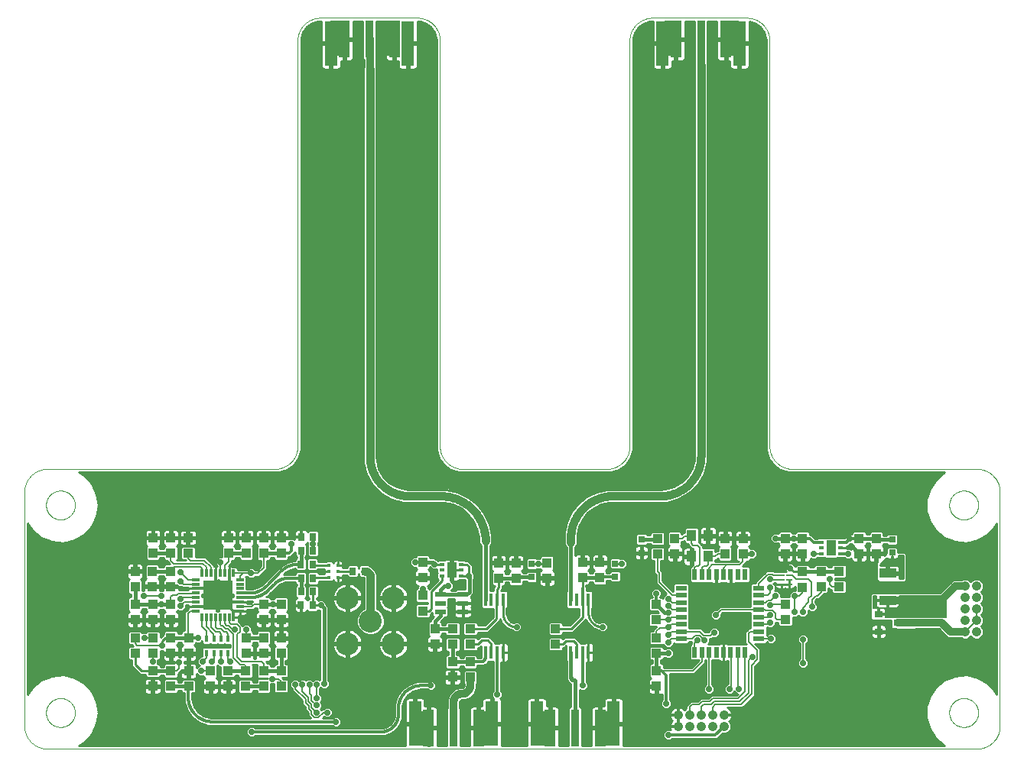
<source format=gtl>
G75*
%MOIN*%
%OFA0B0*%
%FSLAX25Y25*%
%IPPOS*%
%LPD*%
%AMOC8*
5,1,8,0,0,1.08239X$1,22.5*
%
%ADD10C,0.00000*%
%ADD11R,0.03937X0.04331*%
%ADD12R,0.02756X0.03543*%
%ADD13R,0.01299X0.01614*%
%ADD14R,0.01181X0.03346*%
%ADD15R,0.03346X0.01181*%
%ADD16R,0.12598X0.12598*%
%ADD17R,0.04331X0.03937*%
%ADD18R,0.01772X0.03150*%
%ADD19R,0.02200X0.05000*%
%ADD20R,0.05000X0.02200*%
%ADD21R,0.01772X0.05807*%
%ADD22R,0.02756X0.02953*%
%ADD23R,0.07480X0.03937*%
%ADD24R,0.03543X0.03150*%
%ADD25R,0.02362X0.01378*%
%ADD26R,0.04331X0.06693*%
%ADD27R,0.03543X0.16142*%
%ADD28R,0.04921X0.16142*%
%ADD29R,0.05512X0.19685*%
%ADD30C,0.04134*%
%ADD31R,0.03150X0.03150*%
%ADD32C,0.10000*%
%ADD33R,0.04134X0.05118*%
%ADD34R,0.04724X0.02362*%
%ADD35R,0.02600X0.01000*%
%ADD36C,0.01000*%
%ADD37OC8,0.02381*%
%ADD38C,0.01200*%
%ADD39C,0.01600*%
%ADD40C,0.00600*%
%ADD41C,0.03543*%
%ADD42C,0.03200*%
%ADD43C,0.03512*%
D10*
X0013469Y0037693D02*
X0418665Y0037693D01*
X0418907Y0037696D01*
X0419148Y0037705D01*
X0419389Y0037719D01*
X0419630Y0037740D01*
X0419870Y0037766D01*
X0420110Y0037798D01*
X0420349Y0037836D01*
X0420586Y0037879D01*
X0420823Y0037929D01*
X0421058Y0037984D01*
X0421292Y0038044D01*
X0421524Y0038111D01*
X0421755Y0038182D01*
X0421984Y0038260D01*
X0422211Y0038343D01*
X0422436Y0038431D01*
X0422659Y0038525D01*
X0422879Y0038624D01*
X0423097Y0038729D01*
X0423312Y0038838D01*
X0423525Y0038953D01*
X0423735Y0039073D01*
X0423941Y0039198D01*
X0424145Y0039328D01*
X0424346Y0039463D01*
X0424543Y0039603D01*
X0424737Y0039747D01*
X0424927Y0039896D01*
X0425113Y0040050D01*
X0425296Y0040208D01*
X0425475Y0040370D01*
X0425650Y0040537D01*
X0425821Y0040708D01*
X0425988Y0040883D01*
X0426150Y0041062D01*
X0426308Y0041245D01*
X0426462Y0041431D01*
X0426611Y0041621D01*
X0426755Y0041815D01*
X0426895Y0042012D01*
X0427030Y0042213D01*
X0427160Y0042417D01*
X0427285Y0042623D01*
X0427405Y0042833D01*
X0427520Y0043046D01*
X0427629Y0043261D01*
X0427734Y0043479D01*
X0427833Y0043699D01*
X0427927Y0043922D01*
X0428015Y0044147D01*
X0428098Y0044374D01*
X0428176Y0044603D01*
X0428247Y0044834D01*
X0428314Y0045066D01*
X0428374Y0045300D01*
X0428429Y0045535D01*
X0428479Y0045772D01*
X0428522Y0046009D01*
X0428560Y0046248D01*
X0428592Y0046488D01*
X0428618Y0046728D01*
X0428639Y0046969D01*
X0428653Y0047210D01*
X0428662Y0047451D01*
X0428665Y0047693D01*
X0428665Y0149740D01*
X0428662Y0149982D01*
X0428653Y0150223D01*
X0428639Y0150464D01*
X0428618Y0150705D01*
X0428592Y0150945D01*
X0428560Y0151185D01*
X0428522Y0151424D01*
X0428479Y0151661D01*
X0428429Y0151898D01*
X0428374Y0152133D01*
X0428314Y0152367D01*
X0428247Y0152599D01*
X0428176Y0152830D01*
X0428098Y0153059D01*
X0428015Y0153286D01*
X0427927Y0153511D01*
X0427833Y0153734D01*
X0427734Y0153954D01*
X0427629Y0154172D01*
X0427520Y0154387D01*
X0427405Y0154600D01*
X0427285Y0154810D01*
X0427160Y0155016D01*
X0427030Y0155220D01*
X0426895Y0155421D01*
X0426755Y0155618D01*
X0426611Y0155812D01*
X0426462Y0156002D01*
X0426308Y0156188D01*
X0426150Y0156371D01*
X0425988Y0156550D01*
X0425821Y0156725D01*
X0425650Y0156896D01*
X0425475Y0157063D01*
X0425296Y0157225D01*
X0425113Y0157383D01*
X0424927Y0157537D01*
X0424737Y0157686D01*
X0424543Y0157830D01*
X0424346Y0157970D01*
X0424145Y0158105D01*
X0423941Y0158235D01*
X0423735Y0158360D01*
X0423525Y0158480D01*
X0423312Y0158595D01*
X0423097Y0158704D01*
X0422879Y0158809D01*
X0422659Y0158908D01*
X0422436Y0159002D01*
X0422211Y0159090D01*
X0421984Y0159173D01*
X0421755Y0159251D01*
X0421524Y0159322D01*
X0421292Y0159389D01*
X0421058Y0159449D01*
X0420823Y0159504D01*
X0420586Y0159554D01*
X0420349Y0159597D01*
X0420110Y0159635D01*
X0419870Y0159667D01*
X0419630Y0159693D01*
X0419389Y0159714D01*
X0419148Y0159728D01*
X0418907Y0159737D01*
X0418665Y0159740D01*
X0338272Y0159740D01*
X0338030Y0159743D01*
X0337789Y0159752D01*
X0337548Y0159766D01*
X0337307Y0159787D01*
X0337067Y0159813D01*
X0336827Y0159845D01*
X0336588Y0159883D01*
X0336351Y0159926D01*
X0336114Y0159976D01*
X0335879Y0160031D01*
X0335645Y0160091D01*
X0335413Y0160158D01*
X0335182Y0160229D01*
X0334953Y0160307D01*
X0334726Y0160390D01*
X0334501Y0160478D01*
X0334278Y0160572D01*
X0334058Y0160671D01*
X0333840Y0160776D01*
X0333625Y0160885D01*
X0333412Y0161000D01*
X0333202Y0161120D01*
X0332996Y0161245D01*
X0332792Y0161375D01*
X0332591Y0161510D01*
X0332394Y0161650D01*
X0332200Y0161794D01*
X0332010Y0161943D01*
X0331824Y0162097D01*
X0331641Y0162255D01*
X0331462Y0162417D01*
X0331287Y0162584D01*
X0331116Y0162755D01*
X0330949Y0162930D01*
X0330787Y0163109D01*
X0330629Y0163292D01*
X0330475Y0163478D01*
X0330326Y0163668D01*
X0330182Y0163862D01*
X0330042Y0164059D01*
X0329907Y0164260D01*
X0329777Y0164464D01*
X0329652Y0164670D01*
X0329532Y0164880D01*
X0329417Y0165093D01*
X0329308Y0165308D01*
X0329203Y0165526D01*
X0329104Y0165746D01*
X0329010Y0165969D01*
X0328922Y0166194D01*
X0328839Y0166421D01*
X0328761Y0166650D01*
X0328690Y0166881D01*
X0328623Y0167113D01*
X0328563Y0167347D01*
X0328508Y0167582D01*
X0328458Y0167819D01*
X0328415Y0168056D01*
X0328377Y0168295D01*
X0328345Y0168535D01*
X0328319Y0168775D01*
X0328298Y0169016D01*
X0328284Y0169257D01*
X0328275Y0169498D01*
X0328272Y0169740D01*
X0328272Y0346591D01*
X0328269Y0346833D01*
X0328260Y0347074D01*
X0328246Y0347315D01*
X0328225Y0347556D01*
X0328199Y0347796D01*
X0328167Y0348036D01*
X0328129Y0348275D01*
X0328086Y0348512D01*
X0328036Y0348749D01*
X0327981Y0348984D01*
X0327921Y0349218D01*
X0327854Y0349450D01*
X0327783Y0349681D01*
X0327705Y0349910D01*
X0327622Y0350137D01*
X0327534Y0350362D01*
X0327440Y0350585D01*
X0327341Y0350805D01*
X0327236Y0351023D01*
X0327127Y0351238D01*
X0327012Y0351451D01*
X0326892Y0351661D01*
X0326767Y0351867D01*
X0326637Y0352071D01*
X0326502Y0352272D01*
X0326362Y0352469D01*
X0326218Y0352663D01*
X0326069Y0352853D01*
X0325915Y0353039D01*
X0325757Y0353222D01*
X0325595Y0353401D01*
X0325428Y0353576D01*
X0325257Y0353747D01*
X0325082Y0353914D01*
X0324903Y0354076D01*
X0324720Y0354234D01*
X0324534Y0354388D01*
X0324344Y0354537D01*
X0324150Y0354681D01*
X0323953Y0354821D01*
X0323752Y0354956D01*
X0323548Y0355086D01*
X0323342Y0355211D01*
X0323132Y0355331D01*
X0322919Y0355446D01*
X0322704Y0355555D01*
X0322486Y0355660D01*
X0322266Y0355759D01*
X0322043Y0355853D01*
X0321818Y0355941D01*
X0321591Y0356024D01*
X0321362Y0356102D01*
X0321131Y0356173D01*
X0320899Y0356240D01*
X0320665Y0356300D01*
X0320430Y0356355D01*
X0320193Y0356405D01*
X0319956Y0356448D01*
X0319717Y0356486D01*
X0319477Y0356518D01*
X0319237Y0356544D01*
X0318996Y0356565D01*
X0318755Y0356579D01*
X0318514Y0356588D01*
X0318272Y0356591D01*
X0277248Y0356591D01*
X0277006Y0356588D01*
X0276765Y0356579D01*
X0276524Y0356565D01*
X0276283Y0356544D01*
X0276043Y0356518D01*
X0275803Y0356486D01*
X0275564Y0356448D01*
X0275327Y0356405D01*
X0275090Y0356355D01*
X0274855Y0356300D01*
X0274621Y0356240D01*
X0274389Y0356173D01*
X0274158Y0356102D01*
X0273929Y0356024D01*
X0273702Y0355941D01*
X0273477Y0355853D01*
X0273254Y0355759D01*
X0273034Y0355660D01*
X0272816Y0355555D01*
X0272601Y0355446D01*
X0272388Y0355331D01*
X0272178Y0355211D01*
X0271972Y0355086D01*
X0271768Y0354956D01*
X0271567Y0354821D01*
X0271370Y0354681D01*
X0271176Y0354537D01*
X0270986Y0354388D01*
X0270800Y0354234D01*
X0270617Y0354076D01*
X0270438Y0353914D01*
X0270263Y0353747D01*
X0270092Y0353576D01*
X0269925Y0353401D01*
X0269763Y0353222D01*
X0269605Y0353039D01*
X0269451Y0352853D01*
X0269302Y0352663D01*
X0269158Y0352469D01*
X0269018Y0352272D01*
X0268883Y0352071D01*
X0268753Y0351867D01*
X0268628Y0351661D01*
X0268508Y0351451D01*
X0268393Y0351238D01*
X0268284Y0351023D01*
X0268179Y0350805D01*
X0268080Y0350585D01*
X0267986Y0350362D01*
X0267898Y0350137D01*
X0267815Y0349910D01*
X0267737Y0349681D01*
X0267666Y0349450D01*
X0267599Y0349218D01*
X0267539Y0348984D01*
X0267484Y0348749D01*
X0267434Y0348512D01*
X0267391Y0348275D01*
X0267353Y0348036D01*
X0267321Y0347796D01*
X0267295Y0347556D01*
X0267274Y0347315D01*
X0267260Y0347074D01*
X0267251Y0346833D01*
X0267248Y0346591D01*
X0267248Y0169740D01*
X0267245Y0169498D01*
X0267236Y0169257D01*
X0267222Y0169016D01*
X0267201Y0168775D01*
X0267175Y0168535D01*
X0267143Y0168295D01*
X0267105Y0168056D01*
X0267062Y0167819D01*
X0267012Y0167582D01*
X0266957Y0167347D01*
X0266897Y0167113D01*
X0266830Y0166881D01*
X0266759Y0166650D01*
X0266681Y0166421D01*
X0266598Y0166194D01*
X0266510Y0165969D01*
X0266416Y0165746D01*
X0266317Y0165526D01*
X0266212Y0165308D01*
X0266103Y0165093D01*
X0265988Y0164880D01*
X0265868Y0164670D01*
X0265743Y0164464D01*
X0265613Y0164260D01*
X0265478Y0164059D01*
X0265338Y0163862D01*
X0265194Y0163668D01*
X0265045Y0163478D01*
X0264891Y0163292D01*
X0264733Y0163109D01*
X0264571Y0162930D01*
X0264404Y0162755D01*
X0264233Y0162584D01*
X0264058Y0162417D01*
X0263879Y0162255D01*
X0263696Y0162097D01*
X0263510Y0161943D01*
X0263320Y0161794D01*
X0263126Y0161650D01*
X0262929Y0161510D01*
X0262728Y0161375D01*
X0262524Y0161245D01*
X0262318Y0161120D01*
X0262108Y0161000D01*
X0261895Y0160885D01*
X0261680Y0160776D01*
X0261462Y0160671D01*
X0261242Y0160572D01*
X0261019Y0160478D01*
X0260794Y0160390D01*
X0260567Y0160307D01*
X0260338Y0160229D01*
X0260107Y0160158D01*
X0259875Y0160091D01*
X0259641Y0160031D01*
X0259406Y0159976D01*
X0259169Y0159926D01*
X0258932Y0159883D01*
X0258693Y0159845D01*
X0258453Y0159813D01*
X0258213Y0159787D01*
X0257972Y0159766D01*
X0257731Y0159752D01*
X0257490Y0159743D01*
X0257248Y0159740D01*
X0194571Y0159740D01*
X0194329Y0159743D01*
X0194088Y0159752D01*
X0193847Y0159766D01*
X0193606Y0159787D01*
X0193366Y0159813D01*
X0193126Y0159845D01*
X0192887Y0159883D01*
X0192650Y0159926D01*
X0192413Y0159976D01*
X0192178Y0160031D01*
X0191944Y0160091D01*
X0191712Y0160158D01*
X0191481Y0160229D01*
X0191252Y0160307D01*
X0191025Y0160390D01*
X0190800Y0160478D01*
X0190577Y0160572D01*
X0190357Y0160671D01*
X0190139Y0160776D01*
X0189924Y0160885D01*
X0189711Y0161000D01*
X0189501Y0161120D01*
X0189295Y0161245D01*
X0189091Y0161375D01*
X0188890Y0161510D01*
X0188693Y0161650D01*
X0188499Y0161794D01*
X0188309Y0161943D01*
X0188123Y0162097D01*
X0187940Y0162255D01*
X0187761Y0162417D01*
X0187586Y0162584D01*
X0187415Y0162755D01*
X0187248Y0162930D01*
X0187086Y0163109D01*
X0186928Y0163292D01*
X0186774Y0163478D01*
X0186625Y0163668D01*
X0186481Y0163862D01*
X0186341Y0164059D01*
X0186206Y0164260D01*
X0186076Y0164464D01*
X0185951Y0164670D01*
X0185831Y0164880D01*
X0185716Y0165093D01*
X0185607Y0165308D01*
X0185502Y0165526D01*
X0185403Y0165746D01*
X0185309Y0165969D01*
X0185221Y0166194D01*
X0185138Y0166421D01*
X0185060Y0166650D01*
X0184989Y0166881D01*
X0184922Y0167113D01*
X0184862Y0167347D01*
X0184807Y0167582D01*
X0184757Y0167819D01*
X0184714Y0168056D01*
X0184676Y0168295D01*
X0184644Y0168535D01*
X0184618Y0168775D01*
X0184597Y0169016D01*
X0184583Y0169257D01*
X0184574Y0169498D01*
X0184571Y0169740D01*
X0184571Y0346748D01*
X0184568Y0346986D01*
X0184560Y0347224D01*
X0184545Y0347461D01*
X0184525Y0347698D01*
X0184499Y0347934D01*
X0184468Y0348170D01*
X0184431Y0348405D01*
X0184388Y0348639D01*
X0184339Y0348872D01*
X0184285Y0349104D01*
X0184225Y0349334D01*
X0184160Y0349563D01*
X0184089Y0349790D01*
X0184013Y0350015D01*
X0183931Y0350238D01*
X0183844Y0350460D01*
X0183752Y0350679D01*
X0183654Y0350896D01*
X0183552Y0351110D01*
X0183444Y0351322D01*
X0183330Y0351532D01*
X0183212Y0351738D01*
X0183089Y0351942D01*
X0182961Y0352142D01*
X0182829Y0352339D01*
X0182691Y0352534D01*
X0182549Y0352724D01*
X0182402Y0352912D01*
X0182251Y0353095D01*
X0182096Y0353275D01*
X0181936Y0353451D01*
X0181772Y0353623D01*
X0181603Y0353792D01*
X0181431Y0353956D01*
X0181255Y0354116D01*
X0181075Y0354271D01*
X0180892Y0354422D01*
X0180704Y0354569D01*
X0180514Y0354711D01*
X0180319Y0354849D01*
X0180122Y0354981D01*
X0179922Y0355109D01*
X0179718Y0355232D01*
X0179512Y0355350D01*
X0179302Y0355464D01*
X0179090Y0355572D01*
X0178876Y0355674D01*
X0178659Y0355772D01*
X0178440Y0355864D01*
X0178218Y0355951D01*
X0177995Y0356033D01*
X0177770Y0356109D01*
X0177543Y0356180D01*
X0177314Y0356245D01*
X0177084Y0356305D01*
X0176852Y0356359D01*
X0176619Y0356408D01*
X0176385Y0356451D01*
X0176150Y0356488D01*
X0175914Y0356519D01*
X0175678Y0356545D01*
X0175441Y0356565D01*
X0175204Y0356580D01*
X0174966Y0356588D01*
X0174728Y0356591D01*
X0132406Y0356591D01*
X0132168Y0356588D01*
X0131930Y0356580D01*
X0131693Y0356565D01*
X0131456Y0356545D01*
X0131220Y0356519D01*
X0130984Y0356488D01*
X0130749Y0356451D01*
X0130515Y0356408D01*
X0130282Y0356359D01*
X0130050Y0356305D01*
X0129820Y0356245D01*
X0129591Y0356180D01*
X0129364Y0356109D01*
X0129139Y0356033D01*
X0128916Y0355951D01*
X0128694Y0355864D01*
X0128475Y0355772D01*
X0128258Y0355674D01*
X0128044Y0355572D01*
X0127832Y0355464D01*
X0127622Y0355350D01*
X0127416Y0355232D01*
X0127212Y0355109D01*
X0127012Y0354981D01*
X0126815Y0354849D01*
X0126620Y0354711D01*
X0126430Y0354569D01*
X0126242Y0354422D01*
X0126059Y0354271D01*
X0125879Y0354116D01*
X0125703Y0353956D01*
X0125531Y0353792D01*
X0125362Y0353623D01*
X0125198Y0353451D01*
X0125038Y0353275D01*
X0124883Y0353095D01*
X0124732Y0352912D01*
X0124585Y0352724D01*
X0124443Y0352534D01*
X0124305Y0352339D01*
X0124173Y0352142D01*
X0124045Y0351942D01*
X0123922Y0351738D01*
X0123804Y0351532D01*
X0123690Y0351322D01*
X0123582Y0351110D01*
X0123480Y0350896D01*
X0123382Y0350679D01*
X0123290Y0350460D01*
X0123203Y0350238D01*
X0123121Y0350015D01*
X0123045Y0349790D01*
X0122974Y0349563D01*
X0122909Y0349334D01*
X0122849Y0349104D01*
X0122795Y0348872D01*
X0122746Y0348639D01*
X0122703Y0348405D01*
X0122666Y0348170D01*
X0122635Y0347934D01*
X0122609Y0347698D01*
X0122589Y0347461D01*
X0122574Y0347224D01*
X0122566Y0346986D01*
X0122563Y0346748D01*
X0122563Y0169740D01*
X0122560Y0169498D01*
X0122551Y0169257D01*
X0122537Y0169016D01*
X0122516Y0168775D01*
X0122490Y0168535D01*
X0122458Y0168295D01*
X0122420Y0168056D01*
X0122377Y0167819D01*
X0122327Y0167582D01*
X0122272Y0167347D01*
X0122212Y0167113D01*
X0122145Y0166881D01*
X0122074Y0166650D01*
X0121996Y0166421D01*
X0121913Y0166194D01*
X0121825Y0165969D01*
X0121731Y0165746D01*
X0121632Y0165526D01*
X0121527Y0165308D01*
X0121418Y0165093D01*
X0121303Y0164880D01*
X0121183Y0164670D01*
X0121058Y0164464D01*
X0120928Y0164260D01*
X0120793Y0164059D01*
X0120653Y0163862D01*
X0120509Y0163668D01*
X0120360Y0163478D01*
X0120206Y0163292D01*
X0120048Y0163109D01*
X0119886Y0162930D01*
X0119719Y0162755D01*
X0119548Y0162584D01*
X0119373Y0162417D01*
X0119194Y0162255D01*
X0119011Y0162097D01*
X0118825Y0161943D01*
X0118635Y0161794D01*
X0118441Y0161650D01*
X0118244Y0161510D01*
X0118043Y0161375D01*
X0117839Y0161245D01*
X0117633Y0161120D01*
X0117423Y0161000D01*
X0117210Y0160885D01*
X0116995Y0160776D01*
X0116777Y0160671D01*
X0116557Y0160572D01*
X0116334Y0160478D01*
X0116109Y0160390D01*
X0115882Y0160307D01*
X0115653Y0160229D01*
X0115422Y0160158D01*
X0115190Y0160091D01*
X0114956Y0160031D01*
X0114721Y0159976D01*
X0114484Y0159926D01*
X0114247Y0159883D01*
X0114008Y0159845D01*
X0113768Y0159813D01*
X0113528Y0159787D01*
X0113287Y0159766D01*
X0113046Y0159752D01*
X0112805Y0159743D01*
X0112563Y0159740D01*
X0013469Y0159740D01*
X0013227Y0159737D01*
X0012986Y0159728D01*
X0012745Y0159714D01*
X0012504Y0159693D01*
X0012264Y0159667D01*
X0012024Y0159635D01*
X0011785Y0159597D01*
X0011548Y0159554D01*
X0011311Y0159504D01*
X0011076Y0159449D01*
X0010842Y0159389D01*
X0010610Y0159322D01*
X0010379Y0159251D01*
X0010150Y0159173D01*
X0009923Y0159090D01*
X0009698Y0159002D01*
X0009475Y0158908D01*
X0009255Y0158809D01*
X0009037Y0158704D01*
X0008822Y0158595D01*
X0008609Y0158480D01*
X0008399Y0158360D01*
X0008193Y0158235D01*
X0007989Y0158105D01*
X0007788Y0157970D01*
X0007591Y0157830D01*
X0007397Y0157686D01*
X0007207Y0157537D01*
X0007021Y0157383D01*
X0006838Y0157225D01*
X0006659Y0157063D01*
X0006484Y0156896D01*
X0006313Y0156725D01*
X0006146Y0156550D01*
X0005984Y0156371D01*
X0005826Y0156188D01*
X0005672Y0156002D01*
X0005523Y0155812D01*
X0005379Y0155618D01*
X0005239Y0155421D01*
X0005104Y0155220D01*
X0004974Y0155016D01*
X0004849Y0154810D01*
X0004729Y0154600D01*
X0004614Y0154387D01*
X0004505Y0154172D01*
X0004400Y0153954D01*
X0004301Y0153734D01*
X0004207Y0153511D01*
X0004119Y0153286D01*
X0004036Y0153059D01*
X0003958Y0152830D01*
X0003887Y0152599D01*
X0003820Y0152367D01*
X0003760Y0152133D01*
X0003705Y0151898D01*
X0003655Y0151661D01*
X0003612Y0151424D01*
X0003574Y0151185D01*
X0003542Y0150945D01*
X0003516Y0150705D01*
X0003495Y0150464D01*
X0003481Y0150223D01*
X0003472Y0149982D01*
X0003469Y0149740D01*
X0003469Y0047693D01*
X0003472Y0047451D01*
X0003481Y0047210D01*
X0003495Y0046969D01*
X0003516Y0046728D01*
X0003542Y0046488D01*
X0003574Y0046248D01*
X0003612Y0046009D01*
X0003655Y0045772D01*
X0003705Y0045535D01*
X0003760Y0045300D01*
X0003820Y0045066D01*
X0003887Y0044834D01*
X0003958Y0044603D01*
X0004036Y0044374D01*
X0004119Y0044147D01*
X0004207Y0043922D01*
X0004301Y0043699D01*
X0004400Y0043479D01*
X0004505Y0043261D01*
X0004614Y0043046D01*
X0004729Y0042833D01*
X0004849Y0042623D01*
X0004974Y0042417D01*
X0005104Y0042213D01*
X0005239Y0042012D01*
X0005379Y0041815D01*
X0005523Y0041621D01*
X0005672Y0041431D01*
X0005826Y0041245D01*
X0005984Y0041062D01*
X0006146Y0040883D01*
X0006313Y0040708D01*
X0006484Y0040537D01*
X0006659Y0040370D01*
X0006838Y0040208D01*
X0007021Y0040050D01*
X0007207Y0039896D01*
X0007397Y0039747D01*
X0007591Y0039603D01*
X0007788Y0039463D01*
X0007989Y0039328D01*
X0008193Y0039198D01*
X0008399Y0039073D01*
X0008609Y0038953D01*
X0008822Y0038838D01*
X0009037Y0038729D01*
X0009255Y0038624D01*
X0009475Y0038525D01*
X0009698Y0038431D01*
X0009923Y0038343D01*
X0010150Y0038260D01*
X0010379Y0038182D01*
X0010610Y0038111D01*
X0010842Y0038044D01*
X0011076Y0037984D01*
X0011311Y0037929D01*
X0011548Y0037879D01*
X0011785Y0037836D01*
X0012024Y0037798D01*
X0012264Y0037766D01*
X0012504Y0037740D01*
X0012745Y0037719D01*
X0012986Y0037705D01*
X0013227Y0037696D01*
X0013469Y0037693D01*
X0012918Y0053441D02*
X0012920Y0053599D01*
X0012926Y0053757D01*
X0012936Y0053915D01*
X0012950Y0054073D01*
X0012968Y0054230D01*
X0012989Y0054387D01*
X0013015Y0054543D01*
X0013045Y0054699D01*
X0013078Y0054854D01*
X0013116Y0055007D01*
X0013157Y0055160D01*
X0013202Y0055312D01*
X0013251Y0055463D01*
X0013304Y0055612D01*
X0013360Y0055760D01*
X0013420Y0055906D01*
X0013484Y0056051D01*
X0013552Y0056194D01*
X0013623Y0056336D01*
X0013697Y0056476D01*
X0013775Y0056613D01*
X0013857Y0056749D01*
X0013941Y0056883D01*
X0014030Y0057014D01*
X0014121Y0057143D01*
X0014216Y0057270D01*
X0014313Y0057395D01*
X0014414Y0057517D01*
X0014518Y0057636D01*
X0014625Y0057753D01*
X0014735Y0057867D01*
X0014848Y0057978D01*
X0014963Y0058087D01*
X0015081Y0058192D01*
X0015202Y0058294D01*
X0015325Y0058394D01*
X0015451Y0058490D01*
X0015579Y0058583D01*
X0015709Y0058673D01*
X0015842Y0058759D01*
X0015977Y0058843D01*
X0016113Y0058922D01*
X0016252Y0058999D01*
X0016393Y0059071D01*
X0016535Y0059141D01*
X0016679Y0059206D01*
X0016825Y0059268D01*
X0016972Y0059326D01*
X0017121Y0059381D01*
X0017271Y0059432D01*
X0017422Y0059479D01*
X0017574Y0059522D01*
X0017727Y0059561D01*
X0017882Y0059597D01*
X0018037Y0059628D01*
X0018193Y0059656D01*
X0018349Y0059680D01*
X0018506Y0059700D01*
X0018664Y0059716D01*
X0018821Y0059728D01*
X0018980Y0059736D01*
X0019138Y0059740D01*
X0019296Y0059740D01*
X0019454Y0059736D01*
X0019613Y0059728D01*
X0019770Y0059716D01*
X0019928Y0059700D01*
X0020085Y0059680D01*
X0020241Y0059656D01*
X0020397Y0059628D01*
X0020552Y0059597D01*
X0020707Y0059561D01*
X0020860Y0059522D01*
X0021012Y0059479D01*
X0021163Y0059432D01*
X0021313Y0059381D01*
X0021462Y0059326D01*
X0021609Y0059268D01*
X0021755Y0059206D01*
X0021899Y0059141D01*
X0022041Y0059071D01*
X0022182Y0058999D01*
X0022321Y0058922D01*
X0022457Y0058843D01*
X0022592Y0058759D01*
X0022725Y0058673D01*
X0022855Y0058583D01*
X0022983Y0058490D01*
X0023109Y0058394D01*
X0023232Y0058294D01*
X0023353Y0058192D01*
X0023471Y0058087D01*
X0023586Y0057978D01*
X0023699Y0057867D01*
X0023809Y0057753D01*
X0023916Y0057636D01*
X0024020Y0057517D01*
X0024121Y0057395D01*
X0024218Y0057270D01*
X0024313Y0057143D01*
X0024404Y0057014D01*
X0024493Y0056883D01*
X0024577Y0056749D01*
X0024659Y0056613D01*
X0024737Y0056476D01*
X0024811Y0056336D01*
X0024882Y0056194D01*
X0024950Y0056051D01*
X0025014Y0055906D01*
X0025074Y0055760D01*
X0025130Y0055612D01*
X0025183Y0055463D01*
X0025232Y0055312D01*
X0025277Y0055160D01*
X0025318Y0055007D01*
X0025356Y0054854D01*
X0025389Y0054699D01*
X0025419Y0054543D01*
X0025445Y0054387D01*
X0025466Y0054230D01*
X0025484Y0054073D01*
X0025498Y0053915D01*
X0025508Y0053757D01*
X0025514Y0053599D01*
X0025516Y0053441D01*
X0025514Y0053283D01*
X0025508Y0053125D01*
X0025498Y0052967D01*
X0025484Y0052809D01*
X0025466Y0052652D01*
X0025445Y0052495D01*
X0025419Y0052339D01*
X0025389Y0052183D01*
X0025356Y0052028D01*
X0025318Y0051875D01*
X0025277Y0051722D01*
X0025232Y0051570D01*
X0025183Y0051419D01*
X0025130Y0051270D01*
X0025074Y0051122D01*
X0025014Y0050976D01*
X0024950Y0050831D01*
X0024882Y0050688D01*
X0024811Y0050546D01*
X0024737Y0050406D01*
X0024659Y0050269D01*
X0024577Y0050133D01*
X0024493Y0049999D01*
X0024404Y0049868D01*
X0024313Y0049739D01*
X0024218Y0049612D01*
X0024121Y0049487D01*
X0024020Y0049365D01*
X0023916Y0049246D01*
X0023809Y0049129D01*
X0023699Y0049015D01*
X0023586Y0048904D01*
X0023471Y0048795D01*
X0023353Y0048690D01*
X0023232Y0048588D01*
X0023109Y0048488D01*
X0022983Y0048392D01*
X0022855Y0048299D01*
X0022725Y0048209D01*
X0022592Y0048123D01*
X0022457Y0048039D01*
X0022321Y0047960D01*
X0022182Y0047883D01*
X0022041Y0047811D01*
X0021899Y0047741D01*
X0021755Y0047676D01*
X0021609Y0047614D01*
X0021462Y0047556D01*
X0021313Y0047501D01*
X0021163Y0047450D01*
X0021012Y0047403D01*
X0020860Y0047360D01*
X0020707Y0047321D01*
X0020552Y0047285D01*
X0020397Y0047254D01*
X0020241Y0047226D01*
X0020085Y0047202D01*
X0019928Y0047182D01*
X0019770Y0047166D01*
X0019613Y0047154D01*
X0019454Y0047146D01*
X0019296Y0047142D01*
X0019138Y0047142D01*
X0018980Y0047146D01*
X0018821Y0047154D01*
X0018664Y0047166D01*
X0018506Y0047182D01*
X0018349Y0047202D01*
X0018193Y0047226D01*
X0018037Y0047254D01*
X0017882Y0047285D01*
X0017727Y0047321D01*
X0017574Y0047360D01*
X0017422Y0047403D01*
X0017271Y0047450D01*
X0017121Y0047501D01*
X0016972Y0047556D01*
X0016825Y0047614D01*
X0016679Y0047676D01*
X0016535Y0047741D01*
X0016393Y0047811D01*
X0016252Y0047883D01*
X0016113Y0047960D01*
X0015977Y0048039D01*
X0015842Y0048123D01*
X0015709Y0048209D01*
X0015579Y0048299D01*
X0015451Y0048392D01*
X0015325Y0048488D01*
X0015202Y0048588D01*
X0015081Y0048690D01*
X0014963Y0048795D01*
X0014848Y0048904D01*
X0014735Y0049015D01*
X0014625Y0049129D01*
X0014518Y0049246D01*
X0014414Y0049365D01*
X0014313Y0049487D01*
X0014216Y0049612D01*
X0014121Y0049739D01*
X0014030Y0049868D01*
X0013941Y0049999D01*
X0013857Y0050133D01*
X0013775Y0050269D01*
X0013697Y0050406D01*
X0013623Y0050546D01*
X0013552Y0050688D01*
X0013484Y0050831D01*
X0013420Y0050976D01*
X0013360Y0051122D01*
X0013304Y0051270D01*
X0013251Y0051419D01*
X0013202Y0051570D01*
X0013157Y0051722D01*
X0013116Y0051875D01*
X0013078Y0052028D01*
X0013045Y0052183D01*
X0013015Y0052339D01*
X0012989Y0052495D01*
X0012968Y0052652D01*
X0012950Y0052809D01*
X0012936Y0052967D01*
X0012926Y0053125D01*
X0012920Y0053283D01*
X0012918Y0053441D01*
X0012918Y0143992D02*
X0012920Y0144150D01*
X0012926Y0144308D01*
X0012936Y0144466D01*
X0012950Y0144624D01*
X0012968Y0144781D01*
X0012989Y0144938D01*
X0013015Y0145094D01*
X0013045Y0145250D01*
X0013078Y0145405D01*
X0013116Y0145558D01*
X0013157Y0145711D01*
X0013202Y0145863D01*
X0013251Y0146014D01*
X0013304Y0146163D01*
X0013360Y0146311D01*
X0013420Y0146457D01*
X0013484Y0146602D01*
X0013552Y0146745D01*
X0013623Y0146887D01*
X0013697Y0147027D01*
X0013775Y0147164D01*
X0013857Y0147300D01*
X0013941Y0147434D01*
X0014030Y0147565D01*
X0014121Y0147694D01*
X0014216Y0147821D01*
X0014313Y0147946D01*
X0014414Y0148068D01*
X0014518Y0148187D01*
X0014625Y0148304D01*
X0014735Y0148418D01*
X0014848Y0148529D01*
X0014963Y0148638D01*
X0015081Y0148743D01*
X0015202Y0148845D01*
X0015325Y0148945D01*
X0015451Y0149041D01*
X0015579Y0149134D01*
X0015709Y0149224D01*
X0015842Y0149310D01*
X0015977Y0149394D01*
X0016113Y0149473D01*
X0016252Y0149550D01*
X0016393Y0149622D01*
X0016535Y0149692D01*
X0016679Y0149757D01*
X0016825Y0149819D01*
X0016972Y0149877D01*
X0017121Y0149932D01*
X0017271Y0149983D01*
X0017422Y0150030D01*
X0017574Y0150073D01*
X0017727Y0150112D01*
X0017882Y0150148D01*
X0018037Y0150179D01*
X0018193Y0150207D01*
X0018349Y0150231D01*
X0018506Y0150251D01*
X0018664Y0150267D01*
X0018821Y0150279D01*
X0018980Y0150287D01*
X0019138Y0150291D01*
X0019296Y0150291D01*
X0019454Y0150287D01*
X0019613Y0150279D01*
X0019770Y0150267D01*
X0019928Y0150251D01*
X0020085Y0150231D01*
X0020241Y0150207D01*
X0020397Y0150179D01*
X0020552Y0150148D01*
X0020707Y0150112D01*
X0020860Y0150073D01*
X0021012Y0150030D01*
X0021163Y0149983D01*
X0021313Y0149932D01*
X0021462Y0149877D01*
X0021609Y0149819D01*
X0021755Y0149757D01*
X0021899Y0149692D01*
X0022041Y0149622D01*
X0022182Y0149550D01*
X0022321Y0149473D01*
X0022457Y0149394D01*
X0022592Y0149310D01*
X0022725Y0149224D01*
X0022855Y0149134D01*
X0022983Y0149041D01*
X0023109Y0148945D01*
X0023232Y0148845D01*
X0023353Y0148743D01*
X0023471Y0148638D01*
X0023586Y0148529D01*
X0023699Y0148418D01*
X0023809Y0148304D01*
X0023916Y0148187D01*
X0024020Y0148068D01*
X0024121Y0147946D01*
X0024218Y0147821D01*
X0024313Y0147694D01*
X0024404Y0147565D01*
X0024493Y0147434D01*
X0024577Y0147300D01*
X0024659Y0147164D01*
X0024737Y0147027D01*
X0024811Y0146887D01*
X0024882Y0146745D01*
X0024950Y0146602D01*
X0025014Y0146457D01*
X0025074Y0146311D01*
X0025130Y0146163D01*
X0025183Y0146014D01*
X0025232Y0145863D01*
X0025277Y0145711D01*
X0025318Y0145558D01*
X0025356Y0145405D01*
X0025389Y0145250D01*
X0025419Y0145094D01*
X0025445Y0144938D01*
X0025466Y0144781D01*
X0025484Y0144624D01*
X0025498Y0144466D01*
X0025508Y0144308D01*
X0025514Y0144150D01*
X0025516Y0143992D01*
X0025514Y0143834D01*
X0025508Y0143676D01*
X0025498Y0143518D01*
X0025484Y0143360D01*
X0025466Y0143203D01*
X0025445Y0143046D01*
X0025419Y0142890D01*
X0025389Y0142734D01*
X0025356Y0142579D01*
X0025318Y0142426D01*
X0025277Y0142273D01*
X0025232Y0142121D01*
X0025183Y0141970D01*
X0025130Y0141821D01*
X0025074Y0141673D01*
X0025014Y0141527D01*
X0024950Y0141382D01*
X0024882Y0141239D01*
X0024811Y0141097D01*
X0024737Y0140957D01*
X0024659Y0140820D01*
X0024577Y0140684D01*
X0024493Y0140550D01*
X0024404Y0140419D01*
X0024313Y0140290D01*
X0024218Y0140163D01*
X0024121Y0140038D01*
X0024020Y0139916D01*
X0023916Y0139797D01*
X0023809Y0139680D01*
X0023699Y0139566D01*
X0023586Y0139455D01*
X0023471Y0139346D01*
X0023353Y0139241D01*
X0023232Y0139139D01*
X0023109Y0139039D01*
X0022983Y0138943D01*
X0022855Y0138850D01*
X0022725Y0138760D01*
X0022592Y0138674D01*
X0022457Y0138590D01*
X0022321Y0138511D01*
X0022182Y0138434D01*
X0022041Y0138362D01*
X0021899Y0138292D01*
X0021755Y0138227D01*
X0021609Y0138165D01*
X0021462Y0138107D01*
X0021313Y0138052D01*
X0021163Y0138001D01*
X0021012Y0137954D01*
X0020860Y0137911D01*
X0020707Y0137872D01*
X0020552Y0137836D01*
X0020397Y0137805D01*
X0020241Y0137777D01*
X0020085Y0137753D01*
X0019928Y0137733D01*
X0019770Y0137717D01*
X0019613Y0137705D01*
X0019454Y0137697D01*
X0019296Y0137693D01*
X0019138Y0137693D01*
X0018980Y0137697D01*
X0018821Y0137705D01*
X0018664Y0137717D01*
X0018506Y0137733D01*
X0018349Y0137753D01*
X0018193Y0137777D01*
X0018037Y0137805D01*
X0017882Y0137836D01*
X0017727Y0137872D01*
X0017574Y0137911D01*
X0017422Y0137954D01*
X0017271Y0138001D01*
X0017121Y0138052D01*
X0016972Y0138107D01*
X0016825Y0138165D01*
X0016679Y0138227D01*
X0016535Y0138292D01*
X0016393Y0138362D01*
X0016252Y0138434D01*
X0016113Y0138511D01*
X0015977Y0138590D01*
X0015842Y0138674D01*
X0015709Y0138760D01*
X0015579Y0138850D01*
X0015451Y0138943D01*
X0015325Y0139039D01*
X0015202Y0139139D01*
X0015081Y0139241D01*
X0014963Y0139346D01*
X0014848Y0139455D01*
X0014735Y0139566D01*
X0014625Y0139680D01*
X0014518Y0139797D01*
X0014414Y0139916D01*
X0014313Y0140038D01*
X0014216Y0140163D01*
X0014121Y0140290D01*
X0014030Y0140419D01*
X0013941Y0140550D01*
X0013857Y0140684D01*
X0013775Y0140820D01*
X0013697Y0140957D01*
X0013623Y0141097D01*
X0013552Y0141239D01*
X0013484Y0141382D01*
X0013420Y0141527D01*
X0013360Y0141673D01*
X0013304Y0141821D01*
X0013251Y0141970D01*
X0013202Y0142121D01*
X0013157Y0142273D01*
X0013116Y0142426D01*
X0013078Y0142579D01*
X0013045Y0142734D01*
X0013015Y0142890D01*
X0012989Y0143046D01*
X0012968Y0143203D01*
X0012950Y0143360D01*
X0012936Y0143518D01*
X0012926Y0143676D01*
X0012920Y0143834D01*
X0012918Y0143992D01*
X0406618Y0143992D02*
X0406620Y0144150D01*
X0406626Y0144308D01*
X0406636Y0144466D01*
X0406650Y0144624D01*
X0406668Y0144781D01*
X0406689Y0144938D01*
X0406715Y0145094D01*
X0406745Y0145250D01*
X0406778Y0145405D01*
X0406816Y0145558D01*
X0406857Y0145711D01*
X0406902Y0145863D01*
X0406951Y0146014D01*
X0407004Y0146163D01*
X0407060Y0146311D01*
X0407120Y0146457D01*
X0407184Y0146602D01*
X0407252Y0146745D01*
X0407323Y0146887D01*
X0407397Y0147027D01*
X0407475Y0147164D01*
X0407557Y0147300D01*
X0407641Y0147434D01*
X0407730Y0147565D01*
X0407821Y0147694D01*
X0407916Y0147821D01*
X0408013Y0147946D01*
X0408114Y0148068D01*
X0408218Y0148187D01*
X0408325Y0148304D01*
X0408435Y0148418D01*
X0408548Y0148529D01*
X0408663Y0148638D01*
X0408781Y0148743D01*
X0408902Y0148845D01*
X0409025Y0148945D01*
X0409151Y0149041D01*
X0409279Y0149134D01*
X0409409Y0149224D01*
X0409542Y0149310D01*
X0409677Y0149394D01*
X0409813Y0149473D01*
X0409952Y0149550D01*
X0410093Y0149622D01*
X0410235Y0149692D01*
X0410379Y0149757D01*
X0410525Y0149819D01*
X0410672Y0149877D01*
X0410821Y0149932D01*
X0410971Y0149983D01*
X0411122Y0150030D01*
X0411274Y0150073D01*
X0411427Y0150112D01*
X0411582Y0150148D01*
X0411737Y0150179D01*
X0411893Y0150207D01*
X0412049Y0150231D01*
X0412206Y0150251D01*
X0412364Y0150267D01*
X0412521Y0150279D01*
X0412680Y0150287D01*
X0412838Y0150291D01*
X0412996Y0150291D01*
X0413154Y0150287D01*
X0413313Y0150279D01*
X0413470Y0150267D01*
X0413628Y0150251D01*
X0413785Y0150231D01*
X0413941Y0150207D01*
X0414097Y0150179D01*
X0414252Y0150148D01*
X0414407Y0150112D01*
X0414560Y0150073D01*
X0414712Y0150030D01*
X0414863Y0149983D01*
X0415013Y0149932D01*
X0415162Y0149877D01*
X0415309Y0149819D01*
X0415455Y0149757D01*
X0415599Y0149692D01*
X0415741Y0149622D01*
X0415882Y0149550D01*
X0416021Y0149473D01*
X0416157Y0149394D01*
X0416292Y0149310D01*
X0416425Y0149224D01*
X0416555Y0149134D01*
X0416683Y0149041D01*
X0416809Y0148945D01*
X0416932Y0148845D01*
X0417053Y0148743D01*
X0417171Y0148638D01*
X0417286Y0148529D01*
X0417399Y0148418D01*
X0417509Y0148304D01*
X0417616Y0148187D01*
X0417720Y0148068D01*
X0417821Y0147946D01*
X0417918Y0147821D01*
X0418013Y0147694D01*
X0418104Y0147565D01*
X0418193Y0147434D01*
X0418277Y0147300D01*
X0418359Y0147164D01*
X0418437Y0147027D01*
X0418511Y0146887D01*
X0418582Y0146745D01*
X0418650Y0146602D01*
X0418714Y0146457D01*
X0418774Y0146311D01*
X0418830Y0146163D01*
X0418883Y0146014D01*
X0418932Y0145863D01*
X0418977Y0145711D01*
X0419018Y0145558D01*
X0419056Y0145405D01*
X0419089Y0145250D01*
X0419119Y0145094D01*
X0419145Y0144938D01*
X0419166Y0144781D01*
X0419184Y0144624D01*
X0419198Y0144466D01*
X0419208Y0144308D01*
X0419214Y0144150D01*
X0419216Y0143992D01*
X0419214Y0143834D01*
X0419208Y0143676D01*
X0419198Y0143518D01*
X0419184Y0143360D01*
X0419166Y0143203D01*
X0419145Y0143046D01*
X0419119Y0142890D01*
X0419089Y0142734D01*
X0419056Y0142579D01*
X0419018Y0142426D01*
X0418977Y0142273D01*
X0418932Y0142121D01*
X0418883Y0141970D01*
X0418830Y0141821D01*
X0418774Y0141673D01*
X0418714Y0141527D01*
X0418650Y0141382D01*
X0418582Y0141239D01*
X0418511Y0141097D01*
X0418437Y0140957D01*
X0418359Y0140820D01*
X0418277Y0140684D01*
X0418193Y0140550D01*
X0418104Y0140419D01*
X0418013Y0140290D01*
X0417918Y0140163D01*
X0417821Y0140038D01*
X0417720Y0139916D01*
X0417616Y0139797D01*
X0417509Y0139680D01*
X0417399Y0139566D01*
X0417286Y0139455D01*
X0417171Y0139346D01*
X0417053Y0139241D01*
X0416932Y0139139D01*
X0416809Y0139039D01*
X0416683Y0138943D01*
X0416555Y0138850D01*
X0416425Y0138760D01*
X0416292Y0138674D01*
X0416157Y0138590D01*
X0416021Y0138511D01*
X0415882Y0138434D01*
X0415741Y0138362D01*
X0415599Y0138292D01*
X0415455Y0138227D01*
X0415309Y0138165D01*
X0415162Y0138107D01*
X0415013Y0138052D01*
X0414863Y0138001D01*
X0414712Y0137954D01*
X0414560Y0137911D01*
X0414407Y0137872D01*
X0414252Y0137836D01*
X0414097Y0137805D01*
X0413941Y0137777D01*
X0413785Y0137753D01*
X0413628Y0137733D01*
X0413470Y0137717D01*
X0413313Y0137705D01*
X0413154Y0137697D01*
X0412996Y0137693D01*
X0412838Y0137693D01*
X0412680Y0137697D01*
X0412521Y0137705D01*
X0412364Y0137717D01*
X0412206Y0137733D01*
X0412049Y0137753D01*
X0411893Y0137777D01*
X0411737Y0137805D01*
X0411582Y0137836D01*
X0411427Y0137872D01*
X0411274Y0137911D01*
X0411122Y0137954D01*
X0410971Y0138001D01*
X0410821Y0138052D01*
X0410672Y0138107D01*
X0410525Y0138165D01*
X0410379Y0138227D01*
X0410235Y0138292D01*
X0410093Y0138362D01*
X0409952Y0138434D01*
X0409813Y0138511D01*
X0409677Y0138590D01*
X0409542Y0138674D01*
X0409409Y0138760D01*
X0409279Y0138850D01*
X0409151Y0138943D01*
X0409025Y0139039D01*
X0408902Y0139139D01*
X0408781Y0139241D01*
X0408663Y0139346D01*
X0408548Y0139455D01*
X0408435Y0139566D01*
X0408325Y0139680D01*
X0408218Y0139797D01*
X0408114Y0139916D01*
X0408013Y0140038D01*
X0407916Y0140163D01*
X0407821Y0140290D01*
X0407730Y0140419D01*
X0407641Y0140550D01*
X0407557Y0140684D01*
X0407475Y0140820D01*
X0407397Y0140957D01*
X0407323Y0141097D01*
X0407252Y0141239D01*
X0407184Y0141382D01*
X0407120Y0141527D01*
X0407060Y0141673D01*
X0407004Y0141821D01*
X0406951Y0141970D01*
X0406902Y0142121D01*
X0406857Y0142273D01*
X0406816Y0142426D01*
X0406778Y0142579D01*
X0406745Y0142734D01*
X0406715Y0142890D01*
X0406689Y0143046D01*
X0406668Y0143203D01*
X0406650Y0143360D01*
X0406636Y0143518D01*
X0406626Y0143676D01*
X0406620Y0143834D01*
X0406618Y0143992D01*
X0406618Y0053441D02*
X0406620Y0053599D01*
X0406626Y0053757D01*
X0406636Y0053915D01*
X0406650Y0054073D01*
X0406668Y0054230D01*
X0406689Y0054387D01*
X0406715Y0054543D01*
X0406745Y0054699D01*
X0406778Y0054854D01*
X0406816Y0055007D01*
X0406857Y0055160D01*
X0406902Y0055312D01*
X0406951Y0055463D01*
X0407004Y0055612D01*
X0407060Y0055760D01*
X0407120Y0055906D01*
X0407184Y0056051D01*
X0407252Y0056194D01*
X0407323Y0056336D01*
X0407397Y0056476D01*
X0407475Y0056613D01*
X0407557Y0056749D01*
X0407641Y0056883D01*
X0407730Y0057014D01*
X0407821Y0057143D01*
X0407916Y0057270D01*
X0408013Y0057395D01*
X0408114Y0057517D01*
X0408218Y0057636D01*
X0408325Y0057753D01*
X0408435Y0057867D01*
X0408548Y0057978D01*
X0408663Y0058087D01*
X0408781Y0058192D01*
X0408902Y0058294D01*
X0409025Y0058394D01*
X0409151Y0058490D01*
X0409279Y0058583D01*
X0409409Y0058673D01*
X0409542Y0058759D01*
X0409677Y0058843D01*
X0409813Y0058922D01*
X0409952Y0058999D01*
X0410093Y0059071D01*
X0410235Y0059141D01*
X0410379Y0059206D01*
X0410525Y0059268D01*
X0410672Y0059326D01*
X0410821Y0059381D01*
X0410971Y0059432D01*
X0411122Y0059479D01*
X0411274Y0059522D01*
X0411427Y0059561D01*
X0411582Y0059597D01*
X0411737Y0059628D01*
X0411893Y0059656D01*
X0412049Y0059680D01*
X0412206Y0059700D01*
X0412364Y0059716D01*
X0412521Y0059728D01*
X0412680Y0059736D01*
X0412838Y0059740D01*
X0412996Y0059740D01*
X0413154Y0059736D01*
X0413313Y0059728D01*
X0413470Y0059716D01*
X0413628Y0059700D01*
X0413785Y0059680D01*
X0413941Y0059656D01*
X0414097Y0059628D01*
X0414252Y0059597D01*
X0414407Y0059561D01*
X0414560Y0059522D01*
X0414712Y0059479D01*
X0414863Y0059432D01*
X0415013Y0059381D01*
X0415162Y0059326D01*
X0415309Y0059268D01*
X0415455Y0059206D01*
X0415599Y0059141D01*
X0415741Y0059071D01*
X0415882Y0058999D01*
X0416021Y0058922D01*
X0416157Y0058843D01*
X0416292Y0058759D01*
X0416425Y0058673D01*
X0416555Y0058583D01*
X0416683Y0058490D01*
X0416809Y0058394D01*
X0416932Y0058294D01*
X0417053Y0058192D01*
X0417171Y0058087D01*
X0417286Y0057978D01*
X0417399Y0057867D01*
X0417509Y0057753D01*
X0417616Y0057636D01*
X0417720Y0057517D01*
X0417821Y0057395D01*
X0417918Y0057270D01*
X0418013Y0057143D01*
X0418104Y0057014D01*
X0418193Y0056883D01*
X0418277Y0056749D01*
X0418359Y0056613D01*
X0418437Y0056476D01*
X0418511Y0056336D01*
X0418582Y0056194D01*
X0418650Y0056051D01*
X0418714Y0055906D01*
X0418774Y0055760D01*
X0418830Y0055612D01*
X0418883Y0055463D01*
X0418932Y0055312D01*
X0418977Y0055160D01*
X0419018Y0055007D01*
X0419056Y0054854D01*
X0419089Y0054699D01*
X0419119Y0054543D01*
X0419145Y0054387D01*
X0419166Y0054230D01*
X0419184Y0054073D01*
X0419198Y0053915D01*
X0419208Y0053757D01*
X0419214Y0053599D01*
X0419216Y0053441D01*
X0419214Y0053283D01*
X0419208Y0053125D01*
X0419198Y0052967D01*
X0419184Y0052809D01*
X0419166Y0052652D01*
X0419145Y0052495D01*
X0419119Y0052339D01*
X0419089Y0052183D01*
X0419056Y0052028D01*
X0419018Y0051875D01*
X0418977Y0051722D01*
X0418932Y0051570D01*
X0418883Y0051419D01*
X0418830Y0051270D01*
X0418774Y0051122D01*
X0418714Y0050976D01*
X0418650Y0050831D01*
X0418582Y0050688D01*
X0418511Y0050546D01*
X0418437Y0050406D01*
X0418359Y0050269D01*
X0418277Y0050133D01*
X0418193Y0049999D01*
X0418104Y0049868D01*
X0418013Y0049739D01*
X0417918Y0049612D01*
X0417821Y0049487D01*
X0417720Y0049365D01*
X0417616Y0049246D01*
X0417509Y0049129D01*
X0417399Y0049015D01*
X0417286Y0048904D01*
X0417171Y0048795D01*
X0417053Y0048690D01*
X0416932Y0048588D01*
X0416809Y0048488D01*
X0416683Y0048392D01*
X0416555Y0048299D01*
X0416425Y0048209D01*
X0416292Y0048123D01*
X0416157Y0048039D01*
X0416021Y0047960D01*
X0415882Y0047883D01*
X0415741Y0047811D01*
X0415599Y0047741D01*
X0415455Y0047676D01*
X0415309Y0047614D01*
X0415162Y0047556D01*
X0415013Y0047501D01*
X0414863Y0047450D01*
X0414712Y0047403D01*
X0414560Y0047360D01*
X0414407Y0047321D01*
X0414252Y0047285D01*
X0414097Y0047254D01*
X0413941Y0047226D01*
X0413785Y0047202D01*
X0413628Y0047182D01*
X0413470Y0047166D01*
X0413313Y0047154D01*
X0413154Y0047146D01*
X0412996Y0047142D01*
X0412838Y0047142D01*
X0412680Y0047146D01*
X0412521Y0047154D01*
X0412364Y0047166D01*
X0412206Y0047182D01*
X0412049Y0047202D01*
X0411893Y0047226D01*
X0411737Y0047254D01*
X0411582Y0047285D01*
X0411427Y0047321D01*
X0411274Y0047360D01*
X0411122Y0047403D01*
X0410971Y0047450D01*
X0410821Y0047501D01*
X0410672Y0047556D01*
X0410525Y0047614D01*
X0410379Y0047676D01*
X0410235Y0047741D01*
X0410093Y0047811D01*
X0409952Y0047883D01*
X0409813Y0047960D01*
X0409677Y0048039D01*
X0409542Y0048123D01*
X0409409Y0048209D01*
X0409279Y0048299D01*
X0409151Y0048392D01*
X0409025Y0048488D01*
X0408902Y0048588D01*
X0408781Y0048690D01*
X0408663Y0048795D01*
X0408548Y0048904D01*
X0408435Y0049015D01*
X0408325Y0049129D01*
X0408218Y0049246D01*
X0408114Y0049365D01*
X0408013Y0049487D01*
X0407916Y0049612D01*
X0407821Y0049739D01*
X0407730Y0049868D01*
X0407641Y0049999D01*
X0407557Y0050133D01*
X0407475Y0050269D01*
X0407397Y0050406D01*
X0407323Y0050546D01*
X0407252Y0050688D01*
X0407184Y0050831D01*
X0407120Y0050976D01*
X0407060Y0051122D01*
X0407004Y0051270D01*
X0406951Y0051419D01*
X0406902Y0051570D01*
X0406857Y0051722D01*
X0406816Y0051875D01*
X0406778Y0052028D01*
X0406745Y0052183D01*
X0406715Y0052339D01*
X0406689Y0052495D01*
X0406668Y0052652D01*
X0406650Y0052809D01*
X0406636Y0052967D01*
X0406626Y0053125D01*
X0406620Y0053283D01*
X0406618Y0053441D01*
D11*
X0374807Y0122752D03*
X0374807Y0129445D03*
X0367307Y0129445D03*
X0367307Y0122752D03*
X0342661Y0122752D03*
X0342661Y0129445D03*
X0335102Y0129445D03*
X0335102Y0122752D03*
X0316697Y0122752D03*
X0316697Y0129445D03*
X0308862Y0129445D03*
X0308862Y0122752D03*
X0286894Y0122752D03*
X0286894Y0129445D03*
X0254256Y0119031D03*
X0246677Y0119031D03*
X0246677Y0112339D03*
X0254256Y0112339D03*
X0231264Y0112142D03*
X0231264Y0118835D03*
X0217720Y0118835D03*
X0217720Y0112142D03*
X0210201Y0112142D03*
X0210201Y0118835D03*
X0177091Y0119031D03*
X0177091Y0112339D03*
X0182406Y0089957D03*
X0182406Y0083264D03*
X0197780Y0075587D03*
X0197780Y0068894D03*
X0278941Y0071650D03*
X0278941Y0064957D03*
X0115398Y0079327D03*
X0115398Y0086020D03*
X0107760Y0086020D03*
X0107760Y0079327D03*
X0100122Y0079327D03*
X0100122Y0086020D03*
X0107760Y0093972D03*
X0107760Y0100665D03*
X0115398Y0100626D03*
X0115398Y0093933D03*
X0107760Y0071689D03*
X0107760Y0064996D03*
X0084571Y0064957D03*
X0084571Y0071650D03*
X0075004Y0079366D03*
X0075004Y0086059D03*
X0067287Y0086059D03*
X0067287Y0079366D03*
X0067287Y0071650D03*
X0067287Y0064957D03*
X0067287Y0093972D03*
X0067287Y0100665D03*
X0067287Y0108421D03*
X0067287Y0115114D03*
X0067287Y0123028D03*
X0067287Y0129720D03*
X0059492Y0129720D03*
X0059492Y0123028D03*
X0059138Y0115114D03*
X0059138Y0108421D03*
X0051697Y0108421D03*
X0051697Y0115114D03*
X0051697Y0100665D03*
X0051697Y0093972D03*
X0059413Y0093972D03*
X0059413Y0100665D03*
X0092445Y0123028D03*
X0092445Y0129720D03*
X0100122Y0129720D03*
X0100122Y0123028D03*
X0107760Y0123028D03*
X0107760Y0129720D03*
X0115398Y0129720D03*
X0115398Y0123028D03*
D12*
X0124079Y0124130D03*
X0129197Y0124130D03*
X0129217Y0130075D03*
X0124098Y0130075D03*
X0124000Y0118165D03*
X0129118Y0118165D03*
X0129217Y0112063D03*
X0124098Y0112063D03*
X0124079Y0106315D03*
X0129197Y0106315D03*
X0129098Y0100331D03*
X0123980Y0100331D03*
X0146579Y0115134D03*
X0151697Y0115134D03*
D13*
X0140181Y0115075D03*
X0140181Y0117673D03*
X0136283Y0117673D03*
X0136283Y0115075D03*
X0136283Y0112476D03*
X0140181Y0112476D03*
D14*
X0094650Y0114248D03*
X0092681Y0114248D03*
X0090713Y0114248D03*
X0088744Y0114248D03*
X0086776Y0114248D03*
X0084807Y0114248D03*
X0082839Y0114248D03*
X0080870Y0114248D03*
X0080870Y0094957D03*
X0082839Y0094957D03*
X0084807Y0094957D03*
X0086776Y0094957D03*
X0088744Y0094957D03*
X0090713Y0094957D03*
X0092681Y0094957D03*
X0094650Y0094957D03*
D15*
X0097406Y0097713D03*
X0097406Y0099681D03*
X0097406Y0101650D03*
X0097406Y0103618D03*
X0097406Y0105587D03*
X0097406Y0107555D03*
X0097406Y0109524D03*
X0097406Y0111492D03*
X0078114Y0111492D03*
X0078114Y0109524D03*
X0078114Y0107555D03*
X0078114Y0105587D03*
X0078114Y0103618D03*
X0078114Y0101650D03*
X0078114Y0099681D03*
X0078114Y0097713D03*
D16*
X0087760Y0104602D03*
D17*
X0074807Y0123028D03*
X0074807Y0129720D03*
X0059413Y0086059D03*
X0059413Y0079366D03*
X0051697Y0079366D03*
X0051697Y0086059D03*
X0059413Y0071650D03*
X0059413Y0064957D03*
X0075004Y0064957D03*
X0075004Y0071650D03*
X0092248Y0071650D03*
X0092248Y0064957D03*
X0099886Y0064917D03*
X0099886Y0071610D03*
X0115398Y0071650D03*
X0115398Y0064957D03*
X0177091Y0097870D03*
X0177091Y0104563D03*
X0190083Y0089957D03*
X0190083Y0083264D03*
X0190083Y0075587D03*
X0190083Y0068894D03*
X0197780Y0083303D03*
X0197780Y0089996D03*
X0234965Y0089996D03*
X0234965Y0083303D03*
X0278941Y0086059D03*
X0278941Y0079366D03*
X0278783Y0093972D03*
X0278783Y0100665D03*
X0279394Y0122752D03*
X0279394Y0129445D03*
X0335102Y0100843D03*
X0335102Y0094150D03*
X0342661Y0108205D03*
X0342661Y0114898D03*
X0350673Y0115094D03*
X0358409Y0115134D03*
X0358409Y0108441D03*
X0350673Y0108402D03*
D18*
X0092327Y0085823D03*
X0089177Y0085823D03*
X0086028Y0085823D03*
X0082878Y0085823D03*
X0082878Y0079524D03*
X0086028Y0079524D03*
X0089177Y0079524D03*
X0092327Y0079524D03*
D19*
X0295575Y0079828D03*
X0298724Y0079828D03*
X0301874Y0079828D03*
X0305024Y0079828D03*
X0308173Y0079828D03*
X0311323Y0079828D03*
X0314472Y0079828D03*
X0317622Y0079828D03*
X0317622Y0113628D03*
X0314472Y0113628D03*
X0311323Y0113628D03*
X0308173Y0113628D03*
X0305024Y0113628D03*
X0301874Y0113628D03*
X0298724Y0113628D03*
X0295575Y0113628D03*
D20*
X0289698Y0107752D03*
X0289698Y0104602D03*
X0289698Y0101453D03*
X0289698Y0098303D03*
X0289698Y0095154D03*
X0289698Y0092004D03*
X0289698Y0088854D03*
X0289698Y0085705D03*
X0323498Y0085705D03*
X0323498Y0088854D03*
X0323498Y0092004D03*
X0323498Y0095154D03*
X0323498Y0098303D03*
X0323498Y0101453D03*
X0323498Y0104602D03*
X0323498Y0107752D03*
D21*
X0249256Y0102862D03*
X0246697Y0102862D03*
X0244138Y0102862D03*
X0241579Y0102862D03*
X0241579Y0079728D03*
X0244138Y0079728D03*
X0246697Y0079728D03*
X0249256Y0079728D03*
X0212031Y0079728D03*
X0209472Y0079728D03*
X0206913Y0079728D03*
X0204354Y0079728D03*
X0204354Y0102862D03*
X0206913Y0102862D03*
X0209472Y0102862D03*
X0212031Y0102862D03*
D22*
X0224512Y0112634D03*
X0224512Y0118343D03*
X0260909Y0118539D03*
X0260909Y0112831D03*
X0381697Y0123244D03*
X0381697Y0128953D03*
D23*
X0379728Y0114287D03*
X0379728Y0102476D03*
D24*
X0375752Y0096315D03*
X0375752Y0088835D03*
X0384020Y0092575D03*
D25*
X0359177Y0122752D03*
X0359177Y0125311D03*
X0359177Y0127870D03*
X0350909Y0127870D03*
X0350909Y0125311D03*
X0350909Y0122752D03*
X0193823Y0118205D03*
X0193823Y0115646D03*
X0193823Y0113087D03*
X0185555Y0113087D03*
X0185555Y0115646D03*
X0185555Y0118205D03*
D26*
X0189689Y0115646D03*
X0355043Y0125311D03*
D27*
X0243528Y0046748D03*
X0190476Y0046748D03*
X0153862Y0347339D03*
X0298350Y0347339D03*
D28*
X0309276Y0347339D03*
X0287425Y0347339D03*
X0164787Y0347339D03*
X0142937Y0347339D03*
X0179551Y0046748D03*
X0201402Y0046748D03*
X0232602Y0046748D03*
X0254453Y0046748D03*
D29*
X0260260Y0048591D03*
X0226795Y0048591D03*
X0207209Y0048591D03*
X0173744Y0048591D03*
X0170594Y0345496D03*
X0137130Y0345496D03*
X0281618Y0345496D03*
X0315083Y0345496D03*
D30*
X0413449Y0108717D03*
X0418449Y0108717D03*
X0418449Y0103717D03*
X0413449Y0103717D03*
X0413449Y0098717D03*
X0418449Y0098717D03*
X0418449Y0093717D03*
X0413449Y0093717D03*
X0413449Y0088717D03*
X0418449Y0088717D03*
X0308350Y0052437D03*
X0303350Y0052437D03*
X0298350Y0052437D03*
X0298350Y0047437D03*
X0303350Y0047437D03*
X0308350Y0047437D03*
X0293350Y0047437D03*
X0288350Y0047437D03*
X0288350Y0052437D03*
X0293350Y0052437D03*
D31*
X0272465Y0123146D03*
X0272465Y0129051D03*
D32*
X0164256Y0103402D03*
X0154256Y0093402D03*
X0144256Y0083402D03*
X0144256Y0103402D03*
X0164256Y0083402D03*
D33*
X0294217Y0121571D03*
X0301500Y0121571D03*
X0301500Y0130626D03*
X0294217Y0130626D03*
D34*
X0194610Y0104957D03*
X0194610Y0101217D03*
X0194610Y0097476D03*
X0184768Y0097476D03*
X0184768Y0101217D03*
X0184768Y0104957D03*
D35*
X0333502Y0109551D03*
X0333502Y0111551D03*
X0333502Y0113551D03*
X0336702Y0113551D03*
X0336702Y0111551D03*
X0336702Y0109551D03*
D36*
X0333502Y0109551D01*
X0330702Y0109551D01*
X0330702Y0109072D01*
X0329985Y0109789D01*
X0330347Y0110151D01*
X0330702Y0110151D01*
X0330702Y0109551D01*
X0333502Y0109551D01*
X0333502Y0109551D01*
X0333502Y0109551D01*
X0333502Y0107551D01*
X0332005Y0107551D01*
X0331623Y0107653D01*
X0331281Y0107851D01*
X0331002Y0108130D01*
X0330857Y0108381D01*
X0330857Y0107020D01*
X0330553Y0106716D01*
X0331878Y0106716D01*
X0333220Y0105374D01*
X0333220Y0103911D01*
X0336808Y0103911D01*
X0336808Y0105374D01*
X0338150Y0106716D01*
X0339396Y0106716D01*
X0339396Y0108465D01*
X0339203Y0108130D01*
X0338923Y0107851D01*
X0338581Y0107653D01*
X0338200Y0107551D01*
X0336702Y0107551D01*
X0336702Y0109551D01*
X0336702Y0109551D01*
X0335205Y0109551D01*
X0335205Y0109551D01*
X0333502Y0109551D01*
X0333502Y0107551D01*
X0335000Y0107551D01*
X0335102Y0107579D01*
X0335205Y0107551D01*
X0336702Y0107551D01*
X0336702Y0109551D01*
X0336702Y0109551D01*
X0336702Y0111551D01*
X0336702Y0111551D01*
X0336702Y0109551D01*
X0336702Y0109551D01*
X0336702Y0109671D02*
X0336702Y0109671D01*
X0336702Y0110669D02*
X0336702Y0110669D01*
X0336702Y0108672D02*
X0336702Y0108672D01*
X0336702Y0107674D02*
X0336702Y0107674D01*
X0338109Y0106675D02*
X0331918Y0106675D01*
X0331588Y0107674D02*
X0330857Y0107674D01*
X0330702Y0109671D02*
X0330104Y0109671D01*
X0333502Y0109551D02*
X0333502Y0109551D01*
X0333502Y0108672D02*
X0333502Y0108672D01*
X0333502Y0107674D02*
X0333502Y0107674D01*
X0332917Y0105677D02*
X0337111Y0105677D01*
X0336808Y0104678D02*
X0333220Y0104678D01*
X0338617Y0107674D02*
X0339396Y0107674D01*
X0338862Y0114898D02*
X0337327Y0116433D01*
X0338862Y0114898D02*
X0342661Y0114898D01*
X0345927Y0116994D02*
X0345927Y0117322D01*
X0345282Y0117966D01*
X0340040Y0117966D01*
X0339537Y0117462D01*
X0338276Y0118724D01*
X0336378Y0118724D01*
X0335036Y0117382D01*
X0335036Y0115484D01*
X0335369Y0115151D01*
X0331747Y0115151D01*
X0331547Y0114951D01*
X0330355Y0114951D01*
X0330033Y0115274D01*
X0327003Y0115274D01*
X0326183Y0114454D01*
X0326183Y0114454D01*
X0322967Y0111239D01*
X0322147Y0110418D01*
X0322147Y0109952D01*
X0320543Y0109952D01*
X0319898Y0109308D01*
X0319898Y0106196D01*
X0319918Y0106177D01*
X0319898Y0106158D01*
X0319898Y0103047D01*
X0319918Y0103028D01*
X0319898Y0103008D01*
X0319898Y0099897D01*
X0319918Y0099878D01*
X0319898Y0099859D01*
X0319898Y0099703D01*
X0306511Y0099703D01*
X0305157Y0098350D01*
X0303898Y0098350D01*
X0302556Y0097008D01*
X0302556Y0095110D01*
X0303898Y0093769D01*
X0305795Y0093769D01*
X0307137Y0095110D01*
X0307137Y0096370D01*
X0307670Y0096903D01*
X0319898Y0096903D01*
X0319898Y0096748D01*
X0319918Y0096728D01*
X0319898Y0096709D01*
X0319898Y0093598D01*
X0319918Y0093579D01*
X0319898Y0093560D01*
X0319898Y0090448D01*
X0319918Y0090429D01*
X0319898Y0090410D01*
X0319898Y0090274D01*
X0319326Y0090274D01*
X0318506Y0089454D01*
X0317620Y0088568D01*
X0317620Y0083865D01*
X0318056Y0083428D01*
X0316066Y0083428D01*
X0316047Y0083409D01*
X0316028Y0083428D01*
X0312917Y0083428D01*
X0312898Y0083409D01*
X0312878Y0083428D01*
X0310295Y0083428D01*
X0310194Y0083529D01*
X0309852Y0083726D01*
X0309471Y0083828D01*
X0308223Y0083828D01*
X0308223Y0079878D01*
X0308123Y0079878D01*
X0308123Y0083828D01*
X0306876Y0083828D01*
X0306494Y0083726D01*
X0306152Y0083529D01*
X0306052Y0083428D01*
X0303468Y0083428D01*
X0303449Y0083409D01*
X0303430Y0083428D01*
X0301656Y0083428D01*
X0302216Y0083988D01*
X0302216Y0085801D01*
X0302463Y0085801D01*
X0302916Y0085723D01*
X0303027Y0085801D01*
X0303163Y0085801D01*
X0303453Y0086091D01*
X0305205Y0086091D01*
X0306546Y0087433D01*
X0306546Y0089331D01*
X0305205Y0090672D01*
X0303307Y0090672D01*
X0301965Y0089331D01*
X0301965Y0088601D01*
X0300210Y0088601D01*
X0298556Y0090254D01*
X0293298Y0090254D01*
X0293298Y0090410D01*
X0293279Y0090429D01*
X0293298Y0090448D01*
X0293298Y0093560D01*
X0293279Y0093579D01*
X0293298Y0093598D01*
X0293298Y0096709D01*
X0293279Y0096728D01*
X0293298Y0096748D01*
X0293298Y0099859D01*
X0293279Y0099878D01*
X0293298Y0099897D01*
X0293298Y0103008D01*
X0293279Y0103028D01*
X0293298Y0103047D01*
X0293298Y0106158D01*
X0293279Y0106177D01*
X0293298Y0106196D01*
X0293298Y0109308D01*
X0292654Y0109952D01*
X0286743Y0109952D01*
X0286098Y0109308D01*
X0286098Y0106452D01*
X0281640Y0110911D01*
X0281640Y0114848D01*
X0280794Y0115694D01*
X0280794Y0119683D01*
X0282015Y0119683D01*
X0282659Y0120328D01*
X0282659Y0125176D01*
X0282015Y0125820D01*
X0276773Y0125820D01*
X0276128Y0125176D01*
X0276128Y0120328D01*
X0276773Y0119683D01*
X0277994Y0119683D01*
X0277994Y0114534D01*
X0278840Y0113688D01*
X0278840Y0109751D01*
X0279660Y0108931D01*
X0283155Y0105436D01*
X0283130Y0105436D01*
X0281788Y0104094D01*
X0281788Y0103350D01*
X0281404Y0103734D01*
X0280464Y0103734D01*
X0280464Y0103969D01*
X0281054Y0104559D01*
X0281054Y0106457D01*
X0279713Y0107798D01*
X0277815Y0107798D01*
X0276473Y0106457D01*
X0276473Y0104559D01*
X0277064Y0103969D01*
X0277064Y0103734D01*
X0276162Y0103734D01*
X0275518Y0103089D01*
X0275518Y0098241D01*
X0276162Y0097597D01*
X0279165Y0097597D01*
X0279721Y0097041D01*
X0276162Y0097041D01*
X0275518Y0096397D01*
X0275518Y0091548D01*
X0276162Y0090904D01*
X0278912Y0090904D01*
X0277541Y0089533D01*
X0277541Y0089128D01*
X0276320Y0089128D01*
X0275676Y0088483D01*
X0275676Y0083635D01*
X0276320Y0082991D01*
X0281562Y0082991D01*
X0281788Y0083217D01*
X0281788Y0083201D01*
X0283130Y0081859D01*
X0285028Y0081859D01*
X0286369Y0083201D01*
X0286369Y0083878D01*
X0286743Y0083505D01*
X0292654Y0083505D01*
X0293298Y0084149D01*
X0293298Y0084305D01*
X0294175Y0084305D01*
X0294175Y0083428D01*
X0294019Y0083428D01*
X0293375Y0082784D01*
X0293375Y0076873D01*
X0294019Y0076228D01*
X0297130Y0076228D01*
X0297150Y0076248D01*
X0297169Y0076228D01*
X0297406Y0076228D01*
X0294227Y0073050D01*
X0282032Y0073050D01*
X0282009Y0073072D01*
X0282009Y0074271D01*
X0281365Y0074915D01*
X0280841Y0074915D01*
X0280841Y0076298D01*
X0281562Y0076298D01*
X0282206Y0076942D01*
X0282206Y0077453D01*
X0282721Y0077446D01*
X0283130Y0077036D01*
X0285028Y0077036D01*
X0286369Y0078378D01*
X0286369Y0080276D01*
X0285028Y0081617D01*
X0283130Y0081617D01*
X0282758Y0081245D01*
X0282206Y0081253D01*
X0282206Y0081790D01*
X0281562Y0082435D01*
X0276320Y0082435D01*
X0275676Y0081790D01*
X0275676Y0076942D01*
X0276320Y0076298D01*
X0277041Y0076298D01*
X0277041Y0074915D01*
X0276517Y0074915D01*
X0275872Y0074271D01*
X0275872Y0069029D01*
X0276386Y0068515D01*
X0276051Y0068322D01*
X0275772Y0068043D01*
X0275575Y0067701D01*
X0275472Y0067320D01*
X0275472Y0065441D01*
X0278457Y0065441D01*
X0278457Y0064472D01*
X0279425Y0064472D01*
X0279425Y0061291D01*
X0281107Y0061291D01*
X0281394Y0061368D01*
X0281394Y0059016D01*
X0280804Y0058425D01*
X0280804Y0056528D01*
X0282146Y0055186D01*
X0284043Y0055186D01*
X0285385Y0056528D01*
X0285385Y0058425D01*
X0284794Y0059016D01*
X0284794Y0070250D01*
X0295387Y0070250D01*
X0299422Y0074285D01*
X0300243Y0075105D01*
X0300243Y0076228D01*
X0300280Y0076228D01*
X0300299Y0076248D01*
X0300318Y0076228D01*
X0300395Y0076228D01*
X0300395Y0065615D01*
X0299505Y0064724D01*
X0299505Y0062827D01*
X0300846Y0061485D01*
X0302744Y0061485D01*
X0304086Y0062827D01*
X0304086Y0064724D01*
X0303195Y0065615D01*
X0303195Y0076228D01*
X0303430Y0076228D01*
X0303449Y0076248D01*
X0303468Y0076228D01*
X0306052Y0076228D01*
X0306152Y0076128D01*
X0306494Y0075931D01*
X0306876Y0075828D01*
X0308123Y0075828D01*
X0308123Y0079778D01*
X0308223Y0079778D01*
X0308223Y0075828D01*
X0309471Y0075828D01*
X0309852Y0075931D01*
X0310041Y0076040D01*
X0310041Y0066066D01*
X0309803Y0066066D01*
X0308461Y0064724D01*
X0308461Y0062827D01*
X0309803Y0061485D01*
X0311701Y0061485D01*
X0312868Y0062652D01*
X0314035Y0061485D01*
X0314356Y0061485D01*
X0313912Y0061042D01*
X0302987Y0061042D01*
X0302167Y0060222D01*
X0301707Y0059762D01*
X0298361Y0059762D01*
X0297541Y0058942D01*
X0297082Y0058483D01*
X0293932Y0058483D01*
X0293112Y0057663D01*
X0291950Y0056501D01*
X0291950Y0055285D01*
X0291556Y0055122D01*
X0291131Y0054696D01*
X0291121Y0054711D01*
X0290624Y0055208D01*
X0290040Y0055598D01*
X0289391Y0055867D01*
X0288702Y0056004D01*
X0288539Y0056004D01*
X0288539Y0052626D01*
X0288161Y0052626D01*
X0288161Y0052248D01*
X0284783Y0052248D01*
X0284783Y0052086D01*
X0284921Y0051397D01*
X0285189Y0050747D01*
X0285580Y0050163D01*
X0285806Y0049937D01*
X0285580Y0049711D01*
X0285189Y0049127D01*
X0284921Y0048477D01*
X0284783Y0047788D01*
X0284783Y0047626D01*
X0288161Y0047626D01*
X0288161Y0047248D01*
X0284783Y0047248D01*
X0284783Y0047086D01*
X0284921Y0046397D01*
X0285131Y0045889D01*
X0283327Y0045889D01*
X0281985Y0044547D01*
X0281985Y0042650D01*
X0283327Y0041308D01*
X0285224Y0041308D01*
X0285815Y0041898D01*
X0305354Y0041898D01*
X0306350Y0042894D01*
X0307725Y0044270D01*
X0308980Y0044270D01*
X0310144Y0044752D01*
X0311035Y0045643D01*
X0311517Y0046807D01*
X0311517Y0048067D01*
X0311035Y0049231D01*
X0310609Y0049657D01*
X0310624Y0049666D01*
X0311121Y0050163D01*
X0311511Y0050747D01*
X0311780Y0051397D01*
X0311917Y0052086D01*
X0311917Y0052248D01*
X0308539Y0052248D01*
X0308539Y0052626D01*
X0311917Y0052626D01*
X0311917Y0052788D01*
X0311780Y0053477D01*
X0311511Y0054127D01*
X0311121Y0054711D01*
X0310624Y0055208D01*
X0310040Y0055598D01*
X0309835Y0055683D01*
X0316548Y0055683D01*
X0321076Y0060210D01*
X0321896Y0061030D01*
X0321896Y0073629D01*
X0323438Y0075171D01*
X0324258Y0075991D01*
X0324258Y0081186D01*
X0323438Y0082006D01*
X0321940Y0083505D01*
X0326454Y0083505D01*
X0327098Y0084149D01*
X0327098Y0084249D01*
X0327913Y0083434D01*
X0329811Y0083434D01*
X0331153Y0084776D01*
X0331153Y0086673D01*
X0329811Y0088015D01*
X0327913Y0088015D01*
X0327098Y0087200D01*
X0327098Y0087260D01*
X0327079Y0087280D01*
X0327098Y0087299D01*
X0327098Y0090410D01*
X0327079Y0090429D01*
X0327098Y0090448D01*
X0327098Y0090604D01*
X0327535Y0090604D01*
X0327618Y0090520D01*
X0329516Y0090520D01*
X0330857Y0091862D01*
X0330857Y0092789D01*
X0331837Y0092789D01*
X0331837Y0091725D01*
X0332481Y0091081D01*
X0337723Y0091081D01*
X0338368Y0091725D01*
X0338368Y0094950D01*
X0340047Y0094950D01*
X0340968Y0095871D01*
X0341890Y0094950D01*
X0343787Y0094950D01*
X0345129Y0096291D01*
X0345129Y0098010D01*
X0345827Y0097312D01*
X0347724Y0097312D01*
X0349066Y0098654D01*
X0349066Y0100551D01*
X0348176Y0101442D01*
X0348176Y0102270D01*
X0348930Y0103025D01*
X0349816Y0103025D01*
X0350636Y0103845D01*
X0352113Y0105322D01*
X0352113Y0105333D01*
X0353294Y0105333D01*
X0353939Y0105977D01*
X0353939Y0107881D01*
X0354778Y0107041D01*
X0355144Y0107041D01*
X0355144Y0106017D01*
X0355788Y0105372D01*
X0361030Y0105372D01*
X0361675Y0106017D01*
X0361675Y0110865D01*
X0361030Y0111509D01*
X0356743Y0111509D01*
X0356743Y0112065D01*
X0361030Y0112065D01*
X0361675Y0112710D01*
X0361675Y0117558D01*
X0361030Y0118202D01*
X0355788Y0118202D01*
X0355144Y0117558D01*
X0355144Y0117034D01*
X0353939Y0117034D01*
X0353939Y0117519D01*
X0353294Y0118163D01*
X0348052Y0118163D01*
X0347408Y0117519D01*
X0347408Y0116994D01*
X0345927Y0116994D01*
X0345590Y0117659D02*
X0347548Y0117659D01*
X0345551Y0119386D02*
X0345830Y0119666D01*
X0346028Y0120008D01*
X0346130Y0120389D01*
X0346130Y0120729D01*
X0346417Y0120442D01*
X0348315Y0120442D01*
X0349054Y0121181D01*
X0349273Y0120963D01*
X0352324Y0120963D01*
X0352422Y0120865D01*
X0357664Y0120865D01*
X0357763Y0120963D01*
X0360814Y0120963D01*
X0360903Y0121052D01*
X0360965Y0121052D01*
X0361575Y0120442D01*
X0363472Y0120442D01*
X0363839Y0120808D01*
X0363839Y0120389D01*
X0363941Y0120008D01*
X0364138Y0119666D01*
X0364418Y0119386D01*
X0364760Y0119189D01*
X0365141Y0119087D01*
X0366823Y0119087D01*
X0366823Y0122268D01*
X0367791Y0122268D01*
X0367791Y0119087D01*
X0369473Y0119087D01*
X0369855Y0119189D01*
X0370197Y0119386D01*
X0370476Y0119666D01*
X0370673Y0120008D01*
X0370776Y0120389D01*
X0370776Y0122268D01*
X0367791Y0122268D01*
X0367791Y0123236D01*
X0370776Y0123236D01*
X0370776Y0125115D01*
X0370673Y0125496D01*
X0370476Y0125838D01*
X0370197Y0126118D01*
X0369862Y0126311D01*
X0370376Y0126824D01*
X0370376Y0127545D01*
X0371739Y0127545D01*
X0371739Y0126824D01*
X0372252Y0126311D01*
X0371918Y0126118D01*
X0371638Y0125838D01*
X0371441Y0125496D01*
X0371339Y0125115D01*
X0371339Y0123236D01*
X0374323Y0123236D01*
X0374323Y0122268D01*
X0371339Y0122268D01*
X0371339Y0120389D01*
X0371441Y0120008D01*
X0371638Y0119666D01*
X0371918Y0119386D01*
X0372260Y0119189D01*
X0372641Y0119087D01*
X0374323Y0119087D01*
X0374323Y0122268D01*
X0375291Y0122268D01*
X0375291Y0119087D01*
X0375316Y0119087D01*
X0374900Y0118671D01*
X0374900Y0118645D01*
X0374883Y0118627D01*
X0374900Y0117986D01*
X0374900Y0116723D01*
X0374888Y0116712D01*
X0374888Y0111863D01*
X0374900Y0111851D01*
X0374900Y0111440D01*
X0375837Y0110502D01*
X0387005Y0110502D01*
X0387943Y0111440D01*
X0387943Y0121311D01*
X0387962Y0121332D01*
X0387943Y0121970D01*
X0387943Y0122608D01*
X0387922Y0122628D01*
X0387921Y0122657D01*
X0387456Y0123094D01*
X0387005Y0123545D01*
X0386976Y0123545D01*
X0386955Y0123565D01*
X0386318Y0123545D01*
X0385680Y0123545D01*
X0385659Y0123524D01*
X0384175Y0123478D01*
X0384175Y0125176D01*
X0383530Y0125820D01*
X0379863Y0125820D01*
X0379219Y0125176D01*
X0379219Y0123207D01*
X0378879Y0122846D01*
X0378276Y0122209D01*
X0378276Y0122268D01*
X0375291Y0122268D01*
X0375291Y0123236D01*
X0378276Y0123236D01*
X0378276Y0125115D01*
X0378173Y0125496D01*
X0377976Y0125838D01*
X0377697Y0126118D01*
X0377362Y0126311D01*
X0377876Y0126824D01*
X0377876Y0127053D01*
X0379219Y0127053D01*
X0379219Y0127021D01*
X0379863Y0126376D01*
X0383530Y0126376D01*
X0384175Y0127021D01*
X0384175Y0130885D01*
X0383530Y0131529D01*
X0379863Y0131529D01*
X0379219Y0130885D01*
X0379219Y0130853D01*
X0377876Y0130853D01*
X0377876Y0132066D01*
X0377231Y0132710D01*
X0372383Y0132710D01*
X0371739Y0132066D01*
X0371739Y0131345D01*
X0370376Y0131345D01*
X0370376Y0132066D01*
X0369731Y0132710D01*
X0364883Y0132710D01*
X0364239Y0132066D01*
X0364239Y0131519D01*
X0362362Y0131519D01*
X0361020Y0130177D01*
X0361020Y0129570D01*
X0360903Y0129570D01*
X0360814Y0129659D01*
X0357763Y0129659D01*
X0357664Y0129757D01*
X0352422Y0129757D01*
X0352324Y0129659D01*
X0349273Y0129659D01*
X0349164Y0129550D01*
X0348070Y0129550D01*
X0346476Y0131145D01*
X0345730Y0131145D01*
X0345730Y0132066D01*
X0345086Y0132710D01*
X0340237Y0132710D01*
X0339593Y0132066D01*
X0339593Y0131735D01*
X0338171Y0131735D01*
X0338171Y0132066D01*
X0337527Y0132710D01*
X0332678Y0132710D01*
X0332034Y0132066D01*
X0332034Y0131560D01*
X0331779Y0131814D01*
X0329882Y0131814D01*
X0328540Y0130472D01*
X0328540Y0128575D01*
X0329882Y0127233D01*
X0331779Y0127233D01*
X0332034Y0127487D01*
X0332034Y0126824D01*
X0332547Y0126311D01*
X0332213Y0126118D01*
X0331934Y0125838D01*
X0331736Y0125496D01*
X0331634Y0125115D01*
X0331634Y0123236D01*
X0334618Y0123236D01*
X0334618Y0122268D01*
X0331634Y0122268D01*
X0331634Y0120389D01*
X0331736Y0120008D01*
X0331934Y0119666D01*
X0332213Y0119386D01*
X0332555Y0119189D01*
X0332936Y0119087D01*
X0334618Y0119087D01*
X0334618Y0122268D01*
X0335587Y0122268D01*
X0335587Y0123236D01*
X0338571Y0123236D01*
X0338571Y0125115D01*
X0338469Y0125496D01*
X0338271Y0125838D01*
X0337992Y0126118D01*
X0337658Y0126311D01*
X0338171Y0126824D01*
X0338171Y0127154D01*
X0339593Y0127154D01*
X0339593Y0126824D01*
X0340106Y0126311D01*
X0339772Y0126118D01*
X0339493Y0125838D01*
X0339295Y0125496D01*
X0339193Y0125115D01*
X0339193Y0123236D01*
X0342177Y0123236D01*
X0342177Y0122268D01*
X0339193Y0122268D01*
X0339193Y0120389D01*
X0339295Y0120008D01*
X0339493Y0119666D01*
X0339772Y0119386D01*
X0340114Y0119189D01*
X0340495Y0119087D01*
X0342177Y0119087D01*
X0342177Y0122268D01*
X0343146Y0122268D01*
X0343146Y0119087D01*
X0344827Y0119087D01*
X0345209Y0119189D01*
X0345551Y0119386D01*
X0345821Y0119656D02*
X0364148Y0119656D01*
X0363839Y0120655D02*
X0363685Y0120655D01*
X0361362Y0120655D02*
X0348528Y0120655D01*
X0346205Y0120655D02*
X0346130Y0120655D01*
X0343146Y0120655D02*
X0342177Y0120655D01*
X0342177Y0121653D02*
X0343146Y0121653D01*
X0342177Y0122652D02*
X0335587Y0122652D01*
X0335587Y0122268D02*
X0338571Y0122268D01*
X0338571Y0120389D01*
X0338469Y0120008D01*
X0338271Y0119666D01*
X0337992Y0119386D01*
X0337650Y0119189D01*
X0337268Y0119087D01*
X0335587Y0119087D01*
X0335587Y0122268D01*
X0335587Y0121653D02*
X0334618Y0121653D01*
X0334618Y0120655D02*
X0335587Y0120655D01*
X0335587Y0119656D02*
X0334618Y0119656D01*
X0336312Y0118658D02*
X0317811Y0118658D01*
X0318057Y0118904D02*
X0318057Y0119487D01*
X0319121Y0119487D01*
X0319765Y0120131D01*
X0319765Y0120442D01*
X0321484Y0120442D01*
X0322826Y0121784D01*
X0322826Y0123681D01*
X0321484Y0125023D01*
X0319765Y0125023D01*
X0319765Y0125373D01*
X0319252Y0125886D01*
X0319586Y0126079D01*
X0319866Y0126359D01*
X0320063Y0126701D01*
X0320165Y0127082D01*
X0320165Y0128961D01*
X0317181Y0128961D01*
X0317181Y0129929D01*
X0320165Y0129929D01*
X0320165Y0131808D01*
X0320063Y0132189D01*
X0319866Y0132531D01*
X0319586Y0132811D01*
X0319244Y0133008D01*
X0318863Y0133110D01*
X0317181Y0133110D01*
X0317181Y0129929D01*
X0316213Y0129929D01*
X0316213Y0133110D01*
X0314531Y0133110D01*
X0314149Y0133008D01*
X0313807Y0132811D01*
X0313528Y0132531D01*
X0313331Y0132189D01*
X0313228Y0131808D01*
X0313228Y0129929D01*
X0316213Y0129929D01*
X0316213Y0128961D01*
X0313228Y0128961D01*
X0313228Y0127082D01*
X0313331Y0126701D01*
X0313528Y0126359D01*
X0313807Y0126079D01*
X0314142Y0125886D01*
X0313628Y0125373D01*
X0313628Y0120131D01*
X0314273Y0119487D01*
X0314680Y0119487D01*
X0314503Y0119309D01*
X0304667Y0119309D01*
X0304667Y0120171D01*
X0305151Y0120171D01*
X0305794Y0120814D01*
X0305794Y0120131D01*
X0306438Y0119487D01*
X0311286Y0119487D01*
X0311931Y0120131D01*
X0311931Y0125373D01*
X0311417Y0125886D01*
X0311752Y0126079D01*
X0312031Y0126359D01*
X0312228Y0126701D01*
X0312331Y0127082D01*
X0312331Y0128961D01*
X0309347Y0128961D01*
X0309347Y0129929D01*
X0312331Y0129929D01*
X0312331Y0131808D01*
X0312228Y0132189D01*
X0312031Y0132531D01*
X0311752Y0132811D01*
X0311410Y0133008D01*
X0311028Y0133110D01*
X0309346Y0133110D01*
X0309346Y0129929D01*
X0308378Y0129929D01*
X0308378Y0128961D01*
X0305394Y0128961D01*
X0305394Y0127082D01*
X0305496Y0126701D01*
X0305693Y0126359D01*
X0305973Y0126079D01*
X0306307Y0125886D01*
X0305794Y0125373D01*
X0305794Y0124132D01*
X0305152Y0124132D01*
X0304667Y0123647D01*
X0304667Y0124586D01*
X0304023Y0125230D01*
X0299258Y0125230D01*
X0299258Y0126068D01*
X0298438Y0126888D01*
X0297454Y0127872D01*
X0297383Y0127872D01*
X0297383Y0133641D01*
X0296739Y0134285D01*
X0291694Y0134285D01*
X0291050Y0133641D01*
X0291050Y0131928D01*
X0290605Y0131928D01*
X0289962Y0131285D01*
X0289962Y0132066D01*
X0289318Y0132710D01*
X0284470Y0132710D01*
X0283825Y0132066D01*
X0283825Y0126824D01*
X0284338Y0126311D01*
X0284004Y0126118D01*
X0283725Y0125838D01*
X0283527Y0125496D01*
X0283425Y0125115D01*
X0283425Y0123236D01*
X0286409Y0123236D01*
X0286409Y0122268D01*
X0283425Y0122268D01*
X0283425Y0120389D01*
X0283527Y0120008D01*
X0283725Y0119666D01*
X0284004Y0119386D01*
X0284346Y0119189D01*
X0284728Y0119087D01*
X0286409Y0119087D01*
X0286409Y0122268D01*
X0287378Y0122268D01*
X0287378Y0123236D01*
X0290362Y0123236D01*
X0290362Y0125115D01*
X0290260Y0125496D01*
X0290062Y0125838D01*
X0289783Y0126118D01*
X0289449Y0126311D01*
X0289962Y0126824D01*
X0289962Y0128025D01*
X0290663Y0128025D01*
X0291050Y0128412D01*
X0291050Y0127611D01*
X0291694Y0126967D01*
X0292718Y0126967D01*
X0292718Y0126680D01*
X0293538Y0125860D01*
X0294326Y0125072D01*
X0294716Y0125072D01*
X0294716Y0122071D01*
X0293717Y0122071D01*
X0293717Y0125630D01*
X0291952Y0125630D01*
X0291571Y0125528D01*
X0291229Y0125330D01*
X0290949Y0125051D01*
X0290752Y0124709D01*
X0290650Y0124327D01*
X0290650Y0122071D01*
X0293716Y0122071D01*
X0293716Y0121071D01*
X0290650Y0121071D01*
X0290650Y0118814D01*
X0290752Y0118433D01*
X0290949Y0118091D01*
X0291229Y0117812D01*
X0291571Y0117614D01*
X0291952Y0117512D01*
X0293717Y0117512D01*
X0293717Y0121071D01*
X0294716Y0121071D01*
X0294716Y0117830D01*
X0294194Y0117308D01*
X0294194Y0117228D01*
X0294019Y0117228D01*
X0293375Y0116584D01*
X0293375Y0110673D01*
X0294019Y0110028D01*
X0297130Y0110028D01*
X0297150Y0110048D01*
X0297169Y0110028D01*
X0300280Y0110028D01*
X0300299Y0110048D01*
X0300318Y0110028D01*
X0302902Y0110028D01*
X0303003Y0109928D01*
X0303345Y0109731D01*
X0303726Y0109628D01*
X0304974Y0109628D01*
X0304974Y0113578D01*
X0305074Y0113578D01*
X0305074Y0109628D01*
X0306321Y0109628D01*
X0306703Y0109731D01*
X0307045Y0109928D01*
X0307145Y0110028D01*
X0309202Y0110028D01*
X0309302Y0109928D01*
X0309644Y0109731D01*
X0310025Y0109628D01*
X0311273Y0109628D01*
X0311273Y0113578D01*
X0311373Y0113578D01*
X0311373Y0109628D01*
X0312620Y0109628D01*
X0313002Y0109731D01*
X0313344Y0109928D01*
X0313444Y0110028D01*
X0316028Y0110028D01*
X0316047Y0110048D01*
X0316066Y0110028D01*
X0319178Y0110028D01*
X0319822Y0110673D01*
X0319822Y0116584D01*
X0319178Y0117228D01*
X0316381Y0117228D01*
X0317237Y0118084D01*
X0318057Y0118904D01*
X0319290Y0119656D02*
X0331943Y0119656D01*
X0331634Y0120655D02*
X0321697Y0120655D01*
X0322696Y0121653D02*
X0331634Y0121653D01*
X0331634Y0123650D02*
X0322826Y0123650D01*
X0322826Y0122652D02*
X0334618Y0122652D01*
X0331634Y0124649D02*
X0321858Y0124649D01*
X0319491Y0125647D02*
X0331823Y0125647D01*
X0332212Y0126646D02*
X0320031Y0126646D01*
X0320165Y0127644D02*
X0329471Y0127644D01*
X0328540Y0128643D02*
X0320165Y0128643D01*
X0320165Y0130640D02*
X0328707Y0130640D01*
X0328540Y0129641D02*
X0317181Y0129641D01*
X0316213Y0129641D02*
X0309347Y0129641D01*
X0308378Y0129641D02*
X0305067Y0129641D01*
X0305394Y0129929D02*
X0308378Y0129929D01*
X0308378Y0133110D01*
X0306696Y0133110D01*
X0306315Y0133008D01*
X0305973Y0132811D01*
X0305693Y0132531D01*
X0305496Y0132189D01*
X0305394Y0131808D01*
X0305394Y0129929D01*
X0305067Y0130126D02*
X0305067Y0127869D01*
X0304965Y0127488D01*
X0304767Y0127146D01*
X0304488Y0126867D01*
X0304146Y0126669D01*
X0303764Y0126567D01*
X0302000Y0126567D01*
X0302000Y0130126D01*
X0302000Y0131126D01*
X0301000Y0131126D01*
X0301000Y0134685D01*
X0299236Y0134685D01*
X0298854Y0134583D01*
X0298512Y0134385D01*
X0298233Y0134106D01*
X0298035Y0133764D01*
X0297933Y0133383D01*
X0297933Y0131126D01*
X0301000Y0131126D01*
X0301000Y0130126D01*
X0297933Y0130126D01*
X0297933Y0127869D01*
X0298035Y0127488D01*
X0298233Y0127146D01*
X0298512Y0126867D01*
X0298854Y0126669D01*
X0299236Y0126567D01*
X0301000Y0126567D01*
X0301000Y0130126D01*
X0302000Y0130126D01*
X0305067Y0130126D01*
X0305394Y0130640D02*
X0302000Y0130640D01*
X0302000Y0131126D02*
X0305067Y0131126D01*
X0305067Y0133383D01*
X0304965Y0133764D01*
X0304767Y0134106D01*
X0304488Y0134385D01*
X0304146Y0134583D01*
X0303764Y0134685D01*
X0302000Y0134685D01*
X0302000Y0131126D01*
X0302000Y0131638D02*
X0301000Y0131638D01*
X0301000Y0130640D02*
X0297383Y0130640D01*
X0297383Y0131638D02*
X0297933Y0131638D01*
X0297933Y0132637D02*
X0297383Y0132637D01*
X0297383Y0133635D02*
X0298001Y0133635D01*
X0299044Y0134634D02*
X0245280Y0134634D01*
X0245293Y0134692D02*
X0246813Y0137849D01*
X0248998Y0140589D01*
X0251738Y0142773D01*
X0254895Y0144294D01*
X0258311Y0145073D01*
X0260063Y0145172D01*
X0283428Y0145172D01*
X0288635Y0146567D01*
X0293304Y0149262D01*
X0297115Y0153074D01*
X0297115Y0153074D01*
X0299811Y0157743D01*
X0301206Y0162950D01*
X0301206Y0336686D01*
X0301050Y0337062D01*
X0301050Y0338640D01*
X0301222Y0338812D01*
X0301222Y0355091D01*
X0305315Y0355091D01*
X0305315Y0347839D01*
X0308776Y0347839D01*
X0308776Y0346839D01*
X0309776Y0346839D01*
X0309776Y0337768D01*
X0310827Y0337768D01*
X0310827Y0335456D01*
X0310929Y0335075D01*
X0311126Y0334733D01*
X0311406Y0334453D01*
X0311748Y0334256D01*
X0312129Y0334154D01*
X0314583Y0334154D01*
X0314583Y0344996D01*
X0315583Y0344996D01*
X0315583Y0345996D01*
X0319339Y0345996D01*
X0319339Y0355007D01*
X0319601Y0354986D01*
X0322131Y0354164D01*
X0324282Y0352601D01*
X0325845Y0350449D01*
X0326667Y0347920D01*
X0326772Y0346591D01*
X0326772Y0167919D01*
X0327897Y0164454D01*
X0330039Y0161507D01*
X0332986Y0159366D01*
X0336450Y0158240D01*
X0404615Y0158240D01*
X0400822Y0155215D01*
X0400822Y0155215D01*
X0398051Y0151151D01*
X0396602Y0146451D01*
X0396602Y0141533D01*
X0398051Y0136833D01*
X0400822Y0132769D01*
X0404667Y0129703D01*
X0404667Y0129703D01*
X0409246Y0127906D01*
X0414150Y0127538D01*
X0418945Y0128633D01*
X0423205Y0131092D01*
X0426550Y0134697D01*
X0426550Y0134697D01*
X0427165Y0135975D01*
X0427165Y0061458D01*
X0426550Y0062736D01*
X0423205Y0066341D01*
X0418945Y0068800D01*
X0414150Y0069895D01*
X0409246Y0069527D01*
X0404667Y0067730D01*
X0400822Y0064664D01*
X0400822Y0064664D01*
X0400822Y0064664D01*
X0398051Y0060600D01*
X0396602Y0055900D01*
X0396602Y0050982D01*
X0398051Y0046282D01*
X0400822Y0042218D01*
X0404615Y0039193D01*
X0264516Y0039193D01*
X0264516Y0048091D01*
X0260760Y0048091D01*
X0260760Y0049091D01*
X0259760Y0049091D01*
X0259760Y0059933D01*
X0257306Y0059933D01*
X0256925Y0059831D01*
X0256583Y0059633D01*
X0256304Y0059354D01*
X0256106Y0059012D01*
X0256004Y0058631D01*
X0256004Y0056319D01*
X0254953Y0056319D01*
X0254953Y0047248D01*
X0253953Y0047248D01*
X0253953Y0056319D01*
X0251795Y0056319D01*
X0251413Y0056217D01*
X0251071Y0056019D01*
X0250792Y0055740D01*
X0250594Y0055398D01*
X0250492Y0055016D01*
X0250492Y0047248D01*
X0253953Y0047248D01*
X0253953Y0046248D01*
X0250492Y0046248D01*
X0250492Y0039193D01*
X0246399Y0039193D01*
X0246399Y0055275D01*
X0245755Y0055919D01*
X0245428Y0055919D01*
X0245428Y0063361D01*
X0245827Y0062961D01*
X0247724Y0062961D01*
X0249066Y0064303D01*
X0249066Y0066201D01*
X0248476Y0066791D01*
X0248476Y0075325D01*
X0249256Y0075325D01*
X0250339Y0075325D01*
X0250721Y0075427D01*
X0251063Y0075625D01*
X0251342Y0075904D01*
X0251539Y0076246D01*
X0251642Y0076627D01*
X0251642Y0079728D01*
X0249256Y0079728D01*
X0249256Y0075325D01*
X0249256Y0079728D01*
X0249256Y0079728D01*
X0249256Y0079728D01*
X0251642Y0079728D01*
X0251642Y0082829D01*
X0251539Y0083211D01*
X0251342Y0083553D01*
X0251063Y0083832D01*
X0250721Y0084030D01*
X0250339Y0084132D01*
X0249256Y0084132D01*
X0249256Y0079728D01*
X0249256Y0079728D01*
X0249256Y0084132D01*
X0248173Y0084132D01*
X0247791Y0084030D01*
X0247449Y0083832D01*
X0247349Y0083732D01*
X0245738Y0083732D01*
X0245738Y0084202D01*
X0244439Y0085501D01*
X0243501Y0086439D01*
X0238829Y0086439D01*
X0238174Y0085783D01*
X0237586Y0086372D01*
X0232344Y0086372D01*
X0231699Y0085727D01*
X0231699Y0080879D01*
X0232344Y0080235D01*
X0237586Y0080235D01*
X0238230Y0080879D01*
X0238230Y0081762D01*
X0238678Y0081762D01*
X0239593Y0082677D01*
X0239593Y0076369D01*
X0239757Y0076205D01*
X0239757Y0068980D01*
X0239693Y0068269D01*
X0239693Y0068269D01*
X0239757Y0068129D01*
X0239757Y0068107D01*
X0239776Y0068088D01*
X0240364Y0066816D01*
X0240364Y0066815D01*
X0240364Y0066815D01*
X0241628Y0065925D01*
X0241628Y0055919D01*
X0241300Y0055919D01*
X0240656Y0055275D01*
X0240656Y0039193D01*
X0236563Y0039193D01*
X0236563Y0046248D01*
X0233102Y0046248D01*
X0233102Y0047248D01*
X0232102Y0047248D01*
X0232102Y0056319D01*
X0231051Y0056319D01*
X0231051Y0058631D01*
X0230949Y0059012D01*
X0230751Y0059354D01*
X0230472Y0059633D01*
X0230130Y0059831D01*
X0229749Y0059933D01*
X0227295Y0059933D01*
X0227295Y0049091D01*
X0226295Y0049091D01*
X0226295Y0059933D01*
X0223842Y0059933D01*
X0223460Y0059831D01*
X0223118Y0059633D01*
X0222839Y0059354D01*
X0222642Y0059012D01*
X0222539Y0058631D01*
X0222539Y0049091D01*
X0226295Y0049091D01*
X0226295Y0048091D01*
X0222539Y0048091D01*
X0222539Y0039193D01*
X0211465Y0039193D01*
X0211465Y0048091D01*
X0207709Y0048091D01*
X0207709Y0049091D01*
X0206709Y0049091D01*
X0206709Y0059933D01*
X0204255Y0059933D01*
X0203874Y0059831D01*
X0203532Y0059633D01*
X0203252Y0059354D01*
X0203055Y0059012D01*
X0202953Y0058631D01*
X0202953Y0056319D01*
X0201902Y0056319D01*
X0201902Y0047248D01*
X0200902Y0047248D01*
X0200902Y0056319D01*
X0198743Y0056319D01*
X0198362Y0056217D01*
X0198020Y0056019D01*
X0197741Y0055740D01*
X0197543Y0055398D01*
X0197441Y0055016D01*
X0197441Y0047248D01*
X0200902Y0047248D01*
X0200902Y0046248D01*
X0197441Y0046248D01*
X0197441Y0039193D01*
X0193348Y0039193D01*
X0193348Y0055275D01*
X0193176Y0055446D01*
X0193176Y0057977D01*
X0193204Y0058174D01*
X0193382Y0058561D01*
X0193695Y0058850D01*
X0194079Y0058992D01*
X0194418Y0059006D01*
X0194845Y0058990D01*
X0194951Y0059029D01*
X0195762Y0059063D01*
X0198005Y0060105D01*
X0199679Y0061925D01*
X0199679Y0061925D01*
X0200529Y0064248D01*
X0200480Y0065427D01*
X0200480Y0065904D01*
X0200848Y0066273D01*
X0200848Y0071515D01*
X0200204Y0072159D01*
X0195355Y0072159D01*
X0194711Y0071515D01*
X0194711Y0066273D01*
X0195080Y0065904D01*
X0195080Y0065848D01*
X0195059Y0065793D01*
X0195080Y0065313D01*
X0195080Y0065214D01*
X0195073Y0065097D01*
X0194963Y0064798D01*
X0194748Y0064563D01*
X0194459Y0064429D01*
X0194349Y0064413D01*
X0193228Y0064457D01*
X0190805Y0063562D01*
X0188909Y0061808D01*
X0187829Y0059462D01*
X0187797Y0058654D01*
X0187776Y0058604D01*
X0187776Y0058120D01*
X0187758Y0057635D01*
X0187776Y0057584D01*
X0187776Y0055446D01*
X0187605Y0055275D01*
X0187605Y0039193D01*
X0183512Y0039193D01*
X0183512Y0046248D01*
X0180051Y0046248D01*
X0180051Y0039193D01*
X0179051Y0039193D01*
X0179051Y0046248D01*
X0180051Y0046248D01*
X0180051Y0047248D01*
X0179051Y0047248D01*
X0179051Y0056319D01*
X0178000Y0056319D01*
X0178000Y0058631D01*
X0177898Y0059012D01*
X0177700Y0059354D01*
X0177421Y0059633D01*
X0177079Y0059831D01*
X0176697Y0059933D01*
X0174244Y0059933D01*
X0174244Y0049091D01*
X0173244Y0049091D01*
X0173244Y0059933D01*
X0170791Y0059933D01*
X0170409Y0059831D01*
X0170067Y0059633D01*
X0169788Y0059354D01*
X0169590Y0059012D01*
X0169488Y0058631D01*
X0169488Y0049091D01*
X0173244Y0049091D01*
X0173244Y0048091D01*
X0169488Y0048091D01*
X0169488Y0039193D01*
X0027170Y0039193D01*
X0029504Y0040541D01*
X0032849Y0044146D01*
X0034983Y0048577D01*
X0034983Y0048577D01*
X0035717Y0053441D01*
X0034983Y0058304D01*
X0034983Y0058304D01*
X0032849Y0062736D01*
X0029504Y0066341D01*
X0025245Y0068800D01*
X0025245Y0068800D01*
X0020450Y0069895D01*
X0015545Y0069527D01*
X0010967Y0067730D01*
X0010967Y0067730D01*
X0007121Y0064664D01*
X0004968Y0061506D01*
X0004968Y0135927D01*
X0007121Y0132769D01*
X0010967Y0129703D01*
X0015545Y0127906D01*
X0020450Y0127538D01*
X0025245Y0128633D01*
X0029504Y0131092D01*
X0029504Y0131092D01*
X0032849Y0134697D01*
X0034983Y0139129D01*
X0035717Y0143992D01*
X0034983Y0148856D01*
X0032849Y0153287D01*
X0029504Y0156892D01*
X0027170Y0158240D01*
X0114384Y0158240D01*
X0117849Y0159366D01*
X0120796Y0161507D01*
X0120796Y0161507D01*
X0120796Y0161507D01*
X0122937Y0164454D01*
X0122937Y0164454D01*
X0124063Y0167919D01*
X0124063Y0346748D01*
X0124166Y0348053D01*
X0124972Y0350535D01*
X0126506Y0352647D01*
X0128618Y0354181D01*
X0131100Y0354988D01*
X0132405Y0355091D01*
X0132874Y0355091D01*
X0132874Y0345996D01*
X0136630Y0345996D01*
X0136630Y0344996D01*
X0137630Y0344996D01*
X0137630Y0334154D01*
X0140083Y0334154D01*
X0140465Y0334256D01*
X0140807Y0334453D01*
X0141086Y0334733D01*
X0141284Y0335075D01*
X0141386Y0335456D01*
X0141386Y0337768D01*
X0142437Y0337768D01*
X0142437Y0346839D01*
X0143437Y0346839D01*
X0143437Y0347839D01*
X0146898Y0347839D01*
X0146898Y0355091D01*
X0150991Y0355091D01*
X0150991Y0338812D01*
X0151359Y0338444D01*
X0151359Y0335192D01*
X0151203Y0334816D01*
X0151203Y0162523D01*
X0152565Y0157441D01*
X0152565Y0157441D01*
X0155196Y0152884D01*
X0158916Y0149164D01*
X0163472Y0146533D01*
X0168554Y0145172D01*
X0184669Y0145172D01*
X0186565Y0145065D01*
X0190260Y0144222D01*
X0193675Y0142577D01*
X0196639Y0140214D01*
X0199002Y0137250D01*
X0200647Y0133835D01*
X0201491Y0130139D01*
X0201597Y0128244D01*
X0201597Y0127676D01*
X0202032Y0126626D01*
X0202553Y0126105D01*
X0202553Y0106406D01*
X0202369Y0106221D01*
X0202369Y0099503D01*
X0203013Y0098859D01*
X0207676Y0098859D01*
X0207676Y0094950D01*
X0204322Y0091596D01*
X0201045Y0091596D01*
X0201045Y0092420D01*
X0200401Y0093065D01*
X0195159Y0093065D01*
X0194514Y0092420D01*
X0194514Y0087572D01*
X0195159Y0086928D01*
X0200401Y0086928D01*
X0201045Y0087572D01*
X0201045Y0088396D01*
X0205647Y0088396D01*
X0209938Y0092687D01*
X0210876Y0093625D01*
X0210876Y0094262D01*
X0211589Y0092539D01*
X0213728Y0090400D01*
X0216306Y0089332D01*
X0217087Y0088552D01*
X0218984Y0088552D01*
X0220326Y0089894D01*
X0220326Y0091791D01*
X0218984Y0093133D01*
X0217087Y0093133D01*
X0216684Y0092731D01*
X0215589Y0093185D01*
X0214374Y0094400D01*
X0213716Y0095987D01*
X0213631Y0096846D01*
X0213631Y0099117D01*
X0214017Y0099503D01*
X0214017Y0106221D01*
X0213373Y0106866D01*
X0211125Y0106866D01*
X0211761Y0107503D01*
X0211761Y0108876D01*
X0212625Y0108876D01*
X0213269Y0109521D01*
X0213269Y0110242D01*
X0214652Y0110242D01*
X0214652Y0109521D01*
X0215296Y0108876D01*
X0220145Y0108876D01*
X0220789Y0109521D01*
X0220789Y0110734D01*
X0222034Y0110734D01*
X0222034Y0110702D01*
X0222678Y0110057D01*
X0226345Y0110057D01*
X0226990Y0110702D01*
X0226990Y0114566D01*
X0226345Y0115210D01*
X0222678Y0115210D01*
X0222034Y0114566D01*
X0222034Y0114534D01*
X0220789Y0114534D01*
X0220789Y0114763D01*
X0220276Y0115276D01*
X0220610Y0115469D01*
X0220889Y0115748D01*
X0221087Y0116090D01*
X0221189Y0116472D01*
X0221189Y0118350D01*
X0218205Y0118350D01*
X0218205Y0119319D01*
X0221189Y0119319D01*
X0221189Y0121197D01*
X0221087Y0121579D01*
X0220889Y0121921D01*
X0220610Y0122200D01*
X0220268Y0122398D01*
X0219886Y0122500D01*
X0218205Y0122500D01*
X0218205Y0119319D01*
X0217236Y0119319D01*
X0217236Y0118350D01*
X0214252Y0118350D01*
X0214252Y0116472D01*
X0214354Y0116090D01*
X0214552Y0115748D01*
X0214831Y0115469D01*
X0215165Y0115276D01*
X0214652Y0114763D01*
X0214652Y0114042D01*
X0213269Y0114042D01*
X0213269Y0114763D01*
X0212756Y0115276D01*
X0213090Y0115469D01*
X0213370Y0115748D01*
X0213567Y0116090D01*
X0213669Y0116472D01*
X0213669Y0118350D01*
X0210685Y0118350D01*
X0210685Y0119319D01*
X0209717Y0119319D01*
X0209717Y0122500D01*
X0208035Y0122500D01*
X0207653Y0122398D01*
X0207311Y0122200D01*
X0207032Y0121921D01*
X0206835Y0121579D01*
X0206732Y0121197D01*
X0206732Y0119319D01*
X0209716Y0119319D01*
X0209716Y0118350D01*
X0206732Y0118350D01*
X0206732Y0116472D01*
X0206835Y0116090D01*
X0207032Y0115748D01*
X0207311Y0115469D01*
X0207646Y0115276D01*
X0207132Y0114763D01*
X0207132Y0109521D01*
X0207777Y0108876D01*
X0208561Y0108876D01*
X0208561Y0108828D01*
X0207872Y0108139D01*
X0207872Y0106866D01*
X0206353Y0106866D01*
X0206353Y0126105D01*
X0206874Y0126626D01*
X0207309Y0127676D01*
X0207309Y0130795D01*
X0206173Y0135769D01*
X0203960Y0140365D01*
X0200779Y0144354D01*
X0196790Y0147535D01*
X0192194Y0149748D01*
X0187220Y0150883D01*
X0171185Y0150883D01*
X0169322Y0151005D01*
X0165724Y0151970D01*
X0162498Y0153832D01*
X0159864Y0156466D01*
X0158001Y0159693D01*
X0157037Y0163291D01*
X0156915Y0165154D01*
X0156915Y0334816D01*
X0156759Y0335192D01*
X0156759Y0347918D01*
X0156734Y0347962D01*
X0156734Y0355091D01*
X0160827Y0355091D01*
X0160827Y0347839D01*
X0164287Y0347839D01*
X0164287Y0346839D01*
X0160827Y0346839D01*
X0160827Y0339070D01*
X0160929Y0338689D01*
X0161126Y0338347D01*
X0161406Y0338067D01*
X0161748Y0337870D01*
X0162129Y0337768D01*
X0164287Y0337768D01*
X0164287Y0346839D01*
X0165287Y0346839D01*
X0165287Y0337768D01*
X0166339Y0337768D01*
X0166339Y0335456D01*
X0166441Y0335075D01*
X0166638Y0334733D01*
X0166918Y0334453D01*
X0167260Y0334256D01*
X0167641Y0334154D01*
X0170095Y0334154D01*
X0170095Y0344996D01*
X0171094Y0344996D01*
X0171094Y0334154D01*
X0173548Y0334154D01*
X0173929Y0334256D01*
X0174271Y0334453D01*
X0174551Y0334733D01*
X0174748Y0335075D01*
X0174850Y0335456D01*
X0174850Y0344996D01*
X0171095Y0344996D01*
X0171095Y0345996D01*
X0174850Y0345996D01*
X0174850Y0355081D01*
X0176033Y0354988D01*
X0178516Y0354181D01*
X0180627Y0352647D01*
X0182162Y0350535D01*
X0182968Y0348053D01*
X0183071Y0346748D01*
X0183071Y0167919D01*
X0184197Y0164454D01*
X0186338Y0161507D01*
X0189285Y0159366D01*
X0192749Y0158240D01*
X0259069Y0158240D01*
X0262534Y0159366D01*
X0265481Y0161507D01*
X0265481Y0161507D01*
X0267622Y0164454D01*
X0268748Y0167919D01*
X0268748Y0346591D01*
X0268853Y0347920D01*
X0269674Y0350449D01*
X0271238Y0352601D01*
X0273389Y0354164D01*
X0275918Y0354986D01*
X0277248Y0355091D01*
X0277362Y0355091D01*
X0277362Y0345996D01*
X0281118Y0345996D01*
X0281118Y0344996D01*
X0277362Y0344996D01*
X0277362Y0335456D01*
X0277464Y0335075D01*
X0277662Y0334733D01*
X0277941Y0334453D01*
X0278283Y0334256D01*
X0278665Y0334154D01*
X0281118Y0334154D01*
X0281118Y0344996D01*
X0282118Y0344996D01*
X0282118Y0334154D01*
X0284571Y0334154D01*
X0284953Y0334256D01*
X0285295Y0334453D01*
X0285574Y0334733D01*
X0285772Y0335075D01*
X0285874Y0335456D01*
X0285874Y0337768D01*
X0286925Y0337768D01*
X0286925Y0346839D01*
X0287925Y0346839D01*
X0287925Y0347839D01*
X0291386Y0347839D01*
X0291386Y0355091D01*
X0295479Y0355091D01*
X0295479Y0338812D01*
X0295650Y0338640D01*
X0295650Y0337062D01*
X0295495Y0336686D01*
X0295495Y0165646D01*
X0295368Y0163719D01*
X0294371Y0159996D01*
X0292444Y0156659D01*
X0289719Y0153934D01*
X0286382Y0152007D01*
X0282659Y0151010D01*
X0280732Y0150883D01*
X0257656Y0150883D01*
X0252964Y0149812D01*
X0252964Y0149812D01*
X0248627Y0147724D01*
X0244864Y0144723D01*
X0244864Y0144723D01*
X0244864Y0144723D01*
X0241863Y0140960D01*
X0241863Y0140960D01*
X0239774Y0136623D01*
X0238703Y0131930D01*
X0238703Y0127157D01*
X0239031Y0126590D01*
X0239138Y0126331D01*
X0239238Y0126231D01*
X0239495Y0125786D01*
X0239757Y0125635D01*
X0239757Y0106386D01*
X0239593Y0106221D01*
X0239593Y0099503D01*
X0240237Y0098859D01*
X0245176Y0098859D01*
X0245176Y0095639D01*
X0241133Y0091596D01*
X0238230Y0091596D01*
X0238230Y0092420D01*
X0237586Y0093065D01*
X0232344Y0093065D01*
X0231699Y0092420D01*
X0231699Y0087572D01*
X0232344Y0086928D01*
X0237586Y0086928D01*
X0238230Y0087572D01*
X0238230Y0088396D01*
X0242458Y0088396D01*
X0247438Y0093376D01*
X0248207Y0094145D01*
X0248841Y0092616D01*
X0251029Y0090427D01*
X0251029Y0090427D01*
X0253733Y0089307D01*
X0254488Y0088552D01*
X0256386Y0088552D01*
X0257728Y0089894D01*
X0257728Y0091791D01*
X0256386Y0093133D01*
X0254488Y0093133D01*
X0254078Y0092723D01*
X0252892Y0093215D01*
X0251628Y0094478D01*
X0250944Y0096130D01*
X0250856Y0097024D01*
X0250856Y0099117D01*
X0251242Y0099503D01*
X0251242Y0106221D01*
X0250597Y0106866D01*
X0248397Y0106866D01*
X0248397Y0108397D01*
X0248297Y0108497D01*
X0248297Y0109073D01*
X0249101Y0109073D01*
X0249746Y0109718D01*
X0249746Y0110439D01*
X0251187Y0110439D01*
X0251187Y0109718D01*
X0251832Y0109073D01*
X0256680Y0109073D01*
X0257324Y0109718D01*
X0257324Y0111131D01*
X0258431Y0111131D01*
X0258431Y0110899D01*
X0259076Y0110254D01*
X0262743Y0110254D01*
X0263387Y0110899D01*
X0263387Y0114763D01*
X0262743Y0115407D01*
X0259076Y0115407D01*
X0258431Y0114763D01*
X0258431Y0114531D01*
X0257324Y0114531D01*
X0257324Y0114960D01*
X0256811Y0115473D01*
X0257145Y0115666D01*
X0257425Y0115945D01*
X0257622Y0116287D01*
X0257724Y0116669D01*
X0257724Y0118547D01*
X0254740Y0118547D01*
X0254740Y0119516D01*
X0253772Y0119516D01*
X0253772Y0122697D01*
X0252090Y0122697D01*
X0251708Y0122595D01*
X0251366Y0122397D01*
X0251087Y0122118D01*
X0250890Y0121776D01*
X0250787Y0121394D01*
X0250787Y0119516D01*
X0253772Y0119516D01*
X0253772Y0118547D01*
X0250787Y0118547D01*
X0250787Y0116669D01*
X0250890Y0116287D01*
X0251087Y0115945D01*
X0251366Y0115666D01*
X0251701Y0115473D01*
X0251187Y0114960D01*
X0251187Y0114239D01*
X0249746Y0114239D01*
X0249746Y0114960D01*
X0249232Y0115473D01*
X0249567Y0115666D01*
X0249846Y0115945D01*
X0250043Y0116287D01*
X0250146Y0116669D01*
X0250146Y0118547D01*
X0247161Y0118547D01*
X0247161Y0119516D01*
X0246193Y0119516D01*
X0246193Y0122697D01*
X0244511Y0122697D01*
X0244130Y0122595D01*
X0243788Y0122397D01*
X0243557Y0122167D01*
X0243557Y0125712D01*
X0244079Y0126233D01*
X0244513Y0127282D01*
X0244513Y0128418D01*
X0244415Y0128656D01*
X0244415Y0129524D01*
X0244513Y0131276D01*
X0245293Y0134692D01*
X0245746Y0135632D02*
X0398870Y0135632D01*
X0399551Y0134634D02*
X0303956Y0134634D01*
X0304999Y0133635D02*
X0400232Y0133635D01*
X0400822Y0132769D02*
X0400822Y0132769D01*
X0400822Y0132769D01*
X0400988Y0132637D02*
X0377305Y0132637D01*
X0377876Y0131638D02*
X0402240Y0131638D01*
X0403492Y0130640D02*
X0384175Y0130640D01*
X0384175Y0129641D02*
X0404824Y0129641D01*
X0407368Y0128643D02*
X0384175Y0128643D01*
X0384175Y0127644D02*
X0412738Y0127644D01*
X0414614Y0127644D02*
X0427165Y0127644D01*
X0427165Y0126646D02*
X0383800Y0126646D01*
X0383704Y0125647D02*
X0427165Y0125647D01*
X0427165Y0124649D02*
X0384175Y0124649D01*
X0384175Y0123650D02*
X0427165Y0123650D01*
X0427165Y0122652D02*
X0387921Y0122652D01*
X0387952Y0121653D02*
X0427165Y0121653D01*
X0427165Y0120655D02*
X0387943Y0120655D01*
X0387943Y0119656D02*
X0427165Y0119656D01*
X0427165Y0118658D02*
X0387943Y0118658D01*
X0387943Y0117659D02*
X0427165Y0117659D01*
X0427165Y0116661D02*
X0387943Y0116661D01*
X0387943Y0115662D02*
X0427165Y0115662D01*
X0427165Y0114663D02*
X0387943Y0114663D01*
X0387943Y0113665D02*
X0427165Y0113665D01*
X0427165Y0112666D02*
X0387943Y0112666D01*
X0387943Y0111668D02*
X0412299Y0111668D01*
X0412819Y0111883D02*
X0411692Y0111417D01*
X0408798Y0111417D01*
X0407805Y0111005D01*
X0402428Y0105628D01*
X0372967Y0105628D01*
X0372147Y0104808D01*
X0372147Y0094396D01*
X0372967Y0093576D01*
X0381148Y0093576D01*
X0381148Y0090544D01*
X0381792Y0089900D01*
X0383425Y0089900D01*
X0383489Y0089873D01*
X0399808Y0089914D01*
X0402153Y0089914D01*
X0405640Y0086428D01*
X0406632Y0086017D01*
X0411692Y0086017D01*
X0412819Y0085550D01*
X0414079Y0085550D01*
X0415243Y0086032D01*
X0415949Y0086738D01*
X0416655Y0086032D01*
X0417819Y0085550D01*
X0419079Y0085550D01*
X0420243Y0086032D01*
X0421134Y0086923D01*
X0421616Y0088087D01*
X0421616Y0089346D01*
X0421134Y0090510D01*
X0420428Y0091217D01*
X0421134Y0091923D01*
X0421616Y0093087D01*
X0421616Y0094346D01*
X0421134Y0095510D01*
X0420428Y0096217D01*
X0421134Y0096923D01*
X0421616Y0098087D01*
X0421616Y0099346D01*
X0421134Y0100510D01*
X0420428Y0101217D01*
X0421134Y0101923D01*
X0421616Y0103087D01*
X0421616Y0104346D01*
X0421134Y0105510D01*
X0420428Y0106217D01*
X0421134Y0106923D01*
X0421616Y0108087D01*
X0421616Y0109346D01*
X0421134Y0110510D01*
X0420243Y0111401D01*
X0419079Y0111883D01*
X0417819Y0111883D01*
X0416655Y0111401D01*
X0415949Y0110695D01*
X0415243Y0111401D01*
X0414079Y0111883D01*
X0412819Y0111883D01*
X0414599Y0111668D02*
X0417299Y0111668D01*
X0419599Y0111668D02*
X0427165Y0111668D01*
X0427165Y0110669D02*
X0420975Y0110669D01*
X0421481Y0109671D02*
X0427165Y0109671D01*
X0427165Y0108672D02*
X0421616Y0108672D01*
X0421445Y0107674D02*
X0427165Y0107674D01*
X0427165Y0106675D02*
X0420886Y0106675D01*
X0420967Y0105677D02*
X0427165Y0105677D01*
X0427165Y0104678D02*
X0421478Y0104678D01*
X0421616Y0103680D02*
X0427165Y0103680D01*
X0427165Y0102681D02*
X0421448Y0102681D01*
X0420894Y0101683D02*
X0427165Y0101683D01*
X0427165Y0100684D02*
X0420960Y0100684D01*
X0421475Y0099686D02*
X0427165Y0099686D01*
X0427165Y0098687D02*
X0421616Y0098687D01*
X0421451Y0097689D02*
X0427165Y0097689D01*
X0427165Y0096690D02*
X0420901Y0096690D01*
X0420952Y0095692D02*
X0427165Y0095692D01*
X0427165Y0094693D02*
X0421472Y0094693D01*
X0421616Y0093695D02*
X0427165Y0093695D01*
X0427165Y0092696D02*
X0421454Y0092696D01*
X0420909Y0091698D02*
X0427165Y0091698D01*
X0427165Y0090699D02*
X0420945Y0090699D01*
X0421469Y0089701D02*
X0427165Y0089701D01*
X0427165Y0088702D02*
X0421616Y0088702D01*
X0421457Y0087704D02*
X0427165Y0087704D01*
X0427165Y0086705D02*
X0420916Y0086705D01*
X0419458Y0085707D02*
X0427165Y0085707D01*
X0427165Y0084708D02*
X0345129Y0084708D01*
X0345129Y0084480D02*
X0344239Y0083590D01*
X0344239Y0076934D01*
X0345129Y0076043D01*
X0345129Y0074146D01*
X0343787Y0072804D01*
X0341890Y0072804D01*
X0340548Y0074146D01*
X0340548Y0076043D01*
X0341439Y0076934D01*
X0341439Y0083590D01*
X0340548Y0084480D01*
X0340548Y0086378D01*
X0341890Y0087720D01*
X0343787Y0087720D01*
X0345129Y0086378D01*
X0345129Y0084480D01*
X0344358Y0083710D02*
X0427165Y0083710D01*
X0427165Y0082711D02*
X0344239Y0082711D01*
X0344239Y0081713D02*
X0427165Y0081713D01*
X0427165Y0080714D02*
X0344239Y0080714D01*
X0344239Y0079716D02*
X0427165Y0079716D01*
X0427165Y0078717D02*
X0344239Y0078717D01*
X0344239Y0077719D02*
X0427165Y0077719D01*
X0427165Y0076720D02*
X0344452Y0076720D01*
X0345129Y0075722D02*
X0427165Y0075722D01*
X0427165Y0074723D02*
X0345129Y0074723D01*
X0344708Y0073725D02*
X0427165Y0073725D01*
X0427165Y0072726D02*
X0321896Y0072726D01*
X0321896Y0071727D02*
X0427165Y0071727D01*
X0427165Y0070729D02*
X0321896Y0070729D01*
X0321896Y0069730D02*
X0411958Y0069730D01*
X0414150Y0069895D02*
X0414150Y0069895D01*
X0414870Y0069730D02*
X0427165Y0069730D01*
X0427165Y0068732D02*
X0419064Y0068732D01*
X0420793Y0067733D02*
X0427165Y0067733D01*
X0427165Y0066735D02*
X0422523Y0066735D01*
X0423766Y0065736D02*
X0427165Y0065736D01*
X0427165Y0064738D02*
X0424692Y0064738D01*
X0425619Y0063739D02*
X0427165Y0063739D01*
X0427165Y0062741D02*
X0426545Y0062741D01*
X0426550Y0062736D02*
X0426550Y0062736D01*
X0427029Y0061742D02*
X0427165Y0061742D01*
X0409246Y0069527D02*
X0409246Y0069527D01*
X0407219Y0068732D02*
X0321896Y0068732D01*
X0321896Y0067733D02*
X0404675Y0067733D01*
X0404667Y0067730D02*
X0404667Y0067730D01*
X0403419Y0066735D02*
X0321896Y0066735D01*
X0321896Y0065736D02*
X0402167Y0065736D01*
X0400915Y0064738D02*
X0321896Y0064738D01*
X0321896Y0063739D02*
X0400192Y0063739D01*
X0399511Y0062741D02*
X0321896Y0062741D01*
X0321896Y0061742D02*
X0398830Y0061742D01*
X0398149Y0060744D02*
X0321610Y0060744D01*
X0320611Y0059745D02*
X0397788Y0059745D01*
X0398051Y0060600D02*
X0398051Y0060600D01*
X0397480Y0058747D02*
X0319613Y0058747D01*
X0318614Y0057748D02*
X0397172Y0057748D01*
X0396864Y0056750D02*
X0317616Y0056750D01*
X0316617Y0055751D02*
X0396602Y0055751D01*
X0396602Y0054753D02*
X0311079Y0054753D01*
X0311666Y0053754D02*
X0396602Y0053754D01*
X0396602Y0052756D02*
X0311917Y0052756D01*
X0311852Y0051757D02*
X0396602Y0051757D01*
X0396670Y0050759D02*
X0311516Y0050759D01*
X0310718Y0049760D02*
X0396978Y0049760D01*
X0397286Y0048762D02*
X0311230Y0048762D01*
X0311517Y0047763D02*
X0397594Y0047763D01*
X0397902Y0046765D02*
X0311500Y0046765D01*
X0311086Y0045766D02*
X0398403Y0045766D01*
X0398051Y0046282D02*
X0398051Y0046282D01*
X0399084Y0044768D02*
X0310160Y0044768D01*
X0307225Y0043769D02*
X0399764Y0043769D01*
X0400445Y0042771D02*
X0306226Y0042771D01*
X0291188Y0054753D02*
X0291079Y0054753D01*
X0291950Y0055751D02*
X0289670Y0055751D01*
X0288539Y0055751D02*
X0288161Y0055751D01*
X0288161Y0056004D02*
X0287999Y0056004D01*
X0287310Y0055867D01*
X0286661Y0055598D01*
X0286077Y0055208D01*
X0285580Y0054711D01*
X0285189Y0054127D01*
X0284921Y0053477D01*
X0284783Y0052788D01*
X0284783Y0052626D01*
X0288161Y0052626D01*
X0288161Y0056004D01*
X0287031Y0055751D02*
X0284609Y0055751D01*
X0285385Y0056750D02*
X0292199Y0056750D01*
X0293198Y0057748D02*
X0285385Y0057748D01*
X0285063Y0058747D02*
X0297346Y0058747D01*
X0298344Y0059745D02*
X0284794Y0059745D01*
X0284794Y0060744D02*
X0302689Y0060744D01*
X0303001Y0061742D02*
X0309546Y0061742D01*
X0308547Y0062741D02*
X0304000Y0062741D01*
X0304086Y0063739D02*
X0308461Y0063739D01*
X0308475Y0064738D02*
X0304072Y0064738D01*
X0303195Y0065736D02*
X0309473Y0065736D01*
X0310041Y0066735D02*
X0303195Y0066735D01*
X0303195Y0067733D02*
X0310041Y0067733D01*
X0310041Y0068732D02*
X0303195Y0068732D01*
X0303195Y0069730D02*
X0310041Y0069730D01*
X0310041Y0070729D02*
X0303195Y0070729D01*
X0303195Y0071727D02*
X0310041Y0071727D01*
X0310041Y0072726D02*
X0303195Y0072726D01*
X0303195Y0073725D02*
X0310041Y0073725D01*
X0310041Y0074723D02*
X0303195Y0074723D01*
X0303195Y0075722D02*
X0310041Y0075722D01*
X0308223Y0076720D02*
X0308123Y0076720D01*
X0308123Y0077719D02*
X0308223Y0077719D01*
X0308223Y0078717D02*
X0308123Y0078717D01*
X0308123Y0079716D02*
X0308223Y0079716D01*
X0308223Y0080714D02*
X0308123Y0080714D01*
X0308123Y0081713D02*
X0308223Y0081713D01*
X0308223Y0082711D02*
X0308123Y0082711D01*
X0308123Y0083710D02*
X0308223Y0083710D01*
X0309881Y0083710D02*
X0317775Y0083710D01*
X0317620Y0084708D02*
X0302216Y0084708D01*
X0302216Y0085707D02*
X0317620Y0085707D01*
X0317620Y0086705D02*
X0305819Y0086705D01*
X0306546Y0087704D02*
X0317620Y0087704D01*
X0317754Y0088702D02*
X0306546Y0088702D01*
X0306176Y0089701D02*
X0318752Y0089701D01*
X0319898Y0090699D02*
X0293298Y0090699D01*
X0293298Y0091698D02*
X0319898Y0091698D01*
X0319898Y0092696D02*
X0293298Y0092696D01*
X0293298Y0093695D02*
X0319898Y0093695D01*
X0319898Y0094693D02*
X0306720Y0094693D01*
X0307137Y0095692D02*
X0319898Y0095692D01*
X0319898Y0096690D02*
X0307458Y0096690D01*
X0305495Y0098687D02*
X0293298Y0098687D01*
X0293298Y0097689D02*
X0303237Y0097689D01*
X0302556Y0096690D02*
X0293298Y0096690D01*
X0293298Y0095692D02*
X0302556Y0095692D01*
X0302973Y0094693D02*
X0293298Y0094693D01*
X0293298Y0099686D02*
X0306493Y0099686D01*
X0306480Y0109671D02*
X0309866Y0109671D01*
X0311273Y0109671D02*
X0311373Y0109671D01*
X0311373Y0110669D02*
X0311273Y0110669D01*
X0311273Y0111668D02*
X0311373Y0111668D01*
X0311373Y0112666D02*
X0311273Y0112666D01*
X0312779Y0109671D02*
X0320262Y0109671D01*
X0319898Y0108672D02*
X0293298Y0108672D01*
X0293298Y0107674D02*
X0319898Y0107674D01*
X0319898Y0106675D02*
X0293298Y0106675D01*
X0293298Y0105677D02*
X0319898Y0105677D01*
X0319898Y0104678D02*
X0293298Y0104678D01*
X0293298Y0103680D02*
X0319898Y0103680D01*
X0319898Y0102681D02*
X0293298Y0102681D01*
X0293298Y0101683D02*
X0319898Y0101683D01*
X0319898Y0100684D02*
X0293298Y0100684D01*
X0292935Y0109671D02*
X0303567Y0109671D01*
X0304974Y0109671D02*
X0305074Y0109671D01*
X0305074Y0110669D02*
X0304974Y0110669D01*
X0304974Y0111668D02*
X0305074Y0111668D01*
X0305074Y0112666D02*
X0304974Y0112666D01*
X0304667Y0119656D02*
X0306269Y0119656D01*
X0305794Y0120655D02*
X0305634Y0120655D01*
X0304670Y0123650D02*
X0304667Y0123650D01*
X0304604Y0124649D02*
X0305794Y0124649D01*
X0306068Y0125647D02*
X0299258Y0125647D01*
X0298942Y0126646D02*
X0298681Y0126646D01*
X0297993Y0127644D02*
X0297682Y0127644D01*
X0297933Y0128643D02*
X0297383Y0128643D01*
X0297383Y0129641D02*
X0297933Y0129641D01*
X0301000Y0129641D02*
X0302000Y0129641D01*
X0302000Y0128643D02*
X0301000Y0128643D01*
X0301000Y0127644D02*
X0302000Y0127644D01*
X0302000Y0126646D02*
X0301000Y0126646D01*
X0304058Y0126646D02*
X0305528Y0126646D01*
X0305394Y0127644D02*
X0305007Y0127644D01*
X0305067Y0128643D02*
X0305394Y0128643D01*
X0305394Y0131638D02*
X0305067Y0131638D01*
X0305067Y0132637D02*
X0305799Y0132637D01*
X0308378Y0132637D02*
X0309346Y0132637D01*
X0309346Y0131638D02*
X0308378Y0131638D01*
X0308378Y0130640D02*
X0309346Y0130640D01*
X0312331Y0130640D02*
X0313228Y0130640D01*
X0313228Y0131638D02*
X0312331Y0131638D01*
X0311926Y0132637D02*
X0313633Y0132637D01*
X0316213Y0132637D02*
X0317181Y0132637D01*
X0317181Y0131638D02*
X0316213Y0131638D01*
X0316213Y0130640D02*
X0317181Y0130640D01*
X0320165Y0131638D02*
X0329706Y0131638D01*
X0331955Y0131638D02*
X0332034Y0131638D01*
X0332605Y0132637D02*
X0319760Y0132637D01*
X0313228Y0128643D02*
X0312331Y0128643D01*
X0312331Y0127644D02*
X0313228Y0127644D01*
X0313362Y0126646D02*
X0312197Y0126646D01*
X0311657Y0125647D02*
X0313902Y0125647D01*
X0313628Y0124649D02*
X0311931Y0124649D01*
X0311931Y0123650D02*
X0313628Y0123650D01*
X0313628Y0122652D02*
X0311931Y0122652D01*
X0311931Y0121653D02*
X0313628Y0121653D01*
X0313628Y0120655D02*
X0311931Y0120655D01*
X0311456Y0119656D02*
X0314103Y0119656D01*
X0316812Y0117659D02*
X0335313Y0117659D01*
X0335036Y0116661D02*
X0319746Y0116661D01*
X0319822Y0115662D02*
X0335036Y0115662D01*
X0338342Y0118658D02*
X0374900Y0118658D01*
X0374900Y0117659D02*
X0361574Y0117659D01*
X0361675Y0116661D02*
X0374888Y0116661D01*
X0374888Y0115662D02*
X0361675Y0115662D01*
X0361675Y0114663D02*
X0374888Y0114663D01*
X0374888Y0113665D02*
X0361675Y0113665D01*
X0361632Y0112666D02*
X0374888Y0112666D01*
X0374900Y0111668D02*
X0356743Y0111668D01*
X0354145Y0107674D02*
X0353939Y0107674D01*
X0353939Y0106675D02*
X0355144Y0106675D01*
X0355484Y0105677D02*
X0353638Y0105677D01*
X0351469Y0104678D02*
X0372147Y0104678D01*
X0372147Y0103680D02*
X0350471Y0103680D01*
X0348586Y0102681D02*
X0372147Y0102681D01*
X0372147Y0101683D02*
X0348176Y0101683D01*
X0348933Y0100684D02*
X0372147Y0100684D01*
X0372147Y0099686D02*
X0349066Y0099686D01*
X0349066Y0098687D02*
X0372147Y0098687D01*
X0372147Y0097689D02*
X0348101Y0097689D01*
X0345450Y0097689D02*
X0345129Y0097689D01*
X0345129Y0096690D02*
X0372147Y0096690D01*
X0372147Y0095692D02*
X0344530Y0095692D01*
X0341148Y0095692D02*
X0340789Y0095692D01*
X0338368Y0094693D02*
X0372147Y0094693D01*
X0372849Y0093695D02*
X0338368Y0093695D01*
X0338368Y0092696D02*
X0381148Y0092696D01*
X0381148Y0091698D02*
X0378292Y0091698D01*
X0378445Y0091610D02*
X0378103Y0091807D01*
X0377721Y0091909D01*
X0376039Y0091909D01*
X0376039Y0089122D01*
X0375465Y0089122D01*
X0375465Y0091909D01*
X0373783Y0091909D01*
X0373401Y0091807D01*
X0373059Y0091610D01*
X0372780Y0091330D01*
X0372583Y0090988D01*
X0372480Y0090607D01*
X0372480Y0089122D01*
X0375464Y0089122D01*
X0375464Y0088547D01*
X0372480Y0088547D01*
X0372480Y0087062D01*
X0372583Y0086681D01*
X0372780Y0086339D01*
X0373059Y0086060D01*
X0373401Y0085862D01*
X0373783Y0085760D01*
X0375465Y0085760D01*
X0375465Y0088547D01*
X0376039Y0088547D01*
X0376039Y0085760D01*
X0377721Y0085760D01*
X0378103Y0085862D01*
X0378445Y0086060D01*
X0378724Y0086339D01*
X0378921Y0086681D01*
X0379024Y0087062D01*
X0379024Y0088547D01*
X0376039Y0088547D01*
X0376039Y0089122D01*
X0379024Y0089122D01*
X0379024Y0090607D01*
X0378921Y0090988D01*
X0378724Y0091330D01*
X0378445Y0091610D01*
X0378999Y0090699D02*
X0381148Y0090699D01*
X0379024Y0089701D02*
X0402367Y0089701D01*
X0403365Y0088702D02*
X0376039Y0088702D01*
X0375464Y0088702D02*
X0327098Y0088702D01*
X0327098Y0087704D02*
X0327602Y0087704D01*
X0327098Y0089701D02*
X0372480Y0089701D01*
X0372505Y0090699D02*
X0329694Y0090699D01*
X0330693Y0091698D02*
X0331865Y0091698D01*
X0331837Y0092696D02*
X0330857Y0092696D01*
X0330122Y0087704D02*
X0341874Y0087704D01*
X0340875Y0086705D02*
X0331121Y0086705D01*
X0331153Y0085707D02*
X0340548Y0085707D01*
X0340548Y0084708D02*
X0331085Y0084708D01*
X0330087Y0083710D02*
X0341319Y0083710D01*
X0341439Y0082711D02*
X0322733Y0082711D01*
X0323438Y0082006D02*
X0323438Y0082006D01*
X0323732Y0081713D02*
X0341439Y0081713D01*
X0341439Y0080714D02*
X0324258Y0080714D01*
X0324258Y0079716D02*
X0341439Y0079716D01*
X0341439Y0078717D02*
X0324258Y0078717D01*
X0324258Y0077719D02*
X0341439Y0077719D01*
X0341225Y0076720D02*
X0324258Y0076720D01*
X0323989Y0075722D02*
X0340548Y0075722D01*
X0340548Y0074723D02*
X0322990Y0074723D01*
X0321992Y0073725D02*
X0340969Y0073725D01*
X0345129Y0085707D02*
X0412440Y0085707D01*
X0414458Y0085707D02*
X0417440Y0085707D01*
X0415981Y0086705D02*
X0415916Y0086705D01*
X0405362Y0086705D02*
X0378928Y0086705D01*
X0379024Y0087704D02*
X0404364Y0087704D01*
X0402477Y0105677D02*
X0361335Y0105677D01*
X0361675Y0106675D02*
X0403475Y0106675D01*
X0404474Y0107674D02*
X0361675Y0107674D01*
X0361675Y0108672D02*
X0405472Y0108672D01*
X0406471Y0109671D02*
X0361675Y0109671D01*
X0361675Y0110669D02*
X0375670Y0110669D01*
X0379244Y0114772D02*
X0379244Y0117756D01*
X0376500Y0117756D01*
X0376500Y0118008D01*
X0379155Y0120810D01*
X0379398Y0120567D01*
X0379740Y0120370D01*
X0380121Y0120268D01*
X0381508Y0120268D01*
X0381508Y0121794D01*
X0381886Y0121806D01*
X0381886Y0120268D01*
X0383272Y0120268D01*
X0383654Y0120370D01*
X0383996Y0120567D01*
X0384275Y0120847D01*
X0384473Y0121189D01*
X0384575Y0121570D01*
X0384575Y0121890D01*
X0386343Y0121945D01*
X0386343Y0112102D01*
X0384963Y0112102D01*
X0384968Y0112121D01*
X0384968Y0113803D01*
X0380213Y0113803D01*
X0380213Y0114772D01*
X0384968Y0114772D01*
X0384968Y0116453D01*
X0384866Y0116835D01*
X0384669Y0117177D01*
X0384390Y0117456D01*
X0384047Y0117654D01*
X0383666Y0117756D01*
X0380213Y0117756D01*
X0380213Y0114772D01*
X0379244Y0114772D01*
X0379244Y0115662D02*
X0380213Y0115662D01*
X0380213Y0116661D02*
X0379244Y0116661D01*
X0379244Y0117659D02*
X0380213Y0117659D01*
X0378061Y0119656D02*
X0386343Y0119656D01*
X0386343Y0118658D02*
X0377115Y0118658D01*
X0375291Y0119656D02*
X0374323Y0119656D01*
X0374323Y0120655D02*
X0375291Y0120655D01*
X0375291Y0121653D02*
X0374323Y0121653D01*
X0374323Y0122652D02*
X0367791Y0122652D01*
X0367791Y0121653D02*
X0366823Y0121653D01*
X0366823Y0120655D02*
X0367791Y0120655D01*
X0367791Y0119656D02*
X0366823Y0119656D01*
X0370466Y0119656D02*
X0371648Y0119656D01*
X0371339Y0120655D02*
X0370776Y0120655D01*
X0370776Y0121653D02*
X0371339Y0121653D01*
X0371339Y0123650D02*
X0370776Y0123650D01*
X0370776Y0124649D02*
X0371339Y0124649D01*
X0371528Y0125647D02*
X0370586Y0125647D01*
X0370197Y0126646D02*
X0371917Y0126646D01*
X0371739Y0131638D02*
X0370376Y0131638D01*
X0369805Y0132637D02*
X0372309Y0132637D01*
X0377697Y0126646D02*
X0379594Y0126646D01*
X0379690Y0125647D02*
X0378086Y0125647D01*
X0378276Y0124649D02*
X0379219Y0124649D01*
X0379219Y0123650D02*
X0378276Y0123650D01*
X0378695Y0122652D02*
X0375291Y0122652D01*
X0379007Y0120655D02*
X0379311Y0120655D01*
X0381508Y0120655D02*
X0381886Y0120655D01*
X0381886Y0121653D02*
X0381508Y0121653D01*
X0384083Y0120655D02*
X0386343Y0120655D01*
X0386343Y0121653D02*
X0384575Y0121653D01*
X0384028Y0117659D02*
X0386343Y0117659D01*
X0386343Y0116661D02*
X0384913Y0116661D01*
X0384968Y0115662D02*
X0386343Y0115662D01*
X0386343Y0114663D02*
X0380213Y0114663D01*
X0384968Y0113665D02*
X0386343Y0113665D01*
X0386343Y0112666D02*
X0384968Y0112666D01*
X0387172Y0110669D02*
X0407469Y0110669D01*
X0409246Y0127906D02*
X0409246Y0127906D01*
X0418963Y0128643D02*
X0427165Y0128643D01*
X0427165Y0129641D02*
X0420692Y0129641D01*
X0422422Y0130640D02*
X0427165Y0130640D01*
X0427165Y0131638D02*
X0423712Y0131638D01*
X0423205Y0131092D02*
X0423205Y0131092D01*
X0424638Y0132637D02*
X0427165Y0132637D01*
X0427165Y0133635D02*
X0425565Y0133635D01*
X0426491Y0134634D02*
X0427165Y0134634D01*
X0427165Y0135632D02*
X0427000Y0135632D01*
X0403812Y0157599D02*
X0299728Y0157599D01*
X0299811Y0157743D02*
X0299811Y0157743D01*
X0300040Y0158598D02*
X0335349Y0158598D01*
X0332986Y0159366D02*
X0332986Y0159366D01*
X0332668Y0159596D02*
X0300308Y0159596D01*
X0300575Y0160595D02*
X0331294Y0160595D01*
X0330039Y0161507D02*
X0330039Y0161507D01*
X0329976Y0161594D02*
X0300843Y0161594D01*
X0301110Y0162592D02*
X0329250Y0162592D01*
X0328525Y0163591D02*
X0301206Y0163591D01*
X0301206Y0164589D02*
X0327854Y0164589D01*
X0327529Y0165588D02*
X0301206Y0165588D01*
X0301206Y0166586D02*
X0327205Y0166586D01*
X0326880Y0167585D02*
X0301206Y0167585D01*
X0301206Y0168583D02*
X0326772Y0168583D01*
X0326772Y0169582D02*
X0301206Y0169582D01*
X0301206Y0170580D02*
X0326772Y0170580D01*
X0326772Y0171579D02*
X0301206Y0171579D01*
X0301206Y0172577D02*
X0326772Y0172577D01*
X0326772Y0173576D02*
X0301206Y0173576D01*
X0301206Y0174574D02*
X0326772Y0174574D01*
X0326772Y0175573D02*
X0301206Y0175573D01*
X0301206Y0176571D02*
X0326772Y0176571D01*
X0326772Y0177570D02*
X0301206Y0177570D01*
X0301206Y0178568D02*
X0326772Y0178568D01*
X0326772Y0179567D02*
X0301206Y0179567D01*
X0301206Y0180565D02*
X0326772Y0180565D01*
X0326772Y0181564D02*
X0301206Y0181564D01*
X0301206Y0182562D02*
X0326772Y0182562D01*
X0326772Y0183561D02*
X0301206Y0183561D01*
X0301206Y0184559D02*
X0326772Y0184559D01*
X0326772Y0185558D02*
X0301206Y0185558D01*
X0301206Y0186556D02*
X0326772Y0186556D01*
X0326772Y0187555D02*
X0301206Y0187555D01*
X0301206Y0188553D02*
X0326772Y0188553D01*
X0326772Y0189552D02*
X0301206Y0189552D01*
X0301206Y0190550D02*
X0326772Y0190550D01*
X0326772Y0191549D02*
X0301206Y0191549D01*
X0301206Y0192547D02*
X0326772Y0192547D01*
X0326772Y0193546D02*
X0301206Y0193546D01*
X0301206Y0194544D02*
X0326772Y0194544D01*
X0326772Y0195543D02*
X0301206Y0195543D01*
X0301206Y0196541D02*
X0326772Y0196541D01*
X0326772Y0197540D02*
X0301206Y0197540D01*
X0301206Y0198538D02*
X0326772Y0198538D01*
X0326772Y0199537D02*
X0301206Y0199537D01*
X0301206Y0200535D02*
X0326772Y0200535D01*
X0326772Y0201534D02*
X0301206Y0201534D01*
X0301206Y0202532D02*
X0326772Y0202532D01*
X0326772Y0203531D02*
X0301206Y0203531D01*
X0301206Y0204530D02*
X0326772Y0204530D01*
X0326772Y0205528D02*
X0301206Y0205528D01*
X0301206Y0206527D02*
X0326772Y0206527D01*
X0326772Y0207525D02*
X0301206Y0207525D01*
X0301206Y0208524D02*
X0326772Y0208524D01*
X0326772Y0209522D02*
X0301206Y0209522D01*
X0301206Y0210521D02*
X0326772Y0210521D01*
X0326772Y0211519D02*
X0301206Y0211519D01*
X0301206Y0212518D02*
X0326772Y0212518D01*
X0326772Y0213516D02*
X0301206Y0213516D01*
X0301206Y0214515D02*
X0326772Y0214515D01*
X0326772Y0215513D02*
X0301206Y0215513D01*
X0301206Y0216512D02*
X0326772Y0216512D01*
X0326772Y0217510D02*
X0301206Y0217510D01*
X0301206Y0218509D02*
X0326772Y0218509D01*
X0326772Y0219507D02*
X0301206Y0219507D01*
X0301206Y0220506D02*
X0326772Y0220506D01*
X0326772Y0221504D02*
X0301206Y0221504D01*
X0301206Y0222503D02*
X0326772Y0222503D01*
X0326772Y0223501D02*
X0301206Y0223501D01*
X0301206Y0224500D02*
X0326772Y0224500D01*
X0326772Y0225498D02*
X0301206Y0225498D01*
X0301206Y0226497D02*
X0326772Y0226497D01*
X0326772Y0227495D02*
X0301206Y0227495D01*
X0301206Y0228494D02*
X0326772Y0228494D01*
X0326772Y0229492D02*
X0301206Y0229492D01*
X0301206Y0230491D02*
X0326772Y0230491D01*
X0326772Y0231489D02*
X0301206Y0231489D01*
X0301206Y0232488D02*
X0326772Y0232488D01*
X0326772Y0233486D02*
X0301206Y0233486D01*
X0301206Y0234485D02*
X0326772Y0234485D01*
X0326772Y0235483D02*
X0301206Y0235483D01*
X0301206Y0236482D02*
X0326772Y0236482D01*
X0326772Y0237480D02*
X0301206Y0237480D01*
X0301206Y0238479D02*
X0326772Y0238479D01*
X0326772Y0239477D02*
X0301206Y0239477D01*
X0301206Y0240476D02*
X0326772Y0240476D01*
X0326772Y0241474D02*
X0301206Y0241474D01*
X0301206Y0242473D02*
X0326772Y0242473D01*
X0326772Y0243471D02*
X0301206Y0243471D01*
X0301206Y0244470D02*
X0326772Y0244470D01*
X0326772Y0245468D02*
X0301206Y0245468D01*
X0301206Y0246467D02*
X0326772Y0246467D01*
X0326772Y0247465D02*
X0301206Y0247465D01*
X0301206Y0248464D02*
X0326772Y0248464D01*
X0326772Y0249463D02*
X0301206Y0249463D01*
X0301206Y0250461D02*
X0326772Y0250461D01*
X0326772Y0251460D02*
X0301206Y0251460D01*
X0301206Y0252458D02*
X0326772Y0252458D01*
X0326772Y0253457D02*
X0301206Y0253457D01*
X0301206Y0254455D02*
X0326772Y0254455D01*
X0326772Y0255454D02*
X0301206Y0255454D01*
X0301206Y0256452D02*
X0326772Y0256452D01*
X0326772Y0257451D02*
X0301206Y0257451D01*
X0301206Y0258449D02*
X0326772Y0258449D01*
X0326772Y0259448D02*
X0301206Y0259448D01*
X0301206Y0260446D02*
X0326772Y0260446D01*
X0326772Y0261445D02*
X0301206Y0261445D01*
X0301206Y0262443D02*
X0326772Y0262443D01*
X0326772Y0263442D02*
X0301206Y0263442D01*
X0301206Y0264440D02*
X0326772Y0264440D01*
X0326772Y0265439D02*
X0301206Y0265439D01*
X0301206Y0266437D02*
X0326772Y0266437D01*
X0326772Y0267436D02*
X0301206Y0267436D01*
X0301206Y0268434D02*
X0326772Y0268434D01*
X0326772Y0269433D02*
X0301206Y0269433D01*
X0301206Y0270431D02*
X0326772Y0270431D01*
X0326772Y0271430D02*
X0301206Y0271430D01*
X0301206Y0272428D02*
X0326772Y0272428D01*
X0326772Y0273427D02*
X0301206Y0273427D01*
X0301206Y0274425D02*
X0326772Y0274425D01*
X0326772Y0275424D02*
X0301206Y0275424D01*
X0301206Y0276422D02*
X0326772Y0276422D01*
X0326772Y0277421D02*
X0301206Y0277421D01*
X0301206Y0278419D02*
X0326772Y0278419D01*
X0326772Y0279418D02*
X0301206Y0279418D01*
X0301206Y0280416D02*
X0326772Y0280416D01*
X0326772Y0281415D02*
X0301206Y0281415D01*
X0301206Y0282413D02*
X0326772Y0282413D01*
X0326772Y0283412D02*
X0301206Y0283412D01*
X0301206Y0284410D02*
X0326772Y0284410D01*
X0326772Y0285409D02*
X0301206Y0285409D01*
X0301206Y0286407D02*
X0326772Y0286407D01*
X0326772Y0287406D02*
X0301206Y0287406D01*
X0301206Y0288404D02*
X0326772Y0288404D01*
X0326772Y0289403D02*
X0301206Y0289403D01*
X0301206Y0290401D02*
X0326772Y0290401D01*
X0326772Y0291400D02*
X0301206Y0291400D01*
X0301206Y0292398D02*
X0326772Y0292398D01*
X0326772Y0293397D02*
X0301206Y0293397D01*
X0301206Y0294396D02*
X0326772Y0294396D01*
X0326772Y0295394D02*
X0301206Y0295394D01*
X0301206Y0296393D02*
X0326772Y0296393D01*
X0326772Y0297391D02*
X0301206Y0297391D01*
X0301206Y0298390D02*
X0326772Y0298390D01*
X0326772Y0299388D02*
X0301206Y0299388D01*
X0301206Y0300387D02*
X0326772Y0300387D01*
X0326772Y0301385D02*
X0301206Y0301385D01*
X0301206Y0302384D02*
X0326772Y0302384D01*
X0326772Y0303382D02*
X0301206Y0303382D01*
X0301206Y0304381D02*
X0326772Y0304381D01*
X0326772Y0305379D02*
X0301206Y0305379D01*
X0301206Y0306378D02*
X0326772Y0306378D01*
X0326772Y0307376D02*
X0301206Y0307376D01*
X0301206Y0308375D02*
X0326772Y0308375D01*
X0326772Y0309373D02*
X0301206Y0309373D01*
X0301206Y0310372D02*
X0326772Y0310372D01*
X0326772Y0311370D02*
X0301206Y0311370D01*
X0301206Y0312369D02*
X0326772Y0312369D01*
X0326772Y0313367D02*
X0301206Y0313367D01*
X0301206Y0314366D02*
X0326772Y0314366D01*
X0326772Y0315364D02*
X0301206Y0315364D01*
X0301206Y0316363D02*
X0326772Y0316363D01*
X0326772Y0317361D02*
X0301206Y0317361D01*
X0301206Y0318360D02*
X0326772Y0318360D01*
X0326772Y0319358D02*
X0301206Y0319358D01*
X0301206Y0320357D02*
X0326772Y0320357D01*
X0326772Y0321355D02*
X0301206Y0321355D01*
X0301206Y0322354D02*
X0326772Y0322354D01*
X0326772Y0323352D02*
X0301206Y0323352D01*
X0301206Y0324351D02*
X0326772Y0324351D01*
X0326772Y0325349D02*
X0301206Y0325349D01*
X0301206Y0326348D02*
X0326772Y0326348D01*
X0326772Y0327346D02*
X0301206Y0327346D01*
X0301206Y0328345D02*
X0326772Y0328345D01*
X0326772Y0329343D02*
X0301206Y0329343D01*
X0301206Y0330342D02*
X0326772Y0330342D01*
X0326772Y0331340D02*
X0301206Y0331340D01*
X0301206Y0332339D02*
X0326772Y0332339D01*
X0326772Y0333337D02*
X0301206Y0333337D01*
X0301206Y0334336D02*
X0311609Y0334336D01*
X0310859Y0335334D02*
X0301206Y0335334D01*
X0301206Y0336333D02*
X0310827Y0336333D01*
X0310827Y0337332D02*
X0301050Y0337332D01*
X0301050Y0338330D02*
X0305631Y0338330D01*
X0305615Y0338347D02*
X0305894Y0338067D01*
X0306236Y0337870D01*
X0306617Y0337768D01*
X0308776Y0337768D01*
X0308776Y0346839D01*
X0305315Y0346839D01*
X0305315Y0339070D01*
X0305417Y0338689D01*
X0305615Y0338347D01*
X0305315Y0339329D02*
X0301222Y0339329D01*
X0301222Y0340327D02*
X0305315Y0340327D01*
X0305315Y0341326D02*
X0301222Y0341326D01*
X0301222Y0342324D02*
X0305315Y0342324D01*
X0305315Y0343323D02*
X0301222Y0343323D01*
X0301222Y0344321D02*
X0305315Y0344321D01*
X0305315Y0345320D02*
X0301222Y0345320D01*
X0301222Y0346318D02*
X0305315Y0346318D01*
X0305315Y0348315D02*
X0301222Y0348315D01*
X0301222Y0347317D02*
X0308776Y0347317D01*
X0308776Y0346318D02*
X0309776Y0346318D01*
X0309776Y0345320D02*
X0308776Y0345320D01*
X0308776Y0344321D02*
X0309776Y0344321D01*
X0309776Y0343323D02*
X0308776Y0343323D01*
X0308776Y0342324D02*
X0309776Y0342324D01*
X0309776Y0341326D02*
X0308776Y0341326D01*
X0308776Y0340327D02*
X0309776Y0340327D01*
X0309776Y0339329D02*
X0308776Y0339329D01*
X0308776Y0338330D02*
X0309776Y0338330D01*
X0314583Y0338330D02*
X0315583Y0338330D01*
X0315583Y0337332D02*
X0314583Y0337332D01*
X0314583Y0336333D02*
X0315583Y0336333D01*
X0315583Y0335334D02*
X0314583Y0335334D01*
X0314583Y0334336D02*
X0315583Y0334336D01*
X0315583Y0334154D02*
X0318036Y0334154D01*
X0318418Y0334256D01*
X0318760Y0334453D01*
X0319039Y0334733D01*
X0319236Y0335075D01*
X0319339Y0335456D01*
X0319339Y0344996D01*
X0315583Y0344996D01*
X0315583Y0334154D01*
X0318556Y0334336D02*
X0326772Y0334336D01*
X0326772Y0335334D02*
X0319306Y0335334D01*
X0319339Y0336333D02*
X0326772Y0336333D01*
X0326772Y0337332D02*
X0319339Y0337332D01*
X0319339Y0338330D02*
X0326772Y0338330D01*
X0326772Y0339329D02*
X0319339Y0339329D01*
X0319339Y0340327D02*
X0326772Y0340327D01*
X0326772Y0341326D02*
X0319339Y0341326D01*
X0319339Y0342324D02*
X0326772Y0342324D01*
X0326772Y0343323D02*
X0319339Y0343323D01*
X0319339Y0344321D02*
X0326772Y0344321D01*
X0326772Y0345320D02*
X0315583Y0345320D01*
X0315583Y0344321D02*
X0314583Y0344321D01*
X0314583Y0343323D02*
X0315583Y0343323D01*
X0315583Y0342324D02*
X0314583Y0342324D01*
X0314583Y0341326D02*
X0315583Y0341326D01*
X0315583Y0340327D02*
X0314583Y0340327D01*
X0314583Y0339329D02*
X0315583Y0339329D01*
X0319339Y0346318D02*
X0326772Y0346318D01*
X0326715Y0347317D02*
X0319339Y0347317D01*
X0319339Y0348315D02*
X0326539Y0348315D01*
X0326214Y0349314D02*
X0319339Y0349314D01*
X0319339Y0350312D02*
X0325890Y0350312D01*
X0325220Y0351311D02*
X0319339Y0351311D01*
X0319339Y0352309D02*
X0324494Y0352309D01*
X0323309Y0353308D02*
X0319339Y0353308D01*
X0319339Y0354306D02*
X0321693Y0354306D01*
X0305315Y0354306D02*
X0301222Y0354306D01*
X0301222Y0353308D02*
X0305315Y0353308D01*
X0305315Y0352309D02*
X0301222Y0352309D01*
X0301222Y0351311D02*
X0305315Y0351311D01*
X0305315Y0350312D02*
X0301222Y0350312D01*
X0301222Y0349314D02*
X0305315Y0349314D01*
X0295479Y0349314D02*
X0291386Y0349314D01*
X0291386Y0350312D02*
X0295479Y0350312D01*
X0295479Y0351311D02*
X0291386Y0351311D01*
X0291386Y0352309D02*
X0295479Y0352309D01*
X0295479Y0353308D02*
X0291386Y0353308D01*
X0291386Y0354306D02*
X0295479Y0354306D01*
X0295479Y0348315D02*
X0291386Y0348315D01*
X0291386Y0346839D02*
X0287925Y0346839D01*
X0287925Y0337768D01*
X0290083Y0337768D01*
X0290465Y0337870D01*
X0290807Y0338067D01*
X0291086Y0338347D01*
X0291284Y0338689D01*
X0291386Y0339070D01*
X0291386Y0346839D01*
X0291386Y0346318D02*
X0295479Y0346318D01*
X0295479Y0345320D02*
X0291386Y0345320D01*
X0291386Y0344321D02*
X0295479Y0344321D01*
X0295479Y0343323D02*
X0291386Y0343323D01*
X0291386Y0342324D02*
X0295479Y0342324D01*
X0295479Y0341326D02*
X0291386Y0341326D01*
X0291386Y0340327D02*
X0295479Y0340327D01*
X0295479Y0339329D02*
X0291386Y0339329D01*
X0291069Y0338330D02*
X0295650Y0338330D01*
X0295650Y0337332D02*
X0285874Y0337332D01*
X0285874Y0336333D02*
X0295495Y0336333D01*
X0295495Y0335334D02*
X0285841Y0335334D01*
X0285092Y0334336D02*
X0295495Y0334336D01*
X0295495Y0333337D02*
X0268748Y0333337D01*
X0268748Y0332339D02*
X0295495Y0332339D01*
X0295495Y0331340D02*
X0268748Y0331340D01*
X0268748Y0330342D02*
X0295495Y0330342D01*
X0295495Y0329343D02*
X0268748Y0329343D01*
X0268748Y0328345D02*
X0295495Y0328345D01*
X0295495Y0327346D02*
X0268748Y0327346D01*
X0268748Y0326348D02*
X0295495Y0326348D01*
X0295495Y0325349D02*
X0268748Y0325349D01*
X0268748Y0324351D02*
X0295495Y0324351D01*
X0295495Y0323352D02*
X0268748Y0323352D01*
X0268748Y0322354D02*
X0295495Y0322354D01*
X0295495Y0321355D02*
X0268748Y0321355D01*
X0268748Y0320357D02*
X0295495Y0320357D01*
X0295495Y0319358D02*
X0268748Y0319358D01*
X0268748Y0318360D02*
X0295495Y0318360D01*
X0295495Y0317361D02*
X0268748Y0317361D01*
X0268748Y0316363D02*
X0295495Y0316363D01*
X0295495Y0315364D02*
X0268748Y0315364D01*
X0268748Y0314366D02*
X0295495Y0314366D01*
X0295495Y0313367D02*
X0268748Y0313367D01*
X0268748Y0312369D02*
X0295495Y0312369D01*
X0295495Y0311370D02*
X0268748Y0311370D01*
X0268748Y0310372D02*
X0295495Y0310372D01*
X0295495Y0309373D02*
X0268748Y0309373D01*
X0268748Y0308375D02*
X0295495Y0308375D01*
X0295495Y0307376D02*
X0268748Y0307376D01*
X0268748Y0306378D02*
X0295495Y0306378D01*
X0295495Y0305379D02*
X0268748Y0305379D01*
X0268748Y0304381D02*
X0295495Y0304381D01*
X0295495Y0303382D02*
X0268748Y0303382D01*
X0268748Y0302384D02*
X0295495Y0302384D01*
X0295495Y0301385D02*
X0268748Y0301385D01*
X0268748Y0300387D02*
X0295495Y0300387D01*
X0295495Y0299388D02*
X0268748Y0299388D01*
X0268748Y0298390D02*
X0295495Y0298390D01*
X0295495Y0297391D02*
X0268748Y0297391D01*
X0268748Y0296393D02*
X0295495Y0296393D01*
X0295495Y0295394D02*
X0268748Y0295394D01*
X0268748Y0294396D02*
X0295495Y0294396D01*
X0295495Y0293397D02*
X0268748Y0293397D01*
X0268748Y0292398D02*
X0295495Y0292398D01*
X0295495Y0291400D02*
X0268748Y0291400D01*
X0268748Y0290401D02*
X0295495Y0290401D01*
X0295495Y0289403D02*
X0268748Y0289403D01*
X0268748Y0288404D02*
X0295495Y0288404D01*
X0295495Y0287406D02*
X0268748Y0287406D01*
X0268748Y0286407D02*
X0295495Y0286407D01*
X0295495Y0285409D02*
X0268748Y0285409D01*
X0268748Y0284410D02*
X0295495Y0284410D01*
X0295495Y0283412D02*
X0268748Y0283412D01*
X0268748Y0282413D02*
X0295495Y0282413D01*
X0295495Y0281415D02*
X0268748Y0281415D01*
X0268748Y0280416D02*
X0295495Y0280416D01*
X0295495Y0279418D02*
X0268748Y0279418D01*
X0268748Y0278419D02*
X0295495Y0278419D01*
X0295495Y0277421D02*
X0268748Y0277421D01*
X0268748Y0276422D02*
X0295495Y0276422D01*
X0295495Y0275424D02*
X0268748Y0275424D01*
X0268748Y0274425D02*
X0295495Y0274425D01*
X0295495Y0273427D02*
X0268748Y0273427D01*
X0268748Y0272428D02*
X0295495Y0272428D01*
X0295495Y0271430D02*
X0268748Y0271430D01*
X0268748Y0270431D02*
X0295495Y0270431D01*
X0295495Y0269433D02*
X0268748Y0269433D01*
X0268748Y0268434D02*
X0295495Y0268434D01*
X0295495Y0267436D02*
X0268748Y0267436D01*
X0268748Y0266437D02*
X0295495Y0266437D01*
X0295495Y0265439D02*
X0268748Y0265439D01*
X0268748Y0264440D02*
X0295495Y0264440D01*
X0295495Y0263442D02*
X0268748Y0263442D01*
X0268748Y0262443D02*
X0295495Y0262443D01*
X0295495Y0261445D02*
X0268748Y0261445D01*
X0268748Y0260446D02*
X0295495Y0260446D01*
X0295495Y0259448D02*
X0268748Y0259448D01*
X0268748Y0258449D02*
X0295495Y0258449D01*
X0295495Y0257451D02*
X0268748Y0257451D01*
X0268748Y0256452D02*
X0295495Y0256452D01*
X0295495Y0255454D02*
X0268748Y0255454D01*
X0268748Y0254455D02*
X0295495Y0254455D01*
X0295495Y0253457D02*
X0268748Y0253457D01*
X0268748Y0252458D02*
X0295495Y0252458D01*
X0295495Y0251460D02*
X0268748Y0251460D01*
X0268748Y0250461D02*
X0295495Y0250461D01*
X0295495Y0249463D02*
X0268748Y0249463D01*
X0268748Y0248464D02*
X0295495Y0248464D01*
X0295495Y0247465D02*
X0268748Y0247465D01*
X0268748Y0246467D02*
X0295495Y0246467D01*
X0295495Y0245468D02*
X0268748Y0245468D01*
X0268748Y0244470D02*
X0295495Y0244470D01*
X0295495Y0243471D02*
X0268748Y0243471D01*
X0268748Y0242473D02*
X0295495Y0242473D01*
X0295495Y0241474D02*
X0268748Y0241474D01*
X0268748Y0240476D02*
X0295495Y0240476D01*
X0295495Y0239477D02*
X0268748Y0239477D01*
X0268748Y0238479D02*
X0295495Y0238479D01*
X0295495Y0237480D02*
X0268748Y0237480D01*
X0268748Y0236482D02*
X0295495Y0236482D01*
X0295495Y0235483D02*
X0268748Y0235483D01*
X0268748Y0234485D02*
X0295495Y0234485D01*
X0295495Y0233486D02*
X0268748Y0233486D01*
X0268748Y0232488D02*
X0295495Y0232488D01*
X0295495Y0231489D02*
X0268748Y0231489D01*
X0268748Y0230491D02*
X0295495Y0230491D01*
X0295495Y0229492D02*
X0268748Y0229492D01*
X0268748Y0228494D02*
X0295495Y0228494D01*
X0295495Y0227495D02*
X0268748Y0227495D01*
X0268748Y0226497D02*
X0295495Y0226497D01*
X0295495Y0225498D02*
X0268748Y0225498D01*
X0268748Y0224500D02*
X0295495Y0224500D01*
X0295495Y0223501D02*
X0268748Y0223501D01*
X0268748Y0222503D02*
X0295495Y0222503D01*
X0295495Y0221504D02*
X0268748Y0221504D01*
X0268748Y0220506D02*
X0295495Y0220506D01*
X0295495Y0219507D02*
X0268748Y0219507D01*
X0268748Y0218509D02*
X0295495Y0218509D01*
X0295495Y0217510D02*
X0268748Y0217510D01*
X0268748Y0216512D02*
X0295495Y0216512D01*
X0295495Y0215513D02*
X0268748Y0215513D01*
X0268748Y0214515D02*
X0295495Y0214515D01*
X0295495Y0213516D02*
X0268748Y0213516D01*
X0268748Y0212518D02*
X0295495Y0212518D01*
X0295495Y0211519D02*
X0268748Y0211519D01*
X0268748Y0210521D02*
X0295495Y0210521D01*
X0295495Y0209522D02*
X0268748Y0209522D01*
X0268748Y0208524D02*
X0295495Y0208524D01*
X0295495Y0207525D02*
X0268748Y0207525D01*
X0268748Y0206527D02*
X0295495Y0206527D01*
X0295495Y0205528D02*
X0268748Y0205528D01*
X0268748Y0204530D02*
X0295495Y0204530D01*
X0295495Y0203531D02*
X0268748Y0203531D01*
X0268748Y0202532D02*
X0295495Y0202532D01*
X0295495Y0201534D02*
X0268748Y0201534D01*
X0268748Y0200535D02*
X0295495Y0200535D01*
X0295495Y0199537D02*
X0268748Y0199537D01*
X0268748Y0198538D02*
X0295495Y0198538D01*
X0295495Y0197540D02*
X0268748Y0197540D01*
X0268748Y0196541D02*
X0295495Y0196541D01*
X0295495Y0195543D02*
X0268748Y0195543D01*
X0268748Y0194544D02*
X0295495Y0194544D01*
X0295495Y0193546D02*
X0268748Y0193546D01*
X0268748Y0192547D02*
X0295495Y0192547D01*
X0295495Y0191549D02*
X0268748Y0191549D01*
X0268748Y0190550D02*
X0295495Y0190550D01*
X0295495Y0189552D02*
X0268748Y0189552D01*
X0268748Y0188553D02*
X0295495Y0188553D01*
X0295495Y0187555D02*
X0268748Y0187555D01*
X0268748Y0186556D02*
X0295495Y0186556D01*
X0295495Y0185558D02*
X0268748Y0185558D01*
X0268748Y0184559D02*
X0295495Y0184559D01*
X0295495Y0183561D02*
X0268748Y0183561D01*
X0268748Y0182562D02*
X0295495Y0182562D01*
X0295495Y0181564D02*
X0268748Y0181564D01*
X0268748Y0180565D02*
X0295495Y0180565D01*
X0295495Y0179567D02*
X0268748Y0179567D01*
X0268748Y0178568D02*
X0295495Y0178568D01*
X0295495Y0177570D02*
X0268748Y0177570D01*
X0268748Y0176571D02*
X0295495Y0176571D01*
X0295495Y0175573D02*
X0268748Y0175573D01*
X0268748Y0174574D02*
X0295495Y0174574D01*
X0295495Y0173576D02*
X0268748Y0173576D01*
X0268748Y0172577D02*
X0295495Y0172577D01*
X0295495Y0171579D02*
X0268748Y0171579D01*
X0268748Y0170580D02*
X0295495Y0170580D01*
X0295495Y0169582D02*
X0268748Y0169582D01*
X0268748Y0168583D02*
X0295495Y0168583D01*
X0295495Y0167585D02*
X0268639Y0167585D01*
X0268315Y0166586D02*
X0295495Y0166586D01*
X0295491Y0165588D02*
X0267991Y0165588D01*
X0267666Y0164589D02*
X0295425Y0164589D01*
X0295334Y0163591D02*
X0266995Y0163591D01*
X0267622Y0164454D02*
X0267622Y0164454D01*
X0266269Y0162592D02*
X0295066Y0162592D01*
X0294799Y0161594D02*
X0265544Y0161594D01*
X0265481Y0161507D02*
X0265481Y0161507D01*
X0264226Y0160595D02*
X0294531Y0160595D01*
X0294140Y0159596D02*
X0262851Y0159596D01*
X0262534Y0159366D02*
X0262534Y0159366D01*
X0260171Y0158598D02*
X0293564Y0158598D01*
X0292987Y0157599D02*
X0159210Y0157599D01*
X0159786Y0156601D02*
X0292386Y0156601D01*
X0291388Y0155602D02*
X0160728Y0155602D01*
X0161726Y0154604D02*
X0290389Y0154604D01*
X0289150Y0153605D02*
X0162891Y0153605D01*
X0164620Y0152607D02*
X0287421Y0152607D01*
X0284894Y0151608D02*
X0167072Y0151608D01*
X0163472Y0146533D02*
X0163472Y0146533D01*
X0163330Y0146616D02*
X0035321Y0146616D01*
X0035171Y0147614D02*
X0161600Y0147614D01*
X0159871Y0148613D02*
X0035020Y0148613D01*
X0034983Y0148856D02*
X0034983Y0148856D01*
X0034620Y0149611D02*
X0158469Y0149611D01*
X0158916Y0149164D02*
X0158916Y0149164D01*
X0157470Y0150610D02*
X0034139Y0150610D01*
X0033658Y0151608D02*
X0156472Y0151608D01*
X0155473Y0152607D02*
X0033177Y0152607D01*
X0032849Y0153287D02*
X0032849Y0153287D01*
X0032554Y0153605D02*
X0154779Y0153605D01*
X0155196Y0152884D02*
X0155196Y0152884D01*
X0154203Y0154604D02*
X0031627Y0154604D01*
X0030701Y0155602D02*
X0153626Y0155602D01*
X0153050Y0156601D02*
X0029774Y0156601D01*
X0029504Y0156892D02*
X0029504Y0156892D01*
X0028279Y0157599D02*
X0152522Y0157599D01*
X0152255Y0158598D02*
X0115486Y0158598D01*
X0117849Y0159366D02*
X0117849Y0159366D01*
X0118166Y0159596D02*
X0151987Y0159596D01*
X0151720Y0160595D02*
X0119541Y0160595D01*
X0120859Y0161594D02*
X0151452Y0161594D01*
X0151203Y0162592D02*
X0121584Y0162592D01*
X0122310Y0163591D02*
X0151203Y0163591D01*
X0151203Y0164589D02*
X0122981Y0164589D01*
X0123306Y0165588D02*
X0151203Y0165588D01*
X0151203Y0166586D02*
X0123630Y0166586D01*
X0123954Y0167585D02*
X0151203Y0167585D01*
X0151203Y0168583D02*
X0124063Y0168583D01*
X0124063Y0169582D02*
X0151203Y0169582D01*
X0151203Y0170580D02*
X0124063Y0170580D01*
X0124063Y0171579D02*
X0151203Y0171579D01*
X0151203Y0172577D02*
X0124063Y0172577D01*
X0124063Y0173576D02*
X0151203Y0173576D01*
X0151203Y0174574D02*
X0124063Y0174574D01*
X0124063Y0175573D02*
X0151203Y0175573D01*
X0151203Y0176571D02*
X0124063Y0176571D01*
X0124063Y0177570D02*
X0151203Y0177570D01*
X0151203Y0178568D02*
X0124063Y0178568D01*
X0124063Y0179567D02*
X0151203Y0179567D01*
X0151203Y0180565D02*
X0124063Y0180565D01*
X0124063Y0181564D02*
X0151203Y0181564D01*
X0151203Y0182562D02*
X0124063Y0182562D01*
X0124063Y0183561D02*
X0151203Y0183561D01*
X0151203Y0184559D02*
X0124063Y0184559D01*
X0124063Y0185558D02*
X0151203Y0185558D01*
X0151203Y0186556D02*
X0124063Y0186556D01*
X0124063Y0187555D02*
X0151203Y0187555D01*
X0151203Y0188553D02*
X0124063Y0188553D01*
X0124063Y0189552D02*
X0151203Y0189552D01*
X0151203Y0190550D02*
X0124063Y0190550D01*
X0124063Y0191549D02*
X0151203Y0191549D01*
X0151203Y0192547D02*
X0124063Y0192547D01*
X0124063Y0193546D02*
X0151203Y0193546D01*
X0151203Y0194544D02*
X0124063Y0194544D01*
X0124063Y0195543D02*
X0151203Y0195543D01*
X0151203Y0196541D02*
X0124063Y0196541D01*
X0124063Y0197540D02*
X0151203Y0197540D01*
X0151203Y0198538D02*
X0124063Y0198538D01*
X0124063Y0199537D02*
X0151203Y0199537D01*
X0151203Y0200535D02*
X0124063Y0200535D01*
X0124063Y0201534D02*
X0151203Y0201534D01*
X0151203Y0202532D02*
X0124063Y0202532D01*
X0124063Y0203531D02*
X0151203Y0203531D01*
X0151203Y0204530D02*
X0124063Y0204530D01*
X0124063Y0205528D02*
X0151203Y0205528D01*
X0151203Y0206527D02*
X0124063Y0206527D01*
X0124063Y0207525D02*
X0151203Y0207525D01*
X0151203Y0208524D02*
X0124063Y0208524D01*
X0124063Y0209522D02*
X0151203Y0209522D01*
X0151203Y0210521D02*
X0124063Y0210521D01*
X0124063Y0211519D02*
X0151203Y0211519D01*
X0151203Y0212518D02*
X0124063Y0212518D01*
X0124063Y0213516D02*
X0151203Y0213516D01*
X0151203Y0214515D02*
X0124063Y0214515D01*
X0124063Y0215513D02*
X0151203Y0215513D01*
X0151203Y0216512D02*
X0124063Y0216512D01*
X0124063Y0217510D02*
X0151203Y0217510D01*
X0151203Y0218509D02*
X0124063Y0218509D01*
X0124063Y0219507D02*
X0151203Y0219507D01*
X0151203Y0220506D02*
X0124063Y0220506D01*
X0124063Y0221504D02*
X0151203Y0221504D01*
X0151203Y0222503D02*
X0124063Y0222503D01*
X0124063Y0223501D02*
X0151203Y0223501D01*
X0151203Y0224500D02*
X0124063Y0224500D01*
X0124063Y0225498D02*
X0151203Y0225498D01*
X0151203Y0226497D02*
X0124063Y0226497D01*
X0124063Y0227495D02*
X0151203Y0227495D01*
X0151203Y0228494D02*
X0124063Y0228494D01*
X0124063Y0229492D02*
X0151203Y0229492D01*
X0151203Y0230491D02*
X0124063Y0230491D01*
X0124063Y0231489D02*
X0151203Y0231489D01*
X0151203Y0232488D02*
X0124063Y0232488D01*
X0124063Y0233486D02*
X0151203Y0233486D01*
X0151203Y0234485D02*
X0124063Y0234485D01*
X0124063Y0235483D02*
X0151203Y0235483D01*
X0151203Y0236482D02*
X0124063Y0236482D01*
X0124063Y0237480D02*
X0151203Y0237480D01*
X0151203Y0238479D02*
X0124063Y0238479D01*
X0124063Y0239477D02*
X0151203Y0239477D01*
X0151203Y0240476D02*
X0124063Y0240476D01*
X0124063Y0241474D02*
X0151203Y0241474D01*
X0151203Y0242473D02*
X0124063Y0242473D01*
X0124063Y0243471D02*
X0151203Y0243471D01*
X0151203Y0244470D02*
X0124063Y0244470D01*
X0124063Y0245468D02*
X0151203Y0245468D01*
X0151203Y0246467D02*
X0124063Y0246467D01*
X0124063Y0247465D02*
X0151203Y0247465D01*
X0151203Y0248464D02*
X0124063Y0248464D01*
X0124063Y0249463D02*
X0151203Y0249463D01*
X0151203Y0250461D02*
X0124063Y0250461D01*
X0124063Y0251460D02*
X0151203Y0251460D01*
X0151203Y0252458D02*
X0124063Y0252458D01*
X0124063Y0253457D02*
X0151203Y0253457D01*
X0151203Y0254455D02*
X0124063Y0254455D01*
X0124063Y0255454D02*
X0151203Y0255454D01*
X0151203Y0256452D02*
X0124063Y0256452D01*
X0124063Y0257451D02*
X0151203Y0257451D01*
X0151203Y0258449D02*
X0124063Y0258449D01*
X0124063Y0259448D02*
X0151203Y0259448D01*
X0151203Y0260446D02*
X0124063Y0260446D01*
X0124063Y0261445D02*
X0151203Y0261445D01*
X0151203Y0262443D02*
X0124063Y0262443D01*
X0124063Y0263442D02*
X0151203Y0263442D01*
X0151203Y0264440D02*
X0124063Y0264440D01*
X0124063Y0265439D02*
X0151203Y0265439D01*
X0151203Y0266437D02*
X0124063Y0266437D01*
X0124063Y0267436D02*
X0151203Y0267436D01*
X0151203Y0268434D02*
X0124063Y0268434D01*
X0124063Y0269433D02*
X0151203Y0269433D01*
X0151203Y0270431D02*
X0124063Y0270431D01*
X0124063Y0271430D02*
X0151203Y0271430D01*
X0151203Y0272428D02*
X0124063Y0272428D01*
X0124063Y0273427D02*
X0151203Y0273427D01*
X0151203Y0274425D02*
X0124063Y0274425D01*
X0124063Y0275424D02*
X0151203Y0275424D01*
X0151203Y0276422D02*
X0124063Y0276422D01*
X0124063Y0277421D02*
X0151203Y0277421D01*
X0151203Y0278419D02*
X0124063Y0278419D01*
X0124063Y0279418D02*
X0151203Y0279418D01*
X0151203Y0280416D02*
X0124063Y0280416D01*
X0124063Y0281415D02*
X0151203Y0281415D01*
X0151203Y0282413D02*
X0124063Y0282413D01*
X0124063Y0283412D02*
X0151203Y0283412D01*
X0151203Y0284410D02*
X0124063Y0284410D01*
X0124063Y0285409D02*
X0151203Y0285409D01*
X0151203Y0286407D02*
X0124063Y0286407D01*
X0124063Y0287406D02*
X0151203Y0287406D01*
X0151203Y0288404D02*
X0124063Y0288404D01*
X0124063Y0289403D02*
X0151203Y0289403D01*
X0151203Y0290401D02*
X0124063Y0290401D01*
X0124063Y0291400D02*
X0151203Y0291400D01*
X0151203Y0292398D02*
X0124063Y0292398D01*
X0124063Y0293397D02*
X0151203Y0293397D01*
X0151203Y0294396D02*
X0124063Y0294396D01*
X0124063Y0295394D02*
X0151203Y0295394D01*
X0151203Y0296393D02*
X0124063Y0296393D01*
X0124063Y0297391D02*
X0151203Y0297391D01*
X0151203Y0298390D02*
X0124063Y0298390D01*
X0124063Y0299388D02*
X0151203Y0299388D01*
X0151203Y0300387D02*
X0124063Y0300387D01*
X0124063Y0301385D02*
X0151203Y0301385D01*
X0151203Y0302384D02*
X0124063Y0302384D01*
X0124063Y0303382D02*
X0151203Y0303382D01*
X0151203Y0304381D02*
X0124063Y0304381D01*
X0124063Y0305379D02*
X0151203Y0305379D01*
X0151203Y0306378D02*
X0124063Y0306378D01*
X0124063Y0307376D02*
X0151203Y0307376D01*
X0151203Y0308375D02*
X0124063Y0308375D01*
X0124063Y0309373D02*
X0151203Y0309373D01*
X0151203Y0310372D02*
X0124063Y0310372D01*
X0124063Y0311370D02*
X0151203Y0311370D01*
X0151203Y0312369D02*
X0124063Y0312369D01*
X0124063Y0313367D02*
X0151203Y0313367D01*
X0151203Y0314366D02*
X0124063Y0314366D01*
X0124063Y0315364D02*
X0151203Y0315364D01*
X0151203Y0316363D02*
X0124063Y0316363D01*
X0124063Y0317361D02*
X0151203Y0317361D01*
X0151203Y0318360D02*
X0124063Y0318360D01*
X0124063Y0319358D02*
X0151203Y0319358D01*
X0151203Y0320357D02*
X0124063Y0320357D01*
X0124063Y0321355D02*
X0151203Y0321355D01*
X0151203Y0322354D02*
X0124063Y0322354D01*
X0124063Y0323352D02*
X0151203Y0323352D01*
X0151203Y0324351D02*
X0124063Y0324351D01*
X0124063Y0325349D02*
X0151203Y0325349D01*
X0151203Y0326348D02*
X0124063Y0326348D01*
X0124063Y0327346D02*
X0151203Y0327346D01*
X0151203Y0328345D02*
X0124063Y0328345D01*
X0124063Y0329343D02*
X0151203Y0329343D01*
X0151203Y0330342D02*
X0124063Y0330342D01*
X0124063Y0331340D02*
X0151203Y0331340D01*
X0151203Y0332339D02*
X0124063Y0332339D01*
X0124063Y0333337D02*
X0151203Y0333337D01*
X0151203Y0334336D02*
X0140604Y0334336D01*
X0141353Y0335334D02*
X0151359Y0335334D01*
X0151359Y0336333D02*
X0141386Y0336333D01*
X0141386Y0337332D02*
X0151359Y0337332D01*
X0151359Y0338330D02*
X0146581Y0338330D01*
X0146598Y0338347D02*
X0146795Y0338689D01*
X0146898Y0339070D01*
X0146898Y0346839D01*
X0143437Y0346839D01*
X0143437Y0337768D01*
X0145595Y0337768D01*
X0145977Y0337870D01*
X0146319Y0338067D01*
X0146598Y0338347D01*
X0146898Y0339329D02*
X0150991Y0339329D01*
X0150991Y0340327D02*
X0146898Y0340327D01*
X0146898Y0341326D02*
X0150991Y0341326D01*
X0150991Y0342324D02*
X0146898Y0342324D01*
X0146898Y0343323D02*
X0150991Y0343323D01*
X0150991Y0344321D02*
X0146898Y0344321D01*
X0146898Y0345320D02*
X0150991Y0345320D01*
X0150991Y0346318D02*
X0146898Y0346318D01*
X0146898Y0348315D02*
X0150991Y0348315D01*
X0150991Y0347317D02*
X0143437Y0347317D01*
X0143437Y0346318D02*
X0142437Y0346318D01*
X0142437Y0345320D02*
X0143437Y0345320D01*
X0143437Y0344321D02*
X0142437Y0344321D01*
X0142437Y0343323D02*
X0143437Y0343323D01*
X0143437Y0342324D02*
X0142437Y0342324D01*
X0142437Y0341326D02*
X0143437Y0341326D01*
X0143437Y0340327D02*
X0142437Y0340327D01*
X0142437Y0339329D02*
X0143437Y0339329D01*
X0143437Y0338330D02*
X0142437Y0338330D01*
X0137630Y0338330D02*
X0136630Y0338330D01*
X0136630Y0337332D02*
X0137630Y0337332D01*
X0137630Y0336333D02*
X0136630Y0336333D01*
X0136630Y0335334D02*
X0137630Y0335334D01*
X0137630Y0334336D02*
X0136630Y0334336D01*
X0136630Y0334154D02*
X0136630Y0344996D01*
X0132874Y0344996D01*
X0132874Y0335456D01*
X0132976Y0335075D01*
X0133174Y0334733D01*
X0133453Y0334453D01*
X0133795Y0334256D01*
X0134177Y0334154D01*
X0136630Y0334154D01*
X0133656Y0334336D02*
X0124063Y0334336D01*
X0124063Y0335334D02*
X0132907Y0335334D01*
X0132874Y0336333D02*
X0124063Y0336333D01*
X0124063Y0337332D02*
X0132874Y0337332D01*
X0132874Y0338330D02*
X0124063Y0338330D01*
X0124063Y0339329D02*
X0132874Y0339329D01*
X0132874Y0340327D02*
X0124063Y0340327D01*
X0124063Y0341326D02*
X0132874Y0341326D01*
X0132874Y0342324D02*
X0124063Y0342324D01*
X0124063Y0343323D02*
X0132874Y0343323D01*
X0132874Y0344321D02*
X0124063Y0344321D01*
X0124063Y0345320D02*
X0136630Y0345320D01*
X0136630Y0344321D02*
X0137630Y0344321D01*
X0137630Y0343323D02*
X0136630Y0343323D01*
X0136630Y0342324D02*
X0137630Y0342324D01*
X0137630Y0341326D02*
X0136630Y0341326D01*
X0136630Y0340327D02*
X0137630Y0340327D01*
X0137630Y0339329D02*
X0136630Y0339329D01*
X0132874Y0346318D02*
X0124063Y0346318D01*
X0124108Y0347317D02*
X0132874Y0347317D01*
X0132874Y0348315D02*
X0124251Y0348315D01*
X0124575Y0349314D02*
X0132874Y0349314D01*
X0132874Y0350312D02*
X0124900Y0350312D01*
X0125535Y0351311D02*
X0132874Y0351311D01*
X0132874Y0352309D02*
X0126261Y0352309D01*
X0127416Y0353308D02*
X0132874Y0353308D01*
X0132874Y0354306D02*
X0129003Y0354306D01*
X0146898Y0354306D02*
X0150991Y0354306D01*
X0150991Y0353308D02*
X0146898Y0353308D01*
X0146898Y0352309D02*
X0150991Y0352309D01*
X0150991Y0351311D02*
X0146898Y0351311D01*
X0146898Y0350312D02*
X0150991Y0350312D01*
X0150991Y0349314D02*
X0146898Y0349314D01*
X0156734Y0349314D02*
X0160827Y0349314D01*
X0160827Y0350312D02*
X0156734Y0350312D01*
X0156734Y0351311D02*
X0160827Y0351311D01*
X0160827Y0352309D02*
X0156734Y0352309D01*
X0156734Y0353308D02*
X0160827Y0353308D01*
X0160827Y0354306D02*
X0156734Y0354306D01*
X0156734Y0348315D02*
X0160827Y0348315D01*
X0160827Y0346318D02*
X0156759Y0346318D01*
X0156759Y0345320D02*
X0160827Y0345320D01*
X0160827Y0344321D02*
X0156759Y0344321D01*
X0156759Y0343323D02*
X0160827Y0343323D01*
X0160827Y0342324D02*
X0156759Y0342324D01*
X0156759Y0341326D02*
X0160827Y0341326D01*
X0160827Y0340327D02*
X0156759Y0340327D01*
X0156759Y0339329D02*
X0160827Y0339329D01*
X0161143Y0338330D02*
X0156759Y0338330D01*
X0156759Y0337332D02*
X0166339Y0337332D01*
X0166339Y0336333D02*
X0156759Y0336333D01*
X0156759Y0335334D02*
X0166371Y0335334D01*
X0167121Y0334336D02*
X0156915Y0334336D01*
X0156915Y0333337D02*
X0183071Y0333337D01*
X0183071Y0332339D02*
X0156915Y0332339D01*
X0156915Y0331340D02*
X0183071Y0331340D01*
X0183071Y0330342D02*
X0156915Y0330342D01*
X0156915Y0329343D02*
X0183071Y0329343D01*
X0183071Y0328345D02*
X0156915Y0328345D01*
X0156915Y0327346D02*
X0183071Y0327346D01*
X0183071Y0326348D02*
X0156915Y0326348D01*
X0156915Y0325349D02*
X0183071Y0325349D01*
X0183071Y0324351D02*
X0156915Y0324351D01*
X0156915Y0323352D02*
X0183071Y0323352D01*
X0183071Y0322354D02*
X0156915Y0322354D01*
X0156915Y0321355D02*
X0183071Y0321355D01*
X0183071Y0320357D02*
X0156915Y0320357D01*
X0156915Y0319358D02*
X0183071Y0319358D01*
X0183071Y0318360D02*
X0156915Y0318360D01*
X0156915Y0317361D02*
X0183071Y0317361D01*
X0183071Y0316363D02*
X0156915Y0316363D01*
X0156915Y0315364D02*
X0183071Y0315364D01*
X0183071Y0314366D02*
X0156915Y0314366D01*
X0156915Y0313367D02*
X0183071Y0313367D01*
X0183071Y0312369D02*
X0156915Y0312369D01*
X0156915Y0311370D02*
X0183071Y0311370D01*
X0183071Y0310372D02*
X0156915Y0310372D01*
X0156915Y0309373D02*
X0183071Y0309373D01*
X0183071Y0308375D02*
X0156915Y0308375D01*
X0156915Y0307376D02*
X0183071Y0307376D01*
X0183071Y0306378D02*
X0156915Y0306378D01*
X0156915Y0305379D02*
X0183071Y0305379D01*
X0183071Y0304381D02*
X0156915Y0304381D01*
X0156915Y0303382D02*
X0183071Y0303382D01*
X0183071Y0302384D02*
X0156915Y0302384D01*
X0156915Y0301385D02*
X0183071Y0301385D01*
X0183071Y0300387D02*
X0156915Y0300387D01*
X0156915Y0299388D02*
X0183071Y0299388D01*
X0183071Y0298390D02*
X0156915Y0298390D01*
X0156915Y0297391D02*
X0183071Y0297391D01*
X0183071Y0296393D02*
X0156915Y0296393D01*
X0156915Y0295394D02*
X0183071Y0295394D01*
X0183071Y0294396D02*
X0156915Y0294396D01*
X0156915Y0293397D02*
X0183071Y0293397D01*
X0183071Y0292398D02*
X0156915Y0292398D01*
X0156915Y0291400D02*
X0183071Y0291400D01*
X0183071Y0290401D02*
X0156915Y0290401D01*
X0156915Y0289403D02*
X0183071Y0289403D01*
X0183071Y0288404D02*
X0156915Y0288404D01*
X0156915Y0287406D02*
X0183071Y0287406D01*
X0183071Y0286407D02*
X0156915Y0286407D01*
X0156915Y0285409D02*
X0183071Y0285409D01*
X0183071Y0284410D02*
X0156915Y0284410D01*
X0156915Y0283412D02*
X0183071Y0283412D01*
X0183071Y0282413D02*
X0156915Y0282413D01*
X0156915Y0281415D02*
X0183071Y0281415D01*
X0183071Y0280416D02*
X0156915Y0280416D01*
X0156915Y0279418D02*
X0183071Y0279418D01*
X0183071Y0278419D02*
X0156915Y0278419D01*
X0156915Y0277421D02*
X0183071Y0277421D01*
X0183071Y0276422D02*
X0156915Y0276422D01*
X0156915Y0275424D02*
X0183071Y0275424D01*
X0183071Y0274425D02*
X0156915Y0274425D01*
X0156915Y0273427D02*
X0183071Y0273427D01*
X0183071Y0272428D02*
X0156915Y0272428D01*
X0156915Y0271430D02*
X0183071Y0271430D01*
X0183071Y0270431D02*
X0156915Y0270431D01*
X0156915Y0269433D02*
X0183071Y0269433D01*
X0183071Y0268434D02*
X0156915Y0268434D01*
X0156915Y0267436D02*
X0183071Y0267436D01*
X0183071Y0266437D02*
X0156915Y0266437D01*
X0156915Y0265439D02*
X0183071Y0265439D01*
X0183071Y0264440D02*
X0156915Y0264440D01*
X0156915Y0263442D02*
X0183071Y0263442D01*
X0183071Y0262443D02*
X0156915Y0262443D01*
X0156915Y0261445D02*
X0183071Y0261445D01*
X0183071Y0260446D02*
X0156915Y0260446D01*
X0156915Y0259448D02*
X0183071Y0259448D01*
X0183071Y0258449D02*
X0156915Y0258449D01*
X0156915Y0257451D02*
X0183071Y0257451D01*
X0183071Y0256452D02*
X0156915Y0256452D01*
X0156915Y0255454D02*
X0183071Y0255454D01*
X0183071Y0254455D02*
X0156915Y0254455D01*
X0156915Y0253457D02*
X0183071Y0253457D01*
X0183071Y0252458D02*
X0156915Y0252458D01*
X0156915Y0251460D02*
X0183071Y0251460D01*
X0183071Y0250461D02*
X0156915Y0250461D01*
X0156915Y0249463D02*
X0183071Y0249463D01*
X0183071Y0248464D02*
X0156915Y0248464D01*
X0156915Y0247465D02*
X0183071Y0247465D01*
X0183071Y0246467D02*
X0156915Y0246467D01*
X0156915Y0245468D02*
X0183071Y0245468D01*
X0183071Y0244470D02*
X0156915Y0244470D01*
X0156915Y0243471D02*
X0183071Y0243471D01*
X0183071Y0242473D02*
X0156915Y0242473D01*
X0156915Y0241474D02*
X0183071Y0241474D01*
X0183071Y0240476D02*
X0156915Y0240476D01*
X0156915Y0239477D02*
X0183071Y0239477D01*
X0183071Y0238479D02*
X0156915Y0238479D01*
X0156915Y0237480D02*
X0183071Y0237480D01*
X0183071Y0236482D02*
X0156915Y0236482D01*
X0156915Y0235483D02*
X0183071Y0235483D01*
X0183071Y0234485D02*
X0156915Y0234485D01*
X0156915Y0233486D02*
X0183071Y0233486D01*
X0183071Y0232488D02*
X0156915Y0232488D01*
X0156915Y0231489D02*
X0183071Y0231489D01*
X0183071Y0230491D02*
X0156915Y0230491D01*
X0156915Y0229492D02*
X0183071Y0229492D01*
X0183071Y0228494D02*
X0156915Y0228494D01*
X0156915Y0227495D02*
X0183071Y0227495D01*
X0183071Y0226497D02*
X0156915Y0226497D01*
X0156915Y0225498D02*
X0183071Y0225498D01*
X0183071Y0224500D02*
X0156915Y0224500D01*
X0156915Y0223501D02*
X0183071Y0223501D01*
X0183071Y0222503D02*
X0156915Y0222503D01*
X0156915Y0221504D02*
X0183071Y0221504D01*
X0183071Y0220506D02*
X0156915Y0220506D01*
X0156915Y0219507D02*
X0183071Y0219507D01*
X0183071Y0218509D02*
X0156915Y0218509D01*
X0156915Y0217510D02*
X0183071Y0217510D01*
X0183071Y0216512D02*
X0156915Y0216512D01*
X0156915Y0215513D02*
X0183071Y0215513D01*
X0183071Y0214515D02*
X0156915Y0214515D01*
X0156915Y0213516D02*
X0183071Y0213516D01*
X0183071Y0212518D02*
X0156915Y0212518D01*
X0156915Y0211519D02*
X0183071Y0211519D01*
X0183071Y0210521D02*
X0156915Y0210521D01*
X0156915Y0209522D02*
X0183071Y0209522D01*
X0183071Y0208524D02*
X0156915Y0208524D01*
X0156915Y0207525D02*
X0183071Y0207525D01*
X0183071Y0206527D02*
X0156915Y0206527D01*
X0156915Y0205528D02*
X0183071Y0205528D01*
X0183071Y0204530D02*
X0156915Y0204530D01*
X0156915Y0203531D02*
X0183071Y0203531D01*
X0183071Y0202532D02*
X0156915Y0202532D01*
X0156915Y0201534D02*
X0183071Y0201534D01*
X0183071Y0200535D02*
X0156915Y0200535D01*
X0156915Y0199537D02*
X0183071Y0199537D01*
X0183071Y0198538D02*
X0156915Y0198538D01*
X0156915Y0197540D02*
X0183071Y0197540D01*
X0183071Y0196541D02*
X0156915Y0196541D01*
X0156915Y0195543D02*
X0183071Y0195543D01*
X0183071Y0194544D02*
X0156915Y0194544D01*
X0156915Y0193546D02*
X0183071Y0193546D01*
X0183071Y0192547D02*
X0156915Y0192547D01*
X0156915Y0191549D02*
X0183071Y0191549D01*
X0183071Y0190550D02*
X0156915Y0190550D01*
X0156915Y0189552D02*
X0183071Y0189552D01*
X0183071Y0188553D02*
X0156915Y0188553D01*
X0156915Y0187555D02*
X0183071Y0187555D01*
X0183071Y0186556D02*
X0156915Y0186556D01*
X0156915Y0185558D02*
X0183071Y0185558D01*
X0183071Y0184559D02*
X0156915Y0184559D01*
X0156915Y0183561D02*
X0183071Y0183561D01*
X0183071Y0182562D02*
X0156915Y0182562D01*
X0156915Y0181564D02*
X0183071Y0181564D01*
X0183071Y0180565D02*
X0156915Y0180565D01*
X0156915Y0179567D02*
X0183071Y0179567D01*
X0183071Y0178568D02*
X0156915Y0178568D01*
X0156915Y0177570D02*
X0183071Y0177570D01*
X0183071Y0176571D02*
X0156915Y0176571D01*
X0156915Y0175573D02*
X0183071Y0175573D01*
X0183071Y0174574D02*
X0156915Y0174574D01*
X0156915Y0173576D02*
X0183071Y0173576D01*
X0183071Y0172577D02*
X0156915Y0172577D01*
X0156915Y0171579D02*
X0183071Y0171579D01*
X0183071Y0170580D02*
X0156915Y0170580D01*
X0156915Y0169582D02*
X0183071Y0169582D01*
X0183071Y0168583D02*
X0156915Y0168583D01*
X0156915Y0167585D02*
X0183179Y0167585D01*
X0183504Y0166586D02*
X0156915Y0166586D01*
X0156915Y0165588D02*
X0183828Y0165588D01*
X0184153Y0164589D02*
X0156952Y0164589D01*
X0157017Y0163591D02*
X0184824Y0163591D01*
X0184197Y0164454D02*
X0184197Y0164454D01*
X0185549Y0162592D02*
X0157224Y0162592D01*
X0157492Y0161594D02*
X0186275Y0161594D01*
X0186338Y0161507D02*
X0186338Y0161507D01*
X0186338Y0161507D01*
X0187593Y0160595D02*
X0157759Y0160595D01*
X0158057Y0159596D02*
X0188967Y0159596D01*
X0189285Y0159366D02*
X0189285Y0159366D01*
X0191648Y0158598D02*
X0158633Y0158598D01*
X0166891Y0145617D02*
X0035472Y0145617D01*
X0035622Y0144619D02*
X0188521Y0144619D01*
X0191509Y0143620D02*
X0035660Y0143620D01*
X0035510Y0142622D02*
X0193583Y0142622D01*
X0194871Y0141623D02*
X0035359Y0141623D01*
X0035209Y0140625D02*
X0196124Y0140625D01*
X0197107Y0139626D02*
X0035058Y0139626D01*
X0034983Y0139129D02*
X0034983Y0139129D01*
X0034742Y0138628D02*
X0197904Y0138628D01*
X0198700Y0137629D02*
X0034261Y0137629D01*
X0033781Y0136631D02*
X0199301Y0136631D01*
X0199781Y0135632D02*
X0033300Y0135632D01*
X0032849Y0134697D02*
X0032849Y0134697D01*
X0032790Y0134634D02*
X0200262Y0134634D01*
X0200693Y0133635D02*
X0031864Y0133635D01*
X0030937Y0132637D02*
X0056225Y0132637D01*
X0056323Y0132807D02*
X0056126Y0132465D01*
X0056024Y0132083D01*
X0056024Y0130205D01*
X0059008Y0130205D01*
X0059008Y0133386D01*
X0057326Y0133386D01*
X0056945Y0133284D01*
X0056603Y0133086D01*
X0056323Y0132807D01*
X0056024Y0131638D02*
X0030011Y0131638D01*
X0028721Y0130640D02*
X0056024Y0130640D01*
X0056024Y0129236D02*
X0056024Y0127358D01*
X0056126Y0126976D01*
X0056323Y0126634D01*
X0056603Y0126355D01*
X0056937Y0126162D01*
X0056424Y0125649D01*
X0056424Y0120407D01*
X0057068Y0119762D01*
X0061916Y0119762D01*
X0062561Y0120407D01*
X0062561Y0121128D01*
X0064219Y0121128D01*
X0064219Y0120407D01*
X0064863Y0119762D01*
X0065887Y0119762D01*
X0065887Y0119259D01*
X0066767Y0118380D01*
X0064863Y0118380D01*
X0064219Y0117735D01*
X0064219Y0117014D01*
X0062206Y0117014D01*
X0062206Y0117735D01*
X0061562Y0118380D01*
X0056714Y0118380D01*
X0056069Y0117735D01*
X0056069Y0112493D01*
X0056583Y0111980D01*
X0056248Y0111787D01*
X0055969Y0111508D01*
X0055772Y0111166D01*
X0055669Y0110784D01*
X0055669Y0108906D01*
X0058653Y0108906D01*
X0058653Y0107937D01*
X0055669Y0107937D01*
X0055669Y0106814D01*
X0054765Y0106814D01*
X0054765Y0111042D01*
X0054252Y0111556D01*
X0054586Y0111749D01*
X0054866Y0112028D01*
X0055063Y0112370D01*
X0055165Y0112751D01*
X0055165Y0114630D01*
X0052181Y0114630D01*
X0052181Y0115598D01*
X0055165Y0115598D01*
X0055165Y0117477D01*
X0055063Y0117859D01*
X0054866Y0118201D01*
X0054586Y0118480D01*
X0054244Y0118677D01*
X0053863Y0118780D01*
X0052181Y0118780D01*
X0052181Y0115598D01*
X0051213Y0115598D01*
X0051213Y0114630D01*
X0048228Y0114630D01*
X0048228Y0112751D01*
X0048331Y0112370D01*
X0048528Y0112028D01*
X0048807Y0111749D01*
X0049142Y0111556D01*
X0048628Y0111042D01*
X0048628Y0105800D01*
X0049273Y0105156D01*
X0049797Y0105156D01*
X0049797Y0103931D01*
X0049273Y0103931D01*
X0048628Y0103286D01*
X0048628Y0098044D01*
X0049142Y0097531D01*
X0048807Y0097338D01*
X0048528Y0097059D01*
X0048331Y0096717D01*
X0048228Y0096335D01*
X0048228Y0094457D01*
X0051213Y0094457D01*
X0051213Y0093488D01*
X0052181Y0093488D01*
X0052181Y0090307D01*
X0053863Y0090307D01*
X0054244Y0090409D01*
X0054586Y0090607D01*
X0054866Y0090886D01*
X0055063Y0091228D01*
X0055165Y0091610D01*
X0055165Y0093488D01*
X0052181Y0093488D01*
X0052181Y0094457D01*
X0055165Y0094457D01*
X0055165Y0096335D01*
X0055063Y0096717D01*
X0054866Y0097059D01*
X0054586Y0097338D01*
X0054252Y0097531D01*
X0054765Y0098044D01*
X0054765Y0098765D01*
X0056345Y0098765D01*
X0056345Y0098044D01*
X0056858Y0097531D01*
X0056524Y0097338D01*
X0056245Y0097059D01*
X0056047Y0096717D01*
X0055945Y0096335D01*
X0055945Y0094457D01*
X0058929Y0094457D01*
X0058929Y0093488D01*
X0059898Y0093488D01*
X0059898Y0094457D01*
X0062882Y0094457D01*
X0062882Y0096335D01*
X0062780Y0096717D01*
X0062582Y0097059D01*
X0062303Y0097338D01*
X0061969Y0097531D01*
X0062482Y0098044D01*
X0062482Y0098375D01*
X0064063Y0098375D01*
X0064219Y0098531D01*
X0064219Y0098044D01*
X0064732Y0097531D01*
X0064398Y0097338D01*
X0064119Y0097059D01*
X0063921Y0096717D01*
X0063819Y0096335D01*
X0063819Y0094457D01*
X0066803Y0094457D01*
X0066803Y0093488D01*
X0067772Y0093488D01*
X0067772Y0094457D01*
X0070756Y0094457D01*
X0070756Y0096335D01*
X0070654Y0096717D01*
X0070456Y0097059D01*
X0070177Y0097338D01*
X0069843Y0097531D01*
X0070274Y0097963D01*
X0070532Y0097706D01*
X0072429Y0097706D01*
X0073771Y0099047D01*
X0073771Y0100250D01*
X0074941Y0100250D01*
X0074941Y0099681D01*
X0074941Y0098893D01*
X0074952Y0098853D01*
X0074148Y0098050D01*
X0073328Y0097230D01*
X0073328Y0089324D01*
X0072580Y0089324D01*
X0071935Y0088680D01*
X0071935Y0087959D01*
X0070356Y0087959D01*
X0070356Y0088680D01*
X0069712Y0089324D01*
X0064863Y0089324D01*
X0064219Y0088680D01*
X0064219Y0087620D01*
X0064026Y0087620D01*
X0063089Y0086682D01*
X0062679Y0086272D01*
X0062679Y0088483D01*
X0062034Y0089128D01*
X0056792Y0089128D01*
X0056148Y0088483D01*
X0056148Y0088310D01*
X0054962Y0088310D01*
X0054962Y0088483D01*
X0054318Y0089128D01*
X0049076Y0089128D01*
X0048431Y0088483D01*
X0048431Y0083635D01*
X0049076Y0082991D01*
X0050297Y0082991D01*
X0050297Y0082979D01*
X0050841Y0082435D01*
X0049076Y0082435D01*
X0048431Y0081790D01*
X0048431Y0076942D01*
X0049076Y0076298D01*
X0050097Y0076298D01*
X0050097Y0073841D01*
X0052951Y0070987D01*
X0053888Y0070050D01*
X0056148Y0070050D01*
X0056148Y0069225D01*
X0056792Y0068581D01*
X0062034Y0068581D01*
X0062679Y0069225D01*
X0062679Y0069750D01*
X0064219Y0069750D01*
X0064219Y0069029D01*
X0064863Y0068384D01*
X0069712Y0068384D01*
X0070356Y0069029D01*
X0070356Y0070250D01*
X0070387Y0070250D01*
X0071568Y0071431D01*
X0072271Y0072134D01*
X0074520Y0072134D01*
X0074520Y0075118D01*
X0073279Y0075118D01*
X0073279Y0075701D01*
X0074520Y0075701D01*
X0074520Y0078882D01*
X0075488Y0078882D01*
X0075488Y0075701D01*
X0077170Y0075701D01*
X0077551Y0075803D01*
X0077893Y0076000D01*
X0078173Y0076280D01*
X0078370Y0076622D01*
X0078472Y0077003D01*
X0078472Y0078882D01*
X0075488Y0078882D01*
X0075488Y0079850D01*
X0078472Y0079850D01*
X0078472Y0081729D01*
X0078370Y0082110D01*
X0078173Y0082453D01*
X0077893Y0082732D01*
X0077559Y0082925D01*
X0078072Y0083438D01*
X0078072Y0083964D01*
X0078209Y0083828D01*
X0080106Y0083828D01*
X0080892Y0084613D01*
X0080892Y0083792D01*
X0081536Y0083148D01*
X0084219Y0083148D01*
X0084453Y0083381D01*
X0084686Y0083148D01*
X0087369Y0083148D01*
X0087602Y0083381D01*
X0087836Y0083148D01*
X0090519Y0083148D01*
X0090752Y0083381D01*
X0090985Y0083148D01*
X0093013Y0083148D01*
X0093013Y0082198D01*
X0090985Y0082198D01*
X0090752Y0081965D01*
X0090519Y0082198D01*
X0087836Y0082198D01*
X0087602Y0081965D01*
X0087369Y0082198D01*
X0084686Y0082198D01*
X0084453Y0081965D01*
X0084219Y0082198D01*
X0081536Y0082198D01*
X0080892Y0081554D01*
X0080892Y0078074D01*
X0080276Y0078074D01*
X0078934Y0076732D01*
X0078934Y0074835D01*
X0079828Y0073940D01*
X0079685Y0073940D01*
X0078669Y0072924D01*
X0078669Y0073816D01*
X0078567Y0074197D01*
X0078370Y0074539D01*
X0078090Y0074818D01*
X0077748Y0075016D01*
X0077367Y0075118D01*
X0075488Y0075118D01*
X0075488Y0072134D01*
X0074520Y0072134D01*
X0074520Y0071165D01*
X0075488Y0071165D01*
X0075488Y0068181D01*
X0077367Y0068181D01*
X0077748Y0068283D01*
X0078090Y0068481D01*
X0078370Y0068760D01*
X0078567Y0069102D01*
X0078669Y0069484D01*
X0078669Y0070375D01*
X0079685Y0069359D01*
X0081502Y0069359D01*
X0081502Y0069029D01*
X0082016Y0068515D01*
X0081681Y0068322D01*
X0081402Y0068043D01*
X0081205Y0067701D01*
X0081102Y0067320D01*
X0081102Y0065441D01*
X0084087Y0065441D01*
X0084087Y0064472D01*
X0085055Y0064472D01*
X0085055Y0061291D01*
X0086737Y0061291D01*
X0087118Y0061394D01*
X0087460Y0061591D01*
X0087740Y0061870D01*
X0087937Y0062212D01*
X0088039Y0062594D01*
X0088039Y0064472D01*
X0085055Y0064472D01*
X0085055Y0065441D01*
X0088039Y0065441D01*
X0088039Y0067320D01*
X0087937Y0067701D01*
X0087740Y0068043D01*
X0087460Y0068322D01*
X0087126Y0068515D01*
X0087639Y0069029D01*
X0087639Y0074102D01*
X0088248Y0073493D01*
X0088983Y0073493D01*
X0088983Y0069225D01*
X0089627Y0068581D01*
X0094869Y0068581D01*
X0095513Y0069225D01*
X0095513Y0069750D01*
X0096620Y0069750D01*
X0096620Y0069186D01*
X0097265Y0068542D01*
X0102507Y0068542D01*
X0103151Y0069186D01*
X0103151Y0074034D01*
X0102802Y0074383D01*
X0104765Y0074383D01*
X0104691Y0074310D01*
X0104691Y0069068D01*
X0105336Y0068424D01*
X0109347Y0068424D01*
X0109347Y0068261D01*
X0105336Y0068261D01*
X0104691Y0067617D01*
X0104691Y0066817D01*
X0103151Y0066817D01*
X0103151Y0067341D01*
X0102507Y0067986D01*
X0097265Y0067986D01*
X0096620Y0067341D01*
X0096620Y0062493D01*
X0097265Y0061849D01*
X0102507Y0061849D01*
X0103151Y0062493D01*
X0103151Y0063017D01*
X0104691Y0063017D01*
X0104691Y0062375D01*
X0105336Y0061731D01*
X0110184Y0061731D01*
X0110828Y0062375D01*
X0110828Y0065914D01*
X0112132Y0065914D01*
X0112132Y0062533D01*
X0112777Y0061888D01*
X0118019Y0061888D01*
X0118663Y0062533D01*
X0118663Y0067381D01*
X0118019Y0068025D01*
X0116455Y0068025D01*
X0115899Y0068581D01*
X0118019Y0068581D01*
X0118663Y0069225D01*
X0118663Y0074074D01*
X0118019Y0074718D01*
X0117298Y0074718D01*
X0117298Y0076061D01*
X0117822Y0076061D01*
X0118466Y0076706D01*
X0118466Y0081948D01*
X0117953Y0082461D01*
X0118287Y0082654D01*
X0118566Y0082933D01*
X0118764Y0083275D01*
X0118866Y0083657D01*
X0118866Y0085535D01*
X0115882Y0085535D01*
X0115882Y0086504D01*
X0118866Y0086504D01*
X0118866Y0088383D01*
X0118764Y0088764D01*
X0118566Y0089106D01*
X0118287Y0089385D01*
X0117945Y0089583D01*
X0117564Y0089685D01*
X0115882Y0089685D01*
X0115882Y0086504D01*
X0114913Y0086504D01*
X0114913Y0085535D01*
X0111929Y0085535D01*
X0111929Y0083657D01*
X0112031Y0083275D01*
X0112229Y0082933D01*
X0112508Y0082654D01*
X0112842Y0082461D01*
X0112329Y0081948D01*
X0112329Y0076706D01*
X0112973Y0076061D01*
X0113498Y0076061D01*
X0113498Y0074718D01*
X0112777Y0074718D01*
X0112132Y0074074D01*
X0112132Y0073589D01*
X0110828Y0073589D01*
X0110828Y0074310D01*
X0110184Y0074954D01*
X0109199Y0074954D01*
X0109199Y0075379D01*
X0108917Y0075661D01*
X0109926Y0075661D01*
X0110307Y0075764D01*
X0110649Y0075961D01*
X0110929Y0076240D01*
X0111126Y0076582D01*
X0111228Y0076964D01*
X0111228Y0078842D01*
X0108244Y0078842D01*
X0108244Y0079811D01*
X0111228Y0079811D01*
X0111228Y0081690D01*
X0111126Y0082071D01*
X0110929Y0082413D01*
X0110649Y0082692D01*
X0110315Y0082885D01*
X0110828Y0083399D01*
X0110828Y0088641D01*
X0110184Y0089285D01*
X0105336Y0089285D01*
X0104691Y0088641D01*
X0104691Y0087920D01*
X0103191Y0087920D01*
X0103191Y0088641D01*
X0102546Y0089285D01*
X0102413Y0089285D01*
X0102413Y0090709D01*
X0101071Y0092050D01*
X0099173Y0092050D01*
X0098606Y0091484D01*
X0097946Y0092144D01*
X0096765Y0093325D01*
X0096740Y0093325D01*
X0096740Y0094957D01*
X0096740Y0095622D01*
X0097405Y0095622D01*
X0097405Y0097712D01*
X0097406Y0097712D01*
X0097406Y0097713D02*
X0097406Y0097713D01*
X0100579Y0097713D01*
X0100579Y0098281D01*
X0103143Y0098281D01*
X0104048Y0099187D01*
X0104691Y0099187D01*
X0104691Y0098044D01*
X0105205Y0097531D01*
X0104870Y0097338D01*
X0104591Y0097059D01*
X0104394Y0096717D01*
X0104291Y0096335D01*
X0104291Y0094457D01*
X0107276Y0094457D01*
X0107276Y0093488D01*
X0108244Y0093488D01*
X0108244Y0090307D01*
X0109926Y0090307D01*
X0110307Y0090409D01*
X0110649Y0090607D01*
X0110929Y0090886D01*
X0111126Y0091228D01*
X0111228Y0091610D01*
X0111228Y0093488D01*
X0108244Y0093488D01*
X0108244Y0094457D01*
X0111228Y0094457D01*
X0111228Y0096335D01*
X0111126Y0096717D01*
X0110929Y0097059D01*
X0110649Y0097338D01*
X0110315Y0097531D01*
X0110828Y0098044D01*
X0110828Y0098432D01*
X0110886Y0098375D01*
X0112329Y0098375D01*
X0112329Y0098005D01*
X0112842Y0097492D01*
X0112508Y0097299D01*
X0112229Y0097019D01*
X0112031Y0096677D01*
X0111929Y0096296D01*
X0111929Y0094417D01*
X0114913Y0094417D01*
X0114913Y0093449D01*
X0111929Y0093449D01*
X0111929Y0091570D01*
X0112031Y0091189D01*
X0112229Y0090847D01*
X0112508Y0090567D01*
X0112850Y0090370D01*
X0113232Y0090268D01*
X0114913Y0090268D01*
X0114913Y0093449D01*
X0115882Y0093449D01*
X0115882Y0094417D01*
X0118866Y0094417D01*
X0118866Y0096296D01*
X0118764Y0096677D01*
X0118566Y0097019D01*
X0118287Y0097299D01*
X0117953Y0097492D01*
X0118466Y0098005D01*
X0118466Y0103247D01*
X0117822Y0103891D01*
X0112973Y0103891D01*
X0112329Y0103247D01*
X0112329Y0102956D01*
X0110886Y0102956D01*
X0110828Y0102898D01*
X0110828Y0103286D01*
X0110184Y0103931D01*
X0108887Y0103931D01*
X0109900Y0104515D01*
X0110612Y0105228D01*
X0113409Y0108025D01*
X0113907Y0108523D01*
X0114859Y0109304D01*
X0117124Y0110242D01*
X0118350Y0110363D01*
X0121620Y0110363D01*
X0121620Y0109836D01*
X0122179Y0109277D01*
X0122179Y0109120D01*
X0121601Y0108542D01*
X0121601Y0104088D01*
X0122153Y0103535D01*
X0122023Y0103500D01*
X0121681Y0103303D01*
X0121402Y0103023D01*
X0121205Y0102681D01*
X0118466Y0102681D01*
X0118466Y0101683D02*
X0121102Y0101683D01*
X0121102Y0102300D02*
X0121102Y0100520D01*
X0123791Y0100520D01*
X0123791Y0100142D01*
X0121102Y0100142D01*
X0121102Y0098362D01*
X0121205Y0097980D01*
X0121402Y0097638D01*
X0121681Y0097359D01*
X0122023Y0097161D01*
X0122405Y0097059D01*
X0123791Y0097059D01*
X0123791Y0100142D01*
X0124169Y0100142D01*
X0124169Y0097059D01*
X0125556Y0097059D01*
X0125937Y0097161D01*
X0126279Y0097359D01*
X0126559Y0097638D01*
X0126752Y0097972D01*
X0127265Y0097459D01*
X0130932Y0097459D01*
X0131576Y0098103D01*
X0131576Y0098176D01*
X0131752Y0098001D01*
X0132179Y0098001D01*
X0132179Y0067734D01*
X0131779Y0068133D01*
X0129882Y0068133D01*
X0129256Y0067507D01*
X0128630Y0068133D01*
X0126732Y0068133D01*
X0126156Y0067556D01*
X0125579Y0068133D01*
X0123681Y0068133D01*
X0123055Y0067507D01*
X0122528Y0068035D01*
X0120630Y0068035D01*
X0119288Y0066693D01*
X0119288Y0064795D01*
X0120179Y0063905D01*
X0120179Y0063097D01*
X0120999Y0062277D01*
X0124608Y0058668D01*
X0124608Y0057093D01*
X0125428Y0056273D01*
X0125986Y0055715D01*
X0125986Y0054633D01*
X0126806Y0053813D01*
X0127265Y0053353D01*
X0127265Y0052074D01*
X0128085Y0051254D01*
X0128085Y0051254D01*
X0128135Y0051204D01*
X0085260Y0051204D01*
X0083909Y0051310D01*
X0083909Y0051310D01*
X0081340Y0052145D01*
X0079154Y0053733D01*
X0077566Y0055919D01*
X0076731Y0058488D01*
X0076625Y0059839D01*
X0076625Y0061888D01*
X0077625Y0061888D01*
X0078269Y0062533D01*
X0078269Y0067381D01*
X0077625Y0068025D01*
X0072383Y0068025D01*
X0071739Y0067381D01*
X0071739Y0066857D01*
X0070356Y0066857D01*
X0070356Y0067578D01*
X0069712Y0068222D01*
X0064863Y0068222D01*
X0064219Y0067578D01*
X0064219Y0062336D01*
X0064863Y0061691D01*
X0069712Y0061691D01*
X0070356Y0062336D01*
X0070356Y0063057D01*
X0071739Y0063057D01*
X0071739Y0062533D01*
X0072383Y0061888D01*
X0073225Y0061888D01*
X0073225Y0060543D01*
X0073225Y0057932D01*
X0074403Y0054307D01*
X0074403Y0054307D01*
X0076644Y0051223D01*
X0076644Y0051223D01*
X0079728Y0048982D01*
X0079728Y0048982D01*
X0083354Y0047804D01*
X0137756Y0047804D01*
X0138346Y0047213D01*
X0140244Y0047213D01*
X0141586Y0048555D01*
X0141586Y0050453D01*
X0140244Y0051794D01*
X0138346Y0051794D01*
X0137756Y0051204D01*
X0133428Y0051204D01*
X0134040Y0051816D01*
X0134606Y0051249D01*
X0136504Y0051249D01*
X0137846Y0052591D01*
X0137846Y0054488D01*
X0136504Y0055830D01*
X0134606Y0055830D01*
X0133716Y0054939D01*
X0133204Y0054939D01*
X0132937Y0054673D01*
X0132544Y0055065D01*
X0133121Y0055642D01*
X0133121Y0057539D01*
X0132544Y0058116D01*
X0133121Y0058693D01*
X0133121Y0060591D01*
X0132231Y0061481D01*
X0132231Y0064003D01*
X0132504Y0064276D01*
X0133130Y0063650D01*
X0135028Y0063650D01*
X0136369Y0064992D01*
X0136369Y0066890D01*
X0135979Y0067280D01*
X0135979Y0099700D01*
X0134991Y0100688D01*
X0134991Y0101240D01*
X0133650Y0102582D01*
X0131752Y0102582D01*
X0131576Y0102406D01*
X0131576Y0102558D01*
X0130932Y0103202D01*
X0130698Y0103202D01*
X0130698Y0103443D01*
X0131030Y0103443D01*
X0131675Y0104088D01*
X0131675Y0108542D01*
X0131030Y0109187D01*
X0127363Y0109187D01*
X0126719Y0108542D01*
X0126719Y0104088D01*
X0127363Y0103443D01*
X0127498Y0103443D01*
X0127498Y0103202D01*
X0127265Y0103202D01*
X0126752Y0102689D01*
X0126559Y0103023D01*
X0126279Y0103303D01*
X0125957Y0103488D01*
X0126557Y0104088D01*
X0126557Y0108542D01*
X0125979Y0109120D01*
X0125979Y0109238D01*
X0126576Y0109836D01*
X0126576Y0114290D01*
X0125932Y0114935D01*
X0122265Y0114935D01*
X0121620Y0114290D01*
X0121620Y0113763D01*
X0116490Y0113763D01*
X0116761Y0114034D01*
X0117578Y0114750D01*
X0119454Y0115834D01*
X0121522Y0116388D01*
X0121522Y0115938D01*
X0122166Y0115294D01*
X0125834Y0115294D01*
X0126478Y0115938D01*
X0126478Y0120393D01*
X0125979Y0120892D01*
X0125979Y0121325D01*
X0126557Y0121903D01*
X0126557Y0126357D01*
X0126018Y0126895D01*
X0126055Y0126905D01*
X0126397Y0127103D01*
X0126677Y0127382D01*
X0126870Y0127716D01*
X0126926Y0127660D01*
X0126926Y0126564D01*
X0126719Y0126357D01*
X0126719Y0121903D01*
X0127363Y0121258D01*
X0131030Y0121258D01*
X0131675Y0121903D01*
X0131675Y0126357D01*
X0131507Y0126525D01*
X0131507Y0127660D01*
X0131694Y0127848D01*
X0131694Y0132302D01*
X0131050Y0132946D01*
X0127383Y0132946D01*
X0126870Y0132433D01*
X0126677Y0132767D01*
X0126397Y0133047D01*
X0126055Y0133244D01*
X0125674Y0133346D01*
X0124287Y0133346D01*
X0124287Y0130264D01*
X0123909Y0130264D01*
X0123909Y0129886D01*
X0121220Y0129886D01*
X0121220Y0129086D01*
X0120854Y0129452D01*
X0118957Y0129452D01*
X0118741Y0129236D01*
X0115882Y0129236D01*
X0115882Y0130205D01*
X0114913Y0130205D01*
X0114913Y0129236D01*
X0111929Y0129236D01*
X0111929Y0127358D01*
X0112031Y0126976D01*
X0112229Y0126634D01*
X0112508Y0126355D01*
X0112842Y0126162D01*
X0112329Y0125649D01*
X0112329Y0124928D01*
X0110828Y0124928D01*
X0110828Y0125649D01*
X0110315Y0126162D01*
X0110649Y0126355D01*
X0110929Y0126634D01*
X0111126Y0126976D01*
X0111228Y0127358D01*
X0111228Y0129236D01*
X0108244Y0129236D01*
X0108244Y0130205D01*
X0107276Y0130205D01*
X0107276Y0133386D01*
X0105594Y0133386D01*
X0105212Y0133284D01*
X0104870Y0133086D01*
X0104591Y0132807D01*
X0104394Y0132465D01*
X0104291Y0132083D01*
X0104291Y0130205D01*
X0107276Y0130205D01*
X0107276Y0129236D01*
X0104291Y0129236D01*
X0104291Y0127358D01*
X0104394Y0126976D01*
X0104591Y0126634D01*
X0104870Y0126355D01*
X0105205Y0126162D01*
X0104691Y0125649D01*
X0104691Y0120407D01*
X0105336Y0119762D01*
X0106399Y0119762D01*
X0106399Y0117308D01*
X0104739Y0115648D01*
X0104146Y0115648D01*
X0103236Y0116558D01*
X0101339Y0116558D01*
X0100448Y0115668D01*
X0098164Y0115668D01*
X0098145Y0115648D01*
X0096340Y0115648D01*
X0096340Y0116377D01*
X0095696Y0117021D01*
X0094293Y0117021D01*
X0094193Y0117122D01*
X0093851Y0117319D01*
X0093469Y0117421D01*
X0092681Y0117421D01*
X0092559Y0117421D01*
X0093025Y0117887D01*
X0093845Y0118707D01*
X0093845Y0119762D01*
X0094869Y0119762D01*
X0095513Y0120407D01*
X0095513Y0121128D01*
X0097054Y0121128D01*
X0097054Y0120407D01*
X0097698Y0119762D01*
X0102546Y0119762D01*
X0103191Y0120407D01*
X0103191Y0125649D01*
X0102677Y0126162D01*
X0103012Y0126355D01*
X0103291Y0126634D01*
X0103488Y0126976D01*
X0103591Y0127358D01*
X0103591Y0129236D01*
X0100606Y0129236D01*
X0100606Y0130205D01*
X0099638Y0130205D01*
X0099638Y0133386D01*
X0097956Y0133386D01*
X0097575Y0133284D01*
X0097233Y0133086D01*
X0096953Y0132807D01*
X0096756Y0132465D01*
X0096654Y0132083D01*
X0096654Y0130205D01*
X0099638Y0130205D01*
X0099638Y0129236D01*
X0096654Y0129236D01*
X0096654Y0127358D01*
X0096756Y0126976D01*
X0096953Y0126634D01*
X0097233Y0126355D01*
X0097567Y0126162D01*
X0097054Y0125649D01*
X0097054Y0124928D01*
X0095513Y0124928D01*
X0095513Y0125649D01*
X0095000Y0126162D01*
X0095334Y0126355D01*
X0095614Y0126634D01*
X0095811Y0126976D01*
X0095913Y0127358D01*
X0095913Y0129236D01*
X0092929Y0129236D01*
X0092929Y0130205D01*
X0091961Y0130205D01*
X0091961Y0133386D01*
X0090279Y0133386D01*
X0089897Y0133284D01*
X0089555Y0133086D01*
X0089276Y0132807D01*
X0089079Y0132465D01*
X0088976Y0132083D01*
X0088976Y0130205D01*
X0091961Y0130205D01*
X0091961Y0129236D01*
X0088976Y0129236D01*
X0088976Y0127358D01*
X0089079Y0126976D01*
X0089276Y0126634D01*
X0089555Y0126355D01*
X0089890Y0126162D01*
X0089376Y0125649D01*
X0089376Y0121381D01*
X0088051Y0121381D01*
X0086709Y0120039D01*
X0086709Y0118142D01*
X0087344Y0117507D01*
X0087344Y0117421D01*
X0086776Y0117421D01*
X0086776Y0114248D01*
X0086776Y0114248D01*
X0086776Y0117421D01*
X0086168Y0117421D01*
X0086168Y0117505D01*
X0085348Y0118325D01*
X0082395Y0121278D01*
X0078072Y0121278D01*
X0078072Y0125452D01*
X0077428Y0126096D01*
X0072186Y0126096D01*
X0071542Y0125452D01*
X0071542Y0120603D01*
X0072186Y0119959D01*
X0073652Y0119959D01*
X0073711Y0119900D01*
X0069849Y0119900D01*
X0070356Y0120407D01*
X0070356Y0125649D01*
X0069843Y0126162D01*
X0070177Y0126355D01*
X0070456Y0126634D01*
X0070654Y0126976D01*
X0070756Y0127358D01*
X0070756Y0129236D01*
X0067772Y0129236D01*
X0067772Y0130205D01*
X0070756Y0130205D01*
X0070756Y0132083D01*
X0070654Y0132465D01*
X0070456Y0132807D01*
X0070177Y0133086D01*
X0069835Y0133284D01*
X0069453Y0133386D01*
X0067772Y0133386D01*
X0067772Y0130205D01*
X0066803Y0130205D01*
X0066803Y0133386D01*
X0065121Y0133386D01*
X0064740Y0133284D01*
X0064398Y0133086D01*
X0064119Y0132807D01*
X0063921Y0132465D01*
X0063819Y0132083D01*
X0063819Y0130205D01*
X0066803Y0130205D01*
X0066803Y0129236D01*
X0063819Y0129236D01*
X0063819Y0127358D01*
X0063921Y0126976D01*
X0064119Y0126634D01*
X0064398Y0126355D01*
X0064732Y0126162D01*
X0064219Y0125649D01*
X0064219Y0124928D01*
X0062561Y0124928D01*
X0062561Y0125649D01*
X0062047Y0126162D01*
X0062382Y0126355D01*
X0062661Y0126634D01*
X0062858Y0126976D01*
X0062961Y0127358D01*
X0062961Y0129236D01*
X0059976Y0129236D01*
X0059976Y0130205D01*
X0059008Y0130205D01*
X0059008Y0129236D01*
X0056024Y0129236D01*
X0056024Y0128643D02*
X0025262Y0128643D01*
X0025245Y0128633D02*
X0025245Y0128633D01*
X0026991Y0129641D02*
X0059008Y0129641D01*
X0059976Y0129641D02*
X0066803Y0129641D01*
X0067772Y0129641D02*
X0074323Y0129641D01*
X0074323Y0129236D02*
X0071142Y0129236D01*
X0071142Y0127554D01*
X0071244Y0127173D01*
X0071441Y0126831D01*
X0071721Y0126552D01*
X0072063Y0126354D01*
X0072444Y0126252D01*
X0074323Y0126252D01*
X0074323Y0129236D01*
X0075291Y0129236D01*
X0075291Y0126252D01*
X0077170Y0126252D01*
X0077551Y0126354D01*
X0077893Y0126552D01*
X0078173Y0126831D01*
X0078370Y0127173D01*
X0078472Y0127554D01*
X0078472Y0129236D01*
X0075291Y0129236D01*
X0075291Y0130205D01*
X0074323Y0130205D01*
X0074323Y0133189D01*
X0072444Y0133189D01*
X0072063Y0133087D01*
X0071721Y0132889D01*
X0071441Y0132610D01*
X0071244Y0132268D01*
X0071142Y0131886D01*
X0071142Y0130205D01*
X0074323Y0130205D01*
X0074323Y0129236D01*
X0074323Y0128643D02*
X0075291Y0128643D01*
X0075291Y0129641D02*
X0091961Y0129641D01*
X0092929Y0129641D02*
X0099638Y0129641D01*
X0100606Y0129641D02*
X0107276Y0129641D01*
X0108244Y0129641D02*
X0114913Y0129641D01*
X0114913Y0130205D02*
X0111929Y0130205D01*
X0111929Y0132083D01*
X0112031Y0132465D01*
X0112229Y0132807D01*
X0112508Y0133086D01*
X0112850Y0133284D01*
X0113232Y0133386D01*
X0114913Y0133386D01*
X0114913Y0130205D01*
X0114913Y0130640D02*
X0115882Y0130640D01*
X0115882Y0130205D02*
X0115882Y0133386D01*
X0117564Y0133386D01*
X0117945Y0133284D01*
X0118287Y0133086D01*
X0118566Y0132807D01*
X0118764Y0132465D01*
X0118866Y0132083D01*
X0118866Y0130205D01*
X0115882Y0130205D01*
X0115882Y0129641D02*
X0121220Y0129641D01*
X0121220Y0130264D02*
X0123909Y0130264D01*
X0123909Y0133346D01*
X0122523Y0133346D01*
X0122141Y0133244D01*
X0121799Y0133047D01*
X0121520Y0132767D01*
X0121323Y0132425D01*
X0121220Y0132044D01*
X0121220Y0130264D01*
X0121220Y0130640D02*
X0118866Y0130640D01*
X0118866Y0131638D02*
X0121220Y0131638D01*
X0121445Y0132637D02*
X0118665Y0132637D01*
X0115882Y0132637D02*
X0114913Y0132637D01*
X0114913Y0131638D02*
X0115882Y0131638D01*
X0112131Y0132637D02*
X0111027Y0132637D01*
X0110929Y0132807D02*
X0110649Y0133086D01*
X0110307Y0133284D01*
X0109926Y0133386D01*
X0108244Y0133386D01*
X0108244Y0130205D01*
X0111228Y0130205D01*
X0111228Y0132083D01*
X0111126Y0132465D01*
X0110929Y0132807D01*
X0111228Y0131638D02*
X0111929Y0131638D01*
X0111929Y0130640D02*
X0111228Y0130640D01*
X0111228Y0128643D02*
X0111929Y0128643D01*
X0111929Y0127644D02*
X0111228Y0127644D01*
X0110935Y0126646D02*
X0112222Y0126646D01*
X0112329Y0125647D02*
X0110828Y0125647D01*
X0110828Y0121128D02*
X0112329Y0121128D01*
X0112329Y0120407D01*
X0112973Y0119762D01*
X0117822Y0119762D01*
X0118466Y0120407D01*
X0118466Y0121328D01*
X0119527Y0121328D01*
X0120610Y0122410D01*
X0121601Y0123401D01*
X0121601Y0121903D01*
X0122179Y0121325D01*
X0122179Y0121037D01*
X0122166Y0121037D01*
X0121522Y0120393D01*
X0121522Y0119865D01*
X0121090Y0119865D01*
X0118114Y0119068D01*
X0115446Y0117528D01*
X0114357Y0116438D01*
X0113859Y0115941D01*
X0113859Y0115941D01*
X0107610Y0109691D01*
X0106809Y0108989D01*
X0104968Y0107926D01*
X0102915Y0107376D01*
X0101852Y0107306D01*
X0101148Y0107306D01*
X0101128Y0107287D01*
X0100179Y0107287D01*
X0100179Y0112538D01*
X0099869Y0112848D01*
X0100468Y0112848D01*
X0101339Y0111977D01*
X0103236Y0111977D01*
X0104107Y0112848D01*
X0105899Y0112848D01*
X0108379Y0115328D01*
X0109199Y0116148D01*
X0109199Y0119762D01*
X0110184Y0119762D01*
X0110828Y0120407D01*
X0110828Y0121128D01*
X0110828Y0120655D02*
X0112329Y0120655D01*
X0109199Y0119656D02*
X0120309Y0119656D01*
X0121784Y0120655D02*
X0118466Y0120655D01*
X0118114Y0119068D02*
X0118114Y0119068D01*
X0117403Y0118658D02*
X0109199Y0118658D01*
X0109199Y0117659D02*
X0115674Y0117659D01*
X0115446Y0117528D02*
X0115446Y0117528D01*
X0114579Y0116661D02*
X0109199Y0116661D01*
X0108713Y0115662D02*
X0113581Y0115662D01*
X0114357Y0116438D02*
X0114357Y0116438D01*
X0112582Y0114663D02*
X0107714Y0114663D01*
X0106716Y0113665D02*
X0111584Y0113665D01*
X0110585Y0112666D02*
X0103925Y0112666D01*
X0104132Y0115662D02*
X0104753Y0115662D01*
X0105751Y0116661D02*
X0096057Y0116661D01*
X0096340Y0115662D02*
X0098158Y0115662D01*
X0100051Y0112666D02*
X0100649Y0112666D01*
X0100179Y0111668D02*
X0109587Y0111668D01*
X0108588Y0110669D02*
X0100179Y0110669D01*
X0100179Y0109671D02*
X0107587Y0109671D01*
X0106261Y0108672D02*
X0100179Y0108672D01*
X0100179Y0107674D02*
X0104027Y0107674D01*
X0101852Y0105606D02*
X0101303Y0105606D01*
X0101283Y0105587D01*
X0101303Y0103638D02*
X0101283Y0103618D01*
X0101918Y0103618D01*
X0102820Y0101918D02*
X0102069Y0101167D01*
X0101983Y0101081D01*
X0100579Y0101081D01*
X0100579Y0101650D01*
X0100579Y0101918D01*
X0102820Y0101918D01*
X0102585Y0101683D02*
X0100579Y0101683D01*
X0100579Y0101650D02*
X0097406Y0101650D01*
X0097406Y0101650D01*
X0100579Y0101650D01*
X0100579Y0097713D02*
X0097406Y0097713D01*
X0097406Y0097712D02*
X0097406Y0095622D01*
X0099276Y0095622D01*
X0099658Y0095724D01*
X0100000Y0095922D01*
X0100279Y0096201D01*
X0100477Y0096543D01*
X0100579Y0096925D01*
X0100579Y0097713D01*
X0100579Y0097689D02*
X0105047Y0097689D01*
X0104691Y0098687D02*
X0103549Y0098687D01*
X0104386Y0096690D02*
X0100516Y0096690D01*
X0099536Y0095692D02*
X0104291Y0095692D01*
X0104291Y0094693D02*
X0096740Y0094693D01*
X0096740Y0094957D02*
X0094650Y0094957D01*
X0096740Y0094957D01*
X0097405Y0095692D02*
X0097406Y0095692D01*
X0097405Y0096690D02*
X0097406Y0096690D01*
X0097405Y0097689D02*
X0097406Y0097689D01*
X0094650Y0097594D02*
X0094531Y0097713D01*
X0094650Y0094957D02*
X0094650Y0094957D01*
X0096740Y0093695D02*
X0107276Y0093695D01*
X0107276Y0093488D02*
X0104291Y0093488D01*
X0104291Y0091610D01*
X0104394Y0091228D01*
X0104591Y0090886D01*
X0104870Y0090607D01*
X0105212Y0090409D01*
X0105594Y0090307D01*
X0107276Y0090307D01*
X0107276Y0093488D01*
X0107276Y0092696D02*
X0108244Y0092696D01*
X0108244Y0091698D02*
X0107276Y0091698D01*
X0107276Y0090699D02*
X0108244Y0090699D01*
X0110742Y0090699D02*
X0112376Y0090699D01*
X0111929Y0091698D02*
X0111228Y0091698D01*
X0111228Y0092696D02*
X0111929Y0092696D01*
X0111929Y0094693D02*
X0111228Y0094693D01*
X0111228Y0095692D02*
X0111929Y0095692D01*
X0112039Y0096690D02*
X0111133Y0096690D01*
X0110473Y0097689D02*
X0112645Y0097689D01*
X0114913Y0093695D02*
X0108244Y0093695D01*
X0104291Y0092696D02*
X0097394Y0092696D01*
X0098392Y0091698D02*
X0098821Y0091698D01*
X0101423Y0091698D02*
X0104291Y0091698D01*
X0104778Y0090699D02*
X0102413Y0090699D01*
X0102413Y0089701D02*
X0132179Y0089701D01*
X0132179Y0090699D02*
X0118419Y0090699D01*
X0118287Y0090567D02*
X0118566Y0090847D01*
X0118764Y0091189D01*
X0118866Y0091570D01*
X0118866Y0093449D01*
X0115882Y0093449D01*
X0115882Y0090268D01*
X0117564Y0090268D01*
X0117945Y0090370D01*
X0118287Y0090567D01*
X0118866Y0091698D02*
X0132179Y0091698D01*
X0132179Y0092696D02*
X0118866Y0092696D01*
X0118866Y0094693D02*
X0132179Y0094693D01*
X0132179Y0093695D02*
X0115882Y0093695D01*
X0115882Y0092696D02*
X0114913Y0092696D01*
X0114913Y0091698D02*
X0115882Y0091698D01*
X0115882Y0090699D02*
X0114913Y0090699D01*
X0114913Y0089685D02*
X0113232Y0089685D01*
X0112850Y0089583D01*
X0112508Y0089385D01*
X0112229Y0089106D01*
X0112031Y0088764D01*
X0111929Y0088383D01*
X0111929Y0086504D01*
X0114913Y0086504D01*
X0114913Y0089685D01*
X0114913Y0088702D02*
X0115882Y0088702D01*
X0115882Y0087704D02*
X0114913Y0087704D01*
X0114913Y0086705D02*
X0115882Y0086705D01*
X0115882Y0085707D02*
X0132179Y0085707D01*
X0132179Y0086705D02*
X0118866Y0086705D01*
X0118866Y0087704D02*
X0132179Y0087704D01*
X0132179Y0088702D02*
X0118780Y0088702D01*
X0118866Y0084708D02*
X0132179Y0084708D01*
X0132179Y0083710D02*
X0118866Y0083710D01*
X0118344Y0082711D02*
X0132179Y0082711D01*
X0132179Y0081713D02*
X0118466Y0081713D01*
X0118466Y0080714D02*
X0132179Y0080714D01*
X0132179Y0079716D02*
X0118466Y0079716D01*
X0118466Y0078717D02*
X0132179Y0078717D01*
X0132179Y0077719D02*
X0118466Y0077719D01*
X0118466Y0076720D02*
X0132179Y0076720D01*
X0132179Y0075722D02*
X0117298Y0075722D01*
X0117298Y0074723D02*
X0132179Y0074723D01*
X0132179Y0073725D02*
X0118663Y0073725D01*
X0118663Y0072726D02*
X0132179Y0072726D01*
X0132179Y0071727D02*
X0118663Y0071727D01*
X0118663Y0070729D02*
X0132179Y0070729D01*
X0132179Y0069730D02*
X0118663Y0069730D01*
X0118169Y0068732D02*
X0132179Y0068732D01*
X0129482Y0067733D02*
X0129029Y0067733D01*
X0126333Y0067733D02*
X0125978Y0067733D01*
X0123282Y0067733D02*
X0122829Y0067733D01*
X0120329Y0067733D02*
X0118310Y0067733D01*
X0118663Y0066735D02*
X0119330Y0066735D01*
X0119288Y0065736D02*
X0118663Y0065736D01*
X0118663Y0064738D02*
X0119346Y0064738D01*
X0118663Y0063739D02*
X0120179Y0063739D01*
X0120535Y0062741D02*
X0118663Y0062741D01*
X0120999Y0062277D02*
X0120999Y0062277D01*
X0121534Y0061742D02*
X0110196Y0061742D01*
X0110828Y0062741D02*
X0112132Y0062741D01*
X0112132Y0063739D02*
X0110828Y0063739D01*
X0110828Y0064738D02*
X0112132Y0064738D01*
X0112132Y0065736D02*
X0110828Y0065736D01*
X0104808Y0067733D02*
X0102759Y0067733D01*
X0102697Y0068732D02*
X0105027Y0068732D01*
X0104691Y0069730D02*
X0103151Y0069730D01*
X0103151Y0070729D02*
X0104691Y0070729D01*
X0104691Y0071727D02*
X0103151Y0071727D01*
X0103151Y0072726D02*
X0104691Y0072726D01*
X0104691Y0073725D02*
X0103151Y0073725D01*
X0103591Y0077183D02*
X0103591Y0078842D01*
X0100606Y0078842D01*
X0100606Y0079811D01*
X0103591Y0079811D01*
X0103591Y0081690D01*
X0103488Y0082071D01*
X0103291Y0082413D01*
X0103012Y0082692D01*
X0102677Y0082885D01*
X0103191Y0083399D01*
X0103191Y0084120D01*
X0104691Y0084120D01*
X0104691Y0083399D01*
X0105205Y0082885D01*
X0104870Y0082692D01*
X0104591Y0082413D01*
X0104394Y0082071D01*
X0104291Y0081690D01*
X0104291Y0079811D01*
X0107276Y0079811D01*
X0107276Y0078842D01*
X0104291Y0078842D01*
X0104291Y0077183D01*
X0103591Y0077183D01*
X0103591Y0077719D02*
X0104291Y0077719D01*
X0104291Y0078717D02*
X0103591Y0078717D01*
X0103591Y0080714D02*
X0104291Y0080714D01*
X0104298Y0081713D02*
X0103584Y0081713D01*
X0102979Y0082711D02*
X0104903Y0082711D01*
X0104691Y0083710D02*
X0103191Y0083710D01*
X0100606Y0079716D02*
X0107276Y0079716D01*
X0108244Y0079716D02*
X0112329Y0079716D01*
X0112329Y0080714D02*
X0111228Y0080714D01*
X0111222Y0081713D02*
X0112329Y0081713D01*
X0112451Y0082711D02*
X0110617Y0082711D01*
X0110828Y0083710D02*
X0111929Y0083710D01*
X0111929Y0084708D02*
X0110828Y0084708D01*
X0110828Y0085707D02*
X0114913Y0085707D01*
X0111929Y0086705D02*
X0110828Y0086705D01*
X0110828Y0087704D02*
X0111929Y0087704D01*
X0112015Y0088702D02*
X0110767Y0088702D01*
X0104753Y0088702D02*
X0103129Y0088702D01*
X0093013Y0082711D02*
X0077914Y0082711D01*
X0078072Y0083710D02*
X0080975Y0083710D01*
X0081051Y0081713D02*
X0078472Y0081713D01*
X0078472Y0080714D02*
X0080892Y0080714D01*
X0080892Y0079716D02*
X0075488Y0079716D01*
X0074520Y0079716D02*
X0067772Y0079716D01*
X0067772Y0079850D02*
X0070756Y0079850D01*
X0070756Y0081729D01*
X0070654Y0082110D01*
X0070456Y0082453D01*
X0070177Y0082732D01*
X0069843Y0082925D01*
X0070356Y0083438D01*
X0070356Y0084159D01*
X0071935Y0084159D01*
X0071935Y0083438D01*
X0072449Y0082925D01*
X0072114Y0082732D01*
X0071835Y0082453D01*
X0071638Y0082110D01*
X0071535Y0081729D01*
X0071535Y0079850D01*
X0074520Y0079850D01*
X0074520Y0078882D01*
X0071535Y0078882D01*
X0071535Y0077680D01*
X0070756Y0077680D01*
X0070756Y0078882D01*
X0067772Y0078882D01*
X0067772Y0079850D01*
X0067772Y0078882D02*
X0067772Y0075701D01*
X0068698Y0075701D01*
X0068698Y0074915D01*
X0064863Y0074915D01*
X0064219Y0074271D01*
X0064219Y0073550D01*
X0062679Y0073550D01*
X0062679Y0074074D01*
X0062034Y0074718D01*
X0061646Y0074718D01*
X0061665Y0074736D01*
X0061665Y0076298D01*
X0062034Y0076298D01*
X0062679Y0076942D01*
X0062679Y0080481D01*
X0063819Y0080481D01*
X0063819Y0079850D01*
X0066803Y0079850D01*
X0066803Y0078882D01*
X0063819Y0078882D01*
X0063819Y0077003D01*
X0063921Y0076622D01*
X0064119Y0076280D01*
X0064398Y0076000D01*
X0064740Y0075803D01*
X0065121Y0075701D01*
X0066803Y0075701D01*
X0066803Y0078882D01*
X0067772Y0078882D01*
X0067772Y0078717D02*
X0066803Y0078717D01*
X0066803Y0077719D02*
X0067772Y0077719D01*
X0067772Y0076720D02*
X0066803Y0076720D01*
X0066803Y0075722D02*
X0067772Y0075722D01*
X0065044Y0075722D02*
X0061665Y0075722D01*
X0061651Y0074723D02*
X0064671Y0074723D01*
X0064219Y0073725D02*
X0062679Y0073725D01*
X0062457Y0076720D02*
X0063895Y0076720D01*
X0063819Y0077719D02*
X0062679Y0077719D01*
X0062679Y0078717D02*
X0063819Y0078717D01*
X0062679Y0079716D02*
X0066803Y0079716D01*
X0070756Y0080714D02*
X0071535Y0080714D01*
X0071535Y0081713D02*
X0070756Y0081713D01*
X0070198Y0082711D02*
X0072094Y0082711D01*
X0071935Y0083710D02*
X0070356Y0083710D01*
X0067287Y0086059D02*
X0067248Y0086020D01*
X0064689Y0086020D01*
X0063409Y0084740D01*
X0063409Y0082772D01*
X0063112Y0086705D02*
X0062679Y0086705D01*
X0062679Y0087704D02*
X0064219Y0087704D01*
X0064241Y0088702D02*
X0062460Y0088702D01*
X0061961Y0090409D02*
X0062303Y0090607D01*
X0062582Y0090886D01*
X0062780Y0091228D01*
X0062882Y0091610D01*
X0062882Y0093488D01*
X0059898Y0093488D01*
X0059898Y0090307D01*
X0061579Y0090307D01*
X0061961Y0090409D01*
X0062395Y0090699D02*
X0064305Y0090699D01*
X0064398Y0090607D02*
X0064119Y0090886D01*
X0063921Y0091228D01*
X0063819Y0091610D01*
X0063819Y0093488D01*
X0066803Y0093488D01*
X0066803Y0090307D01*
X0065121Y0090307D01*
X0064740Y0090409D01*
X0064398Y0090607D01*
X0063819Y0091698D02*
X0062882Y0091698D01*
X0062882Y0092696D02*
X0063819Y0092696D01*
X0063819Y0094693D02*
X0062882Y0094693D01*
X0062882Y0095692D02*
X0063819Y0095692D01*
X0063914Y0096690D02*
X0062787Y0096690D01*
X0062126Y0097689D02*
X0064574Y0097689D01*
X0066803Y0093695D02*
X0059898Y0093695D01*
X0058929Y0093695D02*
X0052181Y0093695D01*
X0051213Y0093695D02*
X0004968Y0093695D01*
X0004968Y0094693D02*
X0048228Y0094693D01*
X0048228Y0095692D02*
X0004968Y0095692D01*
X0004968Y0096690D02*
X0048323Y0096690D01*
X0048984Y0097689D02*
X0004968Y0097689D01*
X0004968Y0098687D02*
X0048628Y0098687D01*
X0048628Y0099686D02*
X0004968Y0099686D01*
X0004968Y0100684D02*
X0048628Y0100684D01*
X0048628Y0101683D02*
X0004968Y0101683D01*
X0004968Y0102681D02*
X0048628Y0102681D01*
X0049022Y0103680D02*
X0004968Y0103680D01*
X0004968Y0104678D02*
X0049797Y0104678D01*
X0048752Y0105677D02*
X0004968Y0105677D01*
X0004968Y0106675D02*
X0048628Y0106675D01*
X0048628Y0107674D02*
X0004968Y0107674D01*
X0004968Y0108672D02*
X0048628Y0108672D01*
X0048628Y0109671D02*
X0004968Y0109671D01*
X0004968Y0110669D02*
X0048628Y0110669D01*
X0048947Y0111668D02*
X0004968Y0111668D01*
X0004968Y0112666D02*
X0048251Y0112666D01*
X0048228Y0113665D02*
X0004968Y0113665D01*
X0004968Y0114663D02*
X0051213Y0114663D01*
X0051213Y0115598D02*
X0048228Y0115598D01*
X0048228Y0117477D01*
X0048331Y0117859D01*
X0048528Y0118201D01*
X0048807Y0118480D01*
X0049149Y0118677D01*
X0049531Y0118780D01*
X0051213Y0118780D01*
X0051213Y0115598D01*
X0051213Y0115662D02*
X0052181Y0115662D01*
X0052181Y0116661D02*
X0051213Y0116661D01*
X0051213Y0117659D02*
X0052181Y0117659D01*
X0052181Y0118658D02*
X0051213Y0118658D01*
X0049115Y0118658D02*
X0004968Y0118658D01*
X0004968Y0119656D02*
X0065887Y0119656D01*
X0066489Y0118658D02*
X0054279Y0118658D01*
X0055117Y0117659D02*
X0056069Y0117659D01*
X0056069Y0116661D02*
X0055165Y0116661D01*
X0055165Y0115662D02*
X0056069Y0115662D01*
X0056069Y0114663D02*
X0052181Y0114663D01*
X0055165Y0113665D02*
X0056069Y0113665D01*
X0056069Y0112666D02*
X0055143Y0112666D01*
X0054447Y0111668D02*
X0056129Y0111668D01*
X0055669Y0110669D02*
X0054765Y0110669D01*
X0054765Y0109671D02*
X0055669Y0109671D01*
X0054765Y0108672D02*
X0058653Y0108672D01*
X0059622Y0108672D02*
X0066803Y0108672D01*
X0066803Y0108906D02*
X0066803Y0107937D01*
X0063819Y0107937D01*
X0063819Y0106716D01*
X0062606Y0106716D01*
X0062606Y0107937D01*
X0059622Y0107937D01*
X0059622Y0108906D01*
X0062606Y0108906D01*
X0062606Y0110784D01*
X0062504Y0111166D01*
X0062307Y0111508D01*
X0062027Y0111787D01*
X0061693Y0111980D01*
X0062206Y0112493D01*
X0062206Y0113214D01*
X0064219Y0113214D01*
X0064219Y0112493D01*
X0064732Y0111980D01*
X0064398Y0111787D01*
X0064119Y0111508D01*
X0063921Y0111166D01*
X0063819Y0110784D01*
X0063819Y0108906D01*
X0066803Y0108906D01*
X0067772Y0108906D02*
X0070257Y0108906D01*
X0070630Y0108532D01*
X0071889Y0108532D01*
X0072298Y0108124D01*
X0074941Y0108124D01*
X0074941Y0107555D01*
X0074941Y0106908D01*
X0070756Y0106908D01*
X0070756Y0107937D01*
X0067772Y0107937D01*
X0067772Y0108906D01*
X0067772Y0108672D02*
X0070490Y0108672D01*
X0070756Y0107674D02*
X0074941Y0107674D01*
X0074941Y0107555D02*
X0078114Y0107555D01*
X0074941Y0107555D01*
X0078114Y0107555D02*
X0078114Y0107555D01*
X0080887Y0105102D02*
X0087260Y0105102D01*
X0087260Y0104102D01*
X0088260Y0104102D01*
X0088260Y0097730D01*
X0087260Y0097730D01*
X0087260Y0104102D01*
X0080887Y0104102D01*
X0080887Y0104664D01*
X0080887Y0105102D01*
X0080887Y0104678D02*
X0087260Y0104678D01*
X0087622Y0104622D02*
X0091067Y0101177D01*
X0088260Y0100684D02*
X0087260Y0100684D01*
X0087260Y0099686D02*
X0088260Y0099686D01*
X0088260Y0098687D02*
X0087260Y0098687D01*
X0087260Y0101683D02*
X0088260Y0101683D01*
X0088260Y0102681D02*
X0087260Y0102681D01*
X0087260Y0103680D02*
X0088260Y0103680D01*
X0088260Y0104102D02*
X0088260Y0105102D01*
X0094632Y0105102D01*
X0094632Y0104102D01*
X0088260Y0104102D01*
X0088260Y0104678D02*
X0094632Y0104678D01*
X0088260Y0105102D02*
X0087260Y0105102D01*
X0087260Y0111075D01*
X0087564Y0111075D01*
X0087945Y0111177D01*
X0088260Y0111359D01*
X0088260Y0105102D01*
X0088260Y0105677D02*
X0087260Y0105677D01*
X0087260Y0106675D02*
X0088260Y0106675D01*
X0088260Y0107674D02*
X0087260Y0107674D01*
X0087260Y0108672D02*
X0088260Y0108672D01*
X0088260Y0109671D02*
X0087260Y0109671D01*
X0087260Y0110669D02*
X0088260Y0110669D01*
X0086776Y0114663D02*
X0086776Y0114663D01*
X0086776Y0115662D02*
X0086776Y0115662D01*
X0086776Y0116661D02*
X0086776Y0116661D01*
X0087192Y0117659D02*
X0086014Y0117659D01*
X0086709Y0118658D02*
X0085015Y0118658D01*
X0084017Y0119656D02*
X0086709Y0119656D01*
X0087325Y0120655D02*
X0083018Y0120655D01*
X0078072Y0121653D02*
X0089376Y0121653D01*
X0089376Y0122652D02*
X0078072Y0122652D01*
X0078072Y0123650D02*
X0089376Y0123650D01*
X0089376Y0124649D02*
X0078072Y0124649D01*
X0077877Y0125647D02*
X0089376Y0125647D01*
X0089269Y0126646D02*
X0077987Y0126646D01*
X0078472Y0127644D02*
X0088976Y0127644D01*
X0088976Y0128643D02*
X0078472Y0128643D01*
X0078472Y0130205D02*
X0075291Y0130205D01*
X0075291Y0133189D01*
X0077170Y0133189D01*
X0077551Y0133087D01*
X0077893Y0132889D01*
X0078173Y0132610D01*
X0078370Y0132268D01*
X0078472Y0131886D01*
X0078472Y0130205D01*
X0078472Y0130640D02*
X0088976Y0130640D01*
X0088976Y0131638D02*
X0078472Y0131638D01*
X0078146Y0132637D02*
X0089178Y0132637D01*
X0091961Y0132637D02*
X0092929Y0132637D01*
X0092929Y0133386D02*
X0092929Y0130205D01*
X0095913Y0130205D01*
X0095913Y0132083D01*
X0095811Y0132465D01*
X0095614Y0132807D01*
X0095334Y0133086D01*
X0094992Y0133284D01*
X0094611Y0133386D01*
X0092929Y0133386D01*
X0092929Y0131638D02*
X0091961Y0131638D01*
X0091961Y0130640D02*
X0092929Y0130640D01*
X0095913Y0130640D02*
X0096654Y0130640D01*
X0096654Y0131638D02*
X0095913Y0131638D01*
X0095712Y0132637D02*
X0096855Y0132637D01*
X0099638Y0132637D02*
X0100606Y0132637D01*
X0100606Y0133386D02*
X0100606Y0130205D01*
X0103591Y0130205D01*
X0103591Y0132083D01*
X0103488Y0132465D01*
X0103291Y0132807D01*
X0103012Y0133086D01*
X0102670Y0133284D01*
X0102288Y0133386D01*
X0100606Y0133386D01*
X0100606Y0131638D02*
X0099638Y0131638D01*
X0099638Y0130640D02*
X0100606Y0130640D01*
X0103591Y0130640D02*
X0104291Y0130640D01*
X0104291Y0131638D02*
X0103591Y0131638D01*
X0103389Y0132637D02*
X0104493Y0132637D01*
X0107276Y0132637D02*
X0108244Y0132637D01*
X0108244Y0131638D02*
X0107276Y0131638D01*
X0107276Y0130640D02*
X0108244Y0130640D01*
X0104291Y0128643D02*
X0103591Y0128643D01*
X0103591Y0127644D02*
X0104291Y0127644D01*
X0104584Y0126646D02*
X0103297Y0126646D01*
X0103191Y0125647D02*
X0104691Y0125647D01*
X0104691Y0124649D02*
X0103191Y0124649D01*
X0103191Y0123650D02*
X0104691Y0123650D01*
X0104691Y0122652D02*
X0103191Y0122652D01*
X0103191Y0121653D02*
X0104691Y0121653D01*
X0104691Y0120655D02*
X0103191Y0120655D01*
X0106399Y0119656D02*
X0093845Y0119656D01*
X0093795Y0118658D02*
X0106399Y0118658D01*
X0106399Y0117659D02*
X0092796Y0117659D01*
X0092681Y0117421D02*
X0092681Y0114248D01*
X0092681Y0117421D01*
X0092681Y0116661D02*
X0092681Y0116661D01*
X0092681Y0115662D02*
X0092681Y0115662D01*
X0092681Y0114663D02*
X0092681Y0114663D01*
X0092681Y0114248D02*
X0092681Y0114248D01*
X0095513Y0120655D02*
X0097054Y0120655D01*
X0097054Y0125647D02*
X0095513Y0125647D01*
X0095620Y0126646D02*
X0096947Y0126646D01*
X0096654Y0127644D02*
X0095913Y0127644D01*
X0095913Y0128643D02*
X0096654Y0128643D01*
X0075291Y0127644D02*
X0074323Y0127644D01*
X0074323Y0126646D02*
X0075291Y0126646D01*
X0071627Y0126646D02*
X0070463Y0126646D01*
X0070356Y0125647D02*
X0071737Y0125647D01*
X0071542Y0124649D02*
X0070356Y0124649D01*
X0070356Y0123650D02*
X0071542Y0123650D01*
X0071542Y0122652D02*
X0070356Y0122652D01*
X0070356Y0121653D02*
X0071542Y0121653D01*
X0071542Y0120655D02*
X0070356Y0120655D01*
X0064219Y0120655D02*
X0062561Y0120655D01*
X0062206Y0117659D02*
X0064219Y0117659D01*
X0064219Y0112666D02*
X0062206Y0112666D01*
X0062146Y0111668D02*
X0064279Y0111668D01*
X0063819Y0110669D02*
X0062606Y0110669D01*
X0062606Y0109671D02*
X0063819Y0109671D01*
X0063819Y0107674D02*
X0062606Y0107674D01*
X0055669Y0107674D02*
X0054765Y0107674D01*
X0054765Y0098687D02*
X0056345Y0098687D01*
X0056700Y0097689D02*
X0054410Y0097689D01*
X0055070Y0096690D02*
X0056040Y0096690D01*
X0055945Y0095692D02*
X0055165Y0095692D01*
X0055165Y0094693D02*
X0055945Y0094693D01*
X0055945Y0093488D02*
X0055945Y0091610D01*
X0056047Y0091228D01*
X0056245Y0090886D01*
X0056524Y0090607D01*
X0056866Y0090409D01*
X0057247Y0090307D01*
X0058929Y0090307D01*
X0058929Y0093488D01*
X0055945Y0093488D01*
X0055945Y0092696D02*
X0055165Y0092696D01*
X0055165Y0091698D02*
X0055945Y0091698D01*
X0056431Y0090699D02*
X0054679Y0090699D01*
X0054743Y0088702D02*
X0056367Y0088702D01*
X0058929Y0090699D02*
X0059898Y0090699D01*
X0059898Y0091698D02*
X0058929Y0091698D01*
X0058929Y0092696D02*
X0059898Y0092696D01*
X0052181Y0092696D02*
X0051213Y0092696D01*
X0051213Y0093488D02*
X0051213Y0090307D01*
X0049531Y0090307D01*
X0049149Y0090409D01*
X0048807Y0090607D01*
X0048528Y0090886D01*
X0048331Y0091228D01*
X0048228Y0091610D01*
X0048228Y0093488D01*
X0051213Y0093488D01*
X0051213Y0091698D02*
X0052181Y0091698D01*
X0052181Y0090699D02*
X0051213Y0090699D01*
X0048715Y0090699D02*
X0004968Y0090699D01*
X0004968Y0089701D02*
X0073328Y0089701D01*
X0073328Y0090699D02*
X0070269Y0090699D01*
X0070177Y0090607D02*
X0070456Y0090886D01*
X0070654Y0091228D01*
X0070756Y0091610D01*
X0070756Y0093488D01*
X0067772Y0093488D01*
X0067772Y0090307D01*
X0069453Y0090307D01*
X0069835Y0090409D01*
X0070177Y0090607D01*
X0070756Y0091698D02*
X0073328Y0091698D01*
X0073328Y0092696D02*
X0070756Y0092696D01*
X0070756Y0094693D02*
X0073328Y0094693D01*
X0073328Y0093695D02*
X0067772Y0093695D01*
X0067772Y0092696D02*
X0066803Y0092696D01*
X0066803Y0091698D02*
X0067772Y0091698D01*
X0067772Y0090699D02*
X0066803Y0090699D01*
X0070334Y0088702D02*
X0071958Y0088702D01*
X0070756Y0095692D02*
X0073328Y0095692D01*
X0073328Y0096690D02*
X0070661Y0096690D01*
X0070000Y0097689D02*
X0073788Y0097689D01*
X0073411Y0098687D02*
X0074786Y0098687D01*
X0074941Y0099681D02*
X0078114Y0099681D01*
X0078114Y0099681D01*
X0074941Y0099681D01*
X0074941Y0099686D02*
X0073771Y0099686D01*
X0056424Y0120655D02*
X0004968Y0120655D01*
X0004968Y0121653D02*
X0056424Y0121653D01*
X0056424Y0122652D02*
X0004968Y0122652D01*
X0004968Y0123650D02*
X0056424Y0123650D01*
X0056424Y0124649D02*
X0004968Y0124649D01*
X0004968Y0125647D02*
X0056424Y0125647D01*
X0056317Y0126646D02*
X0004968Y0126646D01*
X0004968Y0127644D02*
X0019037Y0127644D01*
X0020450Y0127538D02*
X0020450Y0127538D01*
X0020913Y0127644D02*
X0056024Y0127644D01*
X0059008Y0130640D02*
X0059976Y0130640D01*
X0059976Y0130205D02*
X0059976Y0133386D01*
X0061658Y0133386D01*
X0062040Y0133284D01*
X0062382Y0133086D01*
X0062661Y0132807D01*
X0062858Y0132465D01*
X0062961Y0132083D01*
X0062961Y0130205D01*
X0059976Y0130205D01*
X0059976Y0131638D02*
X0059008Y0131638D01*
X0059008Y0132637D02*
X0059976Y0132637D01*
X0062759Y0132637D02*
X0064020Y0132637D01*
X0063819Y0131638D02*
X0062961Y0131638D01*
X0062961Y0130640D02*
X0063819Y0130640D01*
X0063819Y0128643D02*
X0062961Y0128643D01*
X0062961Y0127644D02*
X0063819Y0127644D01*
X0064112Y0126646D02*
X0062668Y0126646D01*
X0062561Y0125647D02*
X0064219Y0125647D01*
X0066803Y0130640D02*
X0067772Y0130640D01*
X0067772Y0131638D02*
X0066803Y0131638D01*
X0066803Y0132637D02*
X0067772Y0132637D01*
X0070554Y0132637D02*
X0071468Y0132637D01*
X0071142Y0131638D02*
X0070756Y0131638D01*
X0070756Y0130640D02*
X0071142Y0130640D01*
X0071142Y0128643D02*
X0070756Y0128643D01*
X0070756Y0127644D02*
X0071142Y0127644D01*
X0074323Y0130640D02*
X0075291Y0130640D01*
X0075291Y0131638D02*
X0074323Y0131638D01*
X0074323Y0132637D02*
X0075291Y0132637D01*
X0048277Y0117659D02*
X0004968Y0117659D01*
X0004968Y0116661D02*
X0048228Y0116661D01*
X0048228Y0115662D02*
X0004968Y0115662D01*
X0004968Y0128643D02*
X0013668Y0128643D01*
X0015545Y0127906D02*
X0015545Y0127906D01*
X0011123Y0129641D02*
X0004968Y0129641D01*
X0004968Y0130640D02*
X0009792Y0130640D01*
X0010967Y0129703D02*
X0010967Y0129703D01*
X0008540Y0131638D02*
X0004968Y0131638D01*
X0004968Y0132637D02*
X0007287Y0132637D01*
X0007121Y0132769D02*
X0007121Y0132769D01*
X0007121Y0132769D01*
X0006531Y0133635D02*
X0004968Y0133635D01*
X0004968Y0134634D02*
X0005850Y0134634D01*
X0005169Y0135632D02*
X0004968Y0135632D01*
X0004968Y0092696D02*
X0048228Y0092696D01*
X0048228Y0091698D02*
X0004968Y0091698D01*
X0004968Y0088702D02*
X0048650Y0088702D01*
X0048431Y0087704D02*
X0004968Y0087704D01*
X0004968Y0086705D02*
X0048431Y0086705D01*
X0048431Y0085707D02*
X0004968Y0085707D01*
X0004968Y0084708D02*
X0048431Y0084708D01*
X0048431Y0083710D02*
X0004968Y0083710D01*
X0004968Y0082711D02*
X0050565Y0082711D01*
X0048431Y0081713D02*
X0004968Y0081713D01*
X0004968Y0080714D02*
X0048431Y0080714D01*
X0048431Y0079716D02*
X0004968Y0079716D01*
X0004968Y0078717D02*
X0048431Y0078717D01*
X0048431Y0077719D02*
X0004968Y0077719D01*
X0004968Y0076720D02*
X0048653Y0076720D01*
X0050097Y0075722D02*
X0004968Y0075722D01*
X0004968Y0074723D02*
X0050097Y0074723D01*
X0050214Y0073725D02*
X0004968Y0073725D01*
X0004968Y0072726D02*
X0051212Y0072726D01*
X0052211Y0071727D02*
X0004968Y0071727D01*
X0004968Y0070729D02*
X0053209Y0070729D01*
X0054551Y0071650D02*
X0051697Y0074504D01*
X0051697Y0079366D01*
X0054551Y0071650D02*
X0059413Y0071650D01*
X0058929Y0068425D02*
X0057051Y0068425D01*
X0056669Y0068323D01*
X0056327Y0068125D01*
X0056048Y0067846D01*
X0055850Y0067504D01*
X0055748Y0067123D01*
X0055748Y0065441D01*
X0058929Y0065441D01*
X0058929Y0064472D01*
X0059898Y0064472D01*
X0059898Y0065441D01*
X0063079Y0065441D01*
X0063079Y0067123D01*
X0062977Y0067504D01*
X0062779Y0067846D01*
X0062500Y0068125D01*
X0062158Y0068323D01*
X0061776Y0068425D01*
X0059898Y0068425D01*
X0059898Y0065441D01*
X0058929Y0065441D01*
X0058929Y0068425D01*
X0058929Y0067733D02*
X0059898Y0067733D01*
X0059898Y0066735D02*
X0058929Y0066735D01*
X0058929Y0065736D02*
X0059898Y0065736D01*
X0059898Y0064738D02*
X0064219Y0064738D01*
X0064219Y0065736D02*
X0063079Y0065736D01*
X0063079Y0066735D02*
X0064219Y0066735D01*
X0064375Y0067733D02*
X0062844Y0067733D01*
X0062185Y0068732D02*
X0064516Y0068732D01*
X0064219Y0069730D02*
X0062679Y0069730D01*
X0063079Y0064472D02*
X0059898Y0064472D01*
X0059898Y0061488D01*
X0061776Y0061488D01*
X0062158Y0061590D01*
X0062500Y0061788D01*
X0062779Y0062067D01*
X0062977Y0062409D01*
X0063079Y0062791D01*
X0063079Y0064472D01*
X0063079Y0063739D02*
X0064219Y0063739D01*
X0064219Y0062741D02*
X0063065Y0062741D01*
X0062421Y0061742D02*
X0064812Y0061742D01*
X0059898Y0061742D02*
X0058929Y0061742D01*
X0058929Y0061488D02*
X0058929Y0064472D01*
X0055748Y0064472D01*
X0055748Y0062791D01*
X0055850Y0062409D01*
X0056048Y0062067D01*
X0056327Y0061788D01*
X0056669Y0061590D01*
X0057051Y0061488D01*
X0058929Y0061488D01*
X0058929Y0062741D02*
X0059898Y0062741D01*
X0059898Y0063739D02*
X0058929Y0063739D01*
X0058929Y0064738D02*
X0030992Y0064738D01*
X0031918Y0063739D02*
X0055748Y0063739D01*
X0055761Y0062741D02*
X0032845Y0062741D01*
X0032849Y0062736D02*
X0032849Y0062736D01*
X0033328Y0061742D02*
X0056406Y0061742D01*
X0055748Y0065736D02*
X0030065Y0065736D01*
X0029504Y0066341D02*
X0029504Y0066341D01*
X0028822Y0066735D02*
X0055748Y0066735D01*
X0055983Y0067733D02*
X0027093Y0067733D01*
X0025363Y0068732D02*
X0056642Y0068732D01*
X0056148Y0069730D02*
X0021170Y0069730D01*
X0020450Y0069895D02*
X0020450Y0069895D01*
X0018257Y0069730D02*
X0004968Y0069730D01*
X0004968Y0068732D02*
X0013519Y0068732D01*
X0015545Y0069527D02*
X0015545Y0069527D01*
X0010974Y0067733D02*
X0004968Y0067733D01*
X0004968Y0066735D02*
X0009718Y0066735D01*
X0008466Y0065736D02*
X0004968Y0065736D01*
X0004968Y0064738D02*
X0007214Y0064738D01*
X0007121Y0064664D02*
X0007121Y0064664D01*
X0007121Y0064664D01*
X0006491Y0063739D02*
X0004968Y0063739D01*
X0004968Y0062741D02*
X0005810Y0062741D01*
X0005129Y0061742D02*
X0004968Y0061742D01*
X0028178Y0039775D02*
X0169488Y0039775D01*
X0169488Y0040774D02*
X0029720Y0040774D01*
X0029504Y0040541D02*
X0029504Y0040541D01*
X0029504Y0040541D01*
X0030647Y0041772D02*
X0169488Y0041772D01*
X0169488Y0042771D02*
X0031573Y0042771D01*
X0032500Y0043769D02*
X0100551Y0043769D01*
X0100194Y0044126D02*
X0101535Y0042784D01*
X0103433Y0042784D01*
X0104024Y0043375D01*
X0160352Y0043375D01*
X0163147Y0044283D01*
X0165525Y0046011D01*
X0167252Y0048389D01*
X0168161Y0051184D01*
X0168161Y0055213D01*
X0168263Y0056517D01*
X0169070Y0058999D01*
X0170603Y0061109D01*
X0172714Y0062643D01*
X0175195Y0063449D01*
X0176500Y0063552D01*
X0179095Y0063552D01*
X0179685Y0062961D01*
X0181583Y0062961D01*
X0182924Y0064303D01*
X0182924Y0066201D01*
X0181583Y0067543D01*
X0179685Y0067543D01*
X0179095Y0066952D01*
X0177204Y0066952D01*
X0174641Y0066952D01*
X0171104Y0065803D01*
X0168096Y0063617D01*
X0168096Y0063617D01*
X0165910Y0060609D01*
X0165910Y0060609D01*
X0164761Y0057072D01*
X0164761Y0052654D01*
X0164688Y0051734D01*
X0164120Y0049985D01*
X0163039Y0048497D01*
X0161551Y0047416D01*
X0159802Y0046847D01*
X0158882Y0046775D01*
X0104024Y0046775D01*
X0103433Y0047365D01*
X0101535Y0047365D01*
X0100194Y0046024D01*
X0100194Y0044126D01*
X0100194Y0044768D02*
X0033149Y0044768D01*
X0032849Y0044146D02*
X0032849Y0044146D01*
X0033630Y0045766D02*
X0100194Y0045766D01*
X0100935Y0046765D02*
X0034110Y0046765D01*
X0034591Y0047763D02*
X0137797Y0047763D01*
X0140794Y0047763D02*
X0162029Y0047763D01*
X0163231Y0048762D02*
X0141586Y0048762D01*
X0141586Y0049760D02*
X0163957Y0049760D01*
X0164371Y0050759D02*
X0141280Y0050759D01*
X0140281Y0051757D02*
X0164690Y0051757D01*
X0164761Y0052756D02*
X0137846Y0052756D01*
X0137846Y0053754D02*
X0164761Y0053754D01*
X0164761Y0054753D02*
X0137581Y0054753D01*
X0136582Y0055751D02*
X0164761Y0055751D01*
X0164761Y0056750D02*
X0133121Y0056750D01*
X0133121Y0055751D02*
X0134528Y0055751D01*
X0133017Y0054753D02*
X0132857Y0054753D01*
X0132912Y0057748D02*
X0164980Y0057748D01*
X0165305Y0058747D02*
X0133121Y0058747D01*
X0133121Y0059745D02*
X0165629Y0059745D01*
X0166008Y0060744D02*
X0132968Y0060744D01*
X0132231Y0061742D02*
X0166734Y0061742D01*
X0167459Y0062741D02*
X0132231Y0062741D01*
X0132231Y0063739D02*
X0133041Y0063739D01*
X0135117Y0063739D02*
X0168264Y0063739D01*
X0168096Y0063617D02*
X0168096Y0063617D01*
X0169638Y0064738D02*
X0136115Y0064738D01*
X0136369Y0065736D02*
X0171013Y0065736D01*
X0171104Y0065803D02*
X0171104Y0065803D01*
X0173973Y0066735D02*
X0136369Y0066735D01*
X0135979Y0067733D02*
X0186417Y0067733D01*
X0186417Y0068409D02*
X0186417Y0066728D01*
X0186520Y0066346D01*
X0186717Y0066004D01*
X0186996Y0065725D01*
X0187338Y0065527D01*
X0187720Y0065425D01*
X0189598Y0065425D01*
X0189598Y0068409D01*
X0190567Y0068409D01*
X0190567Y0065425D01*
X0192446Y0065425D01*
X0192827Y0065527D01*
X0193169Y0065725D01*
X0193448Y0066004D01*
X0193646Y0066346D01*
X0193748Y0066728D01*
X0193748Y0068409D01*
X0190567Y0068409D01*
X0190567Y0069378D01*
X0193748Y0069378D01*
X0193748Y0071060D01*
X0193646Y0071441D01*
X0193448Y0071783D01*
X0193169Y0072062D01*
X0192827Y0072260D01*
X0192446Y0072362D01*
X0190567Y0072362D01*
X0190567Y0069378D01*
X0189598Y0069378D01*
X0189598Y0068409D01*
X0186417Y0068409D01*
X0186417Y0069378D02*
X0186417Y0071060D01*
X0186520Y0071441D01*
X0186717Y0071783D01*
X0186996Y0072062D01*
X0187338Y0072260D01*
X0187720Y0072362D01*
X0189598Y0072362D01*
X0189598Y0069378D01*
X0186417Y0069378D01*
X0186417Y0069730D02*
X0135979Y0069730D01*
X0135979Y0068732D02*
X0189598Y0068732D01*
X0190567Y0068732D02*
X0194711Y0068732D01*
X0194711Y0069730D02*
X0193748Y0069730D01*
X0193748Y0070729D02*
X0194711Y0070729D01*
X0194924Y0071727D02*
X0193480Y0071727D01*
X0192704Y0072518D02*
X0193348Y0073162D01*
X0193348Y0073687D01*
X0194711Y0073687D01*
X0194711Y0072966D01*
X0195355Y0072321D01*
X0200204Y0072321D01*
X0200848Y0072966D01*
X0200848Y0073887D01*
X0203513Y0073887D01*
X0205124Y0074817D01*
X0205648Y0075725D01*
X0207772Y0075725D01*
X0207772Y0062854D01*
X0207182Y0062264D01*
X0207182Y0060366D01*
X0207709Y0059839D01*
X0207709Y0049091D01*
X0211465Y0049091D01*
X0211465Y0058631D01*
X0211362Y0059012D01*
X0211165Y0059354D01*
X0210958Y0059561D01*
X0211763Y0060366D01*
X0211763Y0062264D01*
X0211172Y0062854D01*
X0211172Y0075325D01*
X0212031Y0075325D01*
X0212031Y0079728D01*
X0212032Y0079728D01*
X0212032Y0079728D01*
X0214417Y0079728D01*
X0214417Y0076627D01*
X0214315Y0076246D01*
X0214118Y0075904D01*
X0213838Y0075625D01*
X0213496Y0075427D01*
X0213115Y0075325D01*
X0212032Y0075325D01*
X0212032Y0079728D01*
X0214417Y0079728D01*
X0214417Y0082829D01*
X0214315Y0083211D01*
X0214118Y0083553D01*
X0213838Y0083832D01*
X0213496Y0084030D01*
X0213115Y0084132D01*
X0212032Y0084132D01*
X0212032Y0079728D01*
X0212031Y0079728D01*
X0212031Y0084132D01*
X0210948Y0084132D01*
X0210567Y0084030D01*
X0210225Y0083832D01*
X0210124Y0083732D01*
X0208513Y0083732D01*
X0208513Y0084123D01*
X0207037Y0085600D01*
X0206100Y0086537D01*
X0206001Y0086537D01*
X0205903Y0086635D01*
X0202018Y0086635D01*
X0201045Y0085662D01*
X0201045Y0085727D01*
X0200401Y0086372D01*
X0195159Y0086372D01*
X0194514Y0085727D01*
X0194514Y0080879D01*
X0195159Y0080235D01*
X0200401Y0080235D01*
X0201045Y0080879D01*
X0201045Y0081762D01*
X0201671Y0081762D01*
X0202369Y0082460D01*
X0202369Y0077287D01*
X0200848Y0077287D01*
X0200848Y0078208D01*
X0200204Y0078852D01*
X0195355Y0078852D01*
X0194711Y0078208D01*
X0194711Y0077487D01*
X0193348Y0077487D01*
X0193348Y0078011D01*
X0192704Y0078655D01*
X0191983Y0078655D01*
X0191983Y0080195D01*
X0192704Y0080195D01*
X0193348Y0080840D01*
X0193348Y0085688D01*
X0192704Y0086332D01*
X0187462Y0086332D01*
X0186817Y0085688D01*
X0186817Y0080840D01*
X0187462Y0080195D01*
X0188183Y0080195D01*
X0188183Y0078655D01*
X0187462Y0078655D01*
X0186817Y0078011D01*
X0186817Y0073162D01*
X0187462Y0072518D01*
X0192704Y0072518D01*
X0192912Y0072726D02*
X0194951Y0072726D01*
X0190567Y0071727D02*
X0189598Y0071727D01*
X0189598Y0070729D02*
X0190567Y0070729D01*
X0190567Y0069730D02*
X0189598Y0069730D01*
X0189598Y0067733D02*
X0190567Y0067733D01*
X0190567Y0066735D02*
X0189598Y0066735D01*
X0189598Y0065736D02*
X0190567Y0065736D01*
X0191285Y0063739D02*
X0182361Y0063739D01*
X0182924Y0064738D02*
X0194909Y0064738D01*
X0194748Y0064563D02*
X0194748Y0064563D01*
X0195062Y0065736D02*
X0193181Y0065736D01*
X0193748Y0066735D02*
X0194711Y0066735D01*
X0194711Y0067733D02*
X0193748Y0067733D01*
X0193228Y0064457D02*
X0193228Y0064457D01*
X0190805Y0063562D02*
X0190805Y0063562D01*
X0189917Y0062741D02*
X0173015Y0062741D01*
X0171474Y0061742D02*
X0188879Y0061742D01*
X0188909Y0061808D02*
X0188909Y0061808D01*
X0188419Y0060744D02*
X0170338Y0060744D01*
X0170261Y0059745D02*
X0169612Y0059745D01*
X0169519Y0058747D02*
X0168988Y0058747D01*
X0168663Y0057748D02*
X0169488Y0057748D01*
X0169488Y0056750D02*
X0168339Y0056750D01*
X0168203Y0055751D02*
X0169488Y0055751D01*
X0169488Y0054753D02*
X0168161Y0054753D01*
X0168161Y0053754D02*
X0169488Y0053754D01*
X0169488Y0052756D02*
X0168161Y0052756D01*
X0168161Y0051757D02*
X0169488Y0051757D01*
X0169488Y0050759D02*
X0168022Y0050759D01*
X0167698Y0049760D02*
X0169488Y0049760D01*
X0169488Y0047763D02*
X0166798Y0047763D01*
X0167252Y0048389D02*
X0167252Y0048389D01*
X0167374Y0048762D02*
X0173244Y0048762D01*
X0173244Y0049760D02*
X0174244Y0049760D01*
X0174244Y0050759D02*
X0173244Y0050759D01*
X0173244Y0051757D02*
X0174244Y0051757D01*
X0174244Y0052756D02*
X0173244Y0052756D01*
X0173244Y0053754D02*
X0174244Y0053754D01*
X0174244Y0054753D02*
X0173244Y0054753D01*
X0173244Y0055751D02*
X0174244Y0055751D01*
X0174244Y0056750D02*
X0173244Y0056750D01*
X0173244Y0057748D02*
X0174244Y0057748D01*
X0174244Y0058747D02*
X0173244Y0058747D01*
X0173244Y0059745D02*
X0174244Y0059745D01*
X0177227Y0059745D02*
X0187959Y0059745D01*
X0187829Y0059462D02*
X0187829Y0059462D01*
X0187801Y0058747D02*
X0177969Y0058747D01*
X0178000Y0057748D02*
X0187762Y0057748D01*
X0187776Y0056750D02*
X0178000Y0056750D01*
X0179051Y0055751D02*
X0180051Y0055751D01*
X0180051Y0056319D02*
X0180051Y0047248D01*
X0183512Y0047248D01*
X0183512Y0055016D01*
X0183410Y0055398D01*
X0183212Y0055740D01*
X0182933Y0056019D01*
X0182591Y0056217D01*
X0182209Y0056319D01*
X0180051Y0056319D01*
X0180051Y0054753D02*
X0179051Y0054753D01*
X0179051Y0053754D02*
X0180051Y0053754D01*
X0180051Y0052756D02*
X0179051Y0052756D01*
X0179051Y0051757D02*
X0180051Y0051757D01*
X0180051Y0050759D02*
X0179051Y0050759D01*
X0179051Y0049760D02*
X0180051Y0049760D01*
X0180051Y0048762D02*
X0179051Y0048762D01*
X0179051Y0047763D02*
X0180051Y0047763D01*
X0180051Y0046765D02*
X0187605Y0046765D01*
X0187605Y0047763D02*
X0183512Y0047763D01*
X0183512Y0048762D02*
X0187605Y0048762D01*
X0187605Y0049760D02*
X0183512Y0049760D01*
X0183512Y0050759D02*
X0187605Y0050759D01*
X0187605Y0051757D02*
X0183512Y0051757D01*
X0183512Y0052756D02*
X0187605Y0052756D01*
X0187605Y0053754D02*
X0183512Y0053754D01*
X0183512Y0054753D02*
X0187605Y0054753D01*
X0187776Y0055751D02*
X0183201Y0055751D01*
X0193176Y0055751D02*
X0197752Y0055751D01*
X0197441Y0054753D02*
X0193348Y0054753D01*
X0193348Y0053754D02*
X0197441Y0053754D01*
X0197441Y0052756D02*
X0193348Y0052756D01*
X0193348Y0051757D02*
X0197441Y0051757D01*
X0197441Y0050759D02*
X0193348Y0050759D01*
X0193348Y0049760D02*
X0197441Y0049760D01*
X0197441Y0048762D02*
X0193348Y0048762D01*
X0193348Y0047763D02*
X0197441Y0047763D01*
X0197441Y0045766D02*
X0193348Y0045766D01*
X0193348Y0044768D02*
X0197441Y0044768D01*
X0197441Y0043769D02*
X0193348Y0043769D01*
X0193348Y0042771D02*
X0197441Y0042771D01*
X0197441Y0041772D02*
X0193348Y0041772D01*
X0
... [127130 chars truncated]
</source>
